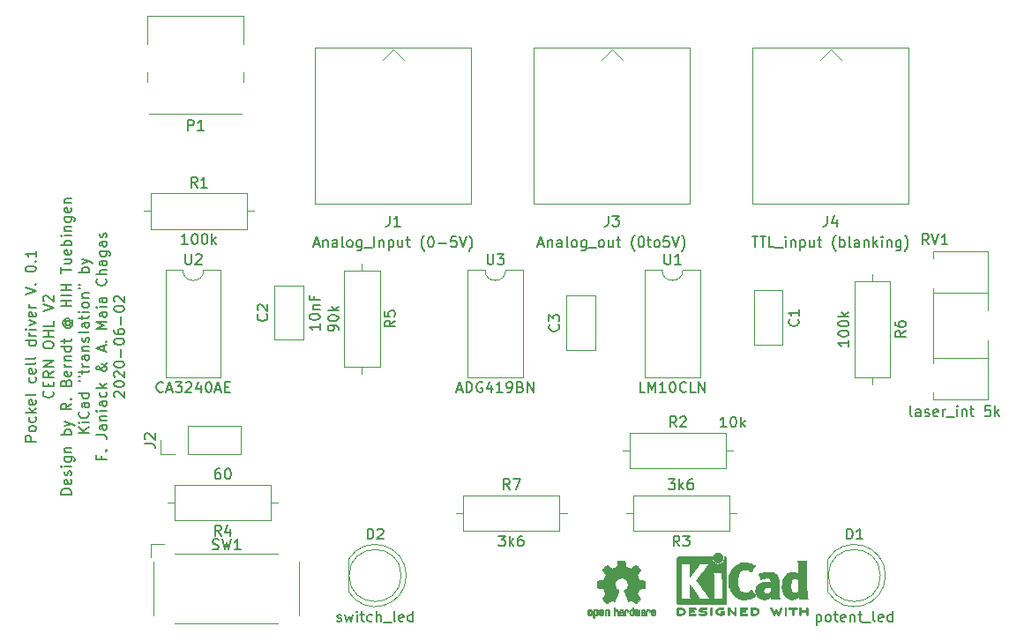
<source format=gbr>
%TF.GenerationSoftware,KiCad,Pcbnew,5.1.6-c6e7f7d~86~ubuntu20.04.1*%
%TF.CreationDate,2020-06-02T12:27:53+01:00*%
%TF.ProjectId,PC_driver,50435f64-7269-4766-9572-2e6b69636164,rev?*%
%TF.SameCoordinates,Original*%
%TF.FileFunction,Legend,Top*%
%TF.FilePolarity,Positive*%
%FSLAX46Y46*%
G04 Gerber Fmt 4.6, Leading zero omitted, Abs format (unit mm)*
G04 Created by KiCad (PCBNEW 5.1.6-c6e7f7d~86~ubuntu20.04.1) date 2020-06-02 12:27:53*
%MOMM*%
%LPD*%
G01*
G04 APERTURE LIST*
%ADD10C,0.200000*%
%ADD11C,0.010000*%
%ADD12C,0.120000*%
%ADD13C,0.150000*%
G04 APERTURE END LIST*
D10*
X94702380Y-85119047D02*
X93702380Y-85119047D01*
X93702380Y-84738095D01*
X93750000Y-84642857D01*
X93797619Y-84595238D01*
X93892857Y-84547619D01*
X94035714Y-84547619D01*
X94130952Y-84595238D01*
X94178571Y-84642857D01*
X94226190Y-84738095D01*
X94226190Y-85119047D01*
X94702380Y-83976190D02*
X94654761Y-84071428D01*
X94607142Y-84119047D01*
X94511904Y-84166666D01*
X94226190Y-84166666D01*
X94130952Y-84119047D01*
X94083333Y-84071428D01*
X94035714Y-83976190D01*
X94035714Y-83833333D01*
X94083333Y-83738095D01*
X94130952Y-83690476D01*
X94226190Y-83642857D01*
X94511904Y-83642857D01*
X94607142Y-83690476D01*
X94654761Y-83738095D01*
X94702380Y-83833333D01*
X94702380Y-83976190D01*
X94654761Y-82785714D02*
X94702380Y-82880952D01*
X94702380Y-83071428D01*
X94654761Y-83166666D01*
X94607142Y-83214285D01*
X94511904Y-83261904D01*
X94226190Y-83261904D01*
X94130952Y-83214285D01*
X94083333Y-83166666D01*
X94035714Y-83071428D01*
X94035714Y-82880952D01*
X94083333Y-82785714D01*
X94702380Y-82357142D02*
X93702380Y-82357142D01*
X94321428Y-82261904D02*
X94702380Y-81976190D01*
X94035714Y-81976190D02*
X94416666Y-82357142D01*
X94654761Y-81166666D02*
X94702380Y-81261904D01*
X94702380Y-81452380D01*
X94654761Y-81547619D01*
X94559523Y-81595238D01*
X94178571Y-81595238D01*
X94083333Y-81547619D01*
X94035714Y-81452380D01*
X94035714Y-81261904D01*
X94083333Y-81166666D01*
X94178571Y-81119047D01*
X94273809Y-81119047D01*
X94369047Y-81595238D01*
X94702380Y-80547619D02*
X94654761Y-80642857D01*
X94559523Y-80690476D01*
X93702380Y-80690476D01*
X94654761Y-78976190D02*
X94702380Y-79071428D01*
X94702380Y-79261904D01*
X94654761Y-79357142D01*
X94607142Y-79404761D01*
X94511904Y-79452380D01*
X94226190Y-79452380D01*
X94130952Y-79404761D01*
X94083333Y-79357142D01*
X94035714Y-79261904D01*
X94035714Y-79071428D01*
X94083333Y-78976190D01*
X94654761Y-78166666D02*
X94702380Y-78261904D01*
X94702380Y-78452380D01*
X94654761Y-78547619D01*
X94559523Y-78595238D01*
X94178571Y-78595238D01*
X94083333Y-78547619D01*
X94035714Y-78452380D01*
X94035714Y-78261904D01*
X94083333Y-78166666D01*
X94178571Y-78119047D01*
X94273809Y-78119047D01*
X94369047Y-78595238D01*
X94702380Y-77547619D02*
X94654761Y-77642857D01*
X94559523Y-77690476D01*
X93702380Y-77690476D01*
X94702380Y-77023809D02*
X94654761Y-77119047D01*
X94559523Y-77166666D01*
X93702380Y-77166666D01*
X94702380Y-75452380D02*
X93702380Y-75452380D01*
X94654761Y-75452380D02*
X94702380Y-75547619D01*
X94702380Y-75738095D01*
X94654761Y-75833333D01*
X94607142Y-75880952D01*
X94511904Y-75928571D01*
X94226190Y-75928571D01*
X94130952Y-75880952D01*
X94083333Y-75833333D01*
X94035714Y-75738095D01*
X94035714Y-75547619D01*
X94083333Y-75452380D01*
X94702380Y-74976190D02*
X94035714Y-74976190D01*
X94226190Y-74976190D02*
X94130952Y-74928571D01*
X94083333Y-74880952D01*
X94035714Y-74785714D01*
X94035714Y-74690476D01*
X94702380Y-74357142D02*
X94035714Y-74357142D01*
X93702380Y-74357142D02*
X93750000Y-74404761D01*
X93797619Y-74357142D01*
X93750000Y-74309523D01*
X93702380Y-74357142D01*
X93797619Y-74357142D01*
X94035714Y-73976190D02*
X94702380Y-73738095D01*
X94035714Y-73500000D01*
X94654761Y-72738095D02*
X94702380Y-72833333D01*
X94702380Y-73023809D01*
X94654761Y-73119047D01*
X94559523Y-73166666D01*
X94178571Y-73166666D01*
X94083333Y-73119047D01*
X94035714Y-73023809D01*
X94035714Y-72833333D01*
X94083333Y-72738095D01*
X94178571Y-72690476D01*
X94273809Y-72690476D01*
X94369047Y-73166666D01*
X94702380Y-72261904D02*
X94035714Y-72261904D01*
X94226190Y-72261904D02*
X94130952Y-72214285D01*
X94083333Y-72166666D01*
X94035714Y-72071428D01*
X94035714Y-71976190D01*
X93702380Y-71023809D02*
X94702380Y-70690476D01*
X93702380Y-70357142D01*
X94607142Y-70023809D02*
X94654761Y-69976190D01*
X94702380Y-70023809D01*
X94654761Y-70071428D01*
X94607142Y-70023809D01*
X94702380Y-70023809D01*
X93702380Y-68595238D02*
X93702380Y-68500000D01*
X93750000Y-68404761D01*
X93797619Y-68357142D01*
X93892857Y-68309523D01*
X94083333Y-68261904D01*
X94321428Y-68261904D01*
X94511904Y-68309523D01*
X94607142Y-68357142D01*
X94654761Y-68404761D01*
X94702380Y-68500000D01*
X94702380Y-68595238D01*
X94654761Y-68690476D01*
X94607142Y-68738095D01*
X94511904Y-68785714D01*
X94321428Y-68833333D01*
X94083333Y-68833333D01*
X93892857Y-68785714D01*
X93797619Y-68738095D01*
X93750000Y-68690476D01*
X93702380Y-68595238D01*
X94607142Y-67833333D02*
X94654761Y-67785714D01*
X94702380Y-67833333D01*
X94654761Y-67880952D01*
X94607142Y-67833333D01*
X94702380Y-67833333D01*
X94702380Y-66833333D02*
X94702380Y-67404761D01*
X94702380Y-67119047D02*
X93702380Y-67119047D01*
X93845238Y-67214285D01*
X93940476Y-67309523D01*
X93988095Y-67404761D01*
X96307142Y-80285714D02*
X96354761Y-80333333D01*
X96402380Y-80476190D01*
X96402380Y-80571428D01*
X96354761Y-80714285D01*
X96259523Y-80809523D01*
X96164285Y-80857142D01*
X95973809Y-80904761D01*
X95830952Y-80904761D01*
X95640476Y-80857142D01*
X95545238Y-80809523D01*
X95450000Y-80714285D01*
X95402380Y-80571428D01*
X95402380Y-80476190D01*
X95450000Y-80333333D01*
X95497619Y-80285714D01*
X95878571Y-79857142D02*
X95878571Y-79523809D01*
X96402380Y-79380952D02*
X96402380Y-79857142D01*
X95402380Y-79857142D01*
X95402380Y-79380952D01*
X96402380Y-78380952D02*
X95926190Y-78714285D01*
X96402380Y-78952380D02*
X95402380Y-78952380D01*
X95402380Y-78571428D01*
X95450000Y-78476190D01*
X95497619Y-78428571D01*
X95592857Y-78380952D01*
X95735714Y-78380952D01*
X95830952Y-78428571D01*
X95878571Y-78476190D01*
X95926190Y-78571428D01*
X95926190Y-78952380D01*
X96402380Y-77952380D02*
X95402380Y-77952380D01*
X96402380Y-77380952D01*
X95402380Y-77380952D01*
X95402380Y-75952380D02*
X95402380Y-75761904D01*
X95450000Y-75666666D01*
X95545238Y-75571428D01*
X95735714Y-75523809D01*
X96069047Y-75523809D01*
X96259523Y-75571428D01*
X96354761Y-75666666D01*
X96402380Y-75761904D01*
X96402380Y-75952380D01*
X96354761Y-76047619D01*
X96259523Y-76142857D01*
X96069047Y-76190476D01*
X95735714Y-76190476D01*
X95545238Y-76142857D01*
X95450000Y-76047619D01*
X95402380Y-75952380D01*
X96402380Y-75095238D02*
X95402380Y-75095238D01*
X95878571Y-75095238D02*
X95878571Y-74523809D01*
X96402380Y-74523809D02*
X95402380Y-74523809D01*
X96402380Y-73571428D02*
X96402380Y-74047619D01*
X95402380Y-74047619D01*
X95402380Y-72619047D02*
X96402380Y-72285714D01*
X95402380Y-71952380D01*
X95497619Y-71666666D02*
X95450000Y-71619047D01*
X95402380Y-71523809D01*
X95402380Y-71285714D01*
X95450000Y-71190476D01*
X95497619Y-71142857D01*
X95592857Y-71095238D01*
X95688095Y-71095238D01*
X95830952Y-71142857D01*
X96402380Y-71714285D01*
X96402380Y-71095238D01*
X98102380Y-90190476D02*
X97102380Y-90190476D01*
X97102380Y-89952380D01*
X97150000Y-89809523D01*
X97245238Y-89714285D01*
X97340476Y-89666666D01*
X97530952Y-89619047D01*
X97673809Y-89619047D01*
X97864285Y-89666666D01*
X97959523Y-89714285D01*
X98054761Y-89809523D01*
X98102380Y-89952380D01*
X98102380Y-90190476D01*
X98054761Y-88809523D02*
X98102380Y-88904761D01*
X98102380Y-89095238D01*
X98054761Y-89190476D01*
X97959523Y-89238095D01*
X97578571Y-89238095D01*
X97483333Y-89190476D01*
X97435714Y-89095238D01*
X97435714Y-88904761D01*
X97483333Y-88809523D01*
X97578571Y-88761904D01*
X97673809Y-88761904D01*
X97769047Y-89238095D01*
X98054761Y-88380952D02*
X98102380Y-88285714D01*
X98102380Y-88095238D01*
X98054761Y-88000000D01*
X97959523Y-87952380D01*
X97911904Y-87952380D01*
X97816666Y-88000000D01*
X97769047Y-88095238D01*
X97769047Y-88238095D01*
X97721428Y-88333333D01*
X97626190Y-88380952D01*
X97578571Y-88380952D01*
X97483333Y-88333333D01*
X97435714Y-88238095D01*
X97435714Y-88095238D01*
X97483333Y-88000000D01*
X98102380Y-87523809D02*
X97435714Y-87523809D01*
X97102380Y-87523809D02*
X97150000Y-87571428D01*
X97197619Y-87523809D01*
X97150000Y-87476190D01*
X97102380Y-87523809D01*
X97197619Y-87523809D01*
X97435714Y-86619047D02*
X98245238Y-86619047D01*
X98340476Y-86666666D01*
X98388095Y-86714285D01*
X98435714Y-86809523D01*
X98435714Y-86952380D01*
X98388095Y-87047619D01*
X98054761Y-86619047D02*
X98102380Y-86714285D01*
X98102380Y-86904761D01*
X98054761Y-87000000D01*
X98007142Y-87047619D01*
X97911904Y-87095238D01*
X97626190Y-87095238D01*
X97530952Y-87047619D01*
X97483333Y-87000000D01*
X97435714Y-86904761D01*
X97435714Y-86714285D01*
X97483333Y-86619047D01*
X97435714Y-86142857D02*
X98102380Y-86142857D01*
X97530952Y-86142857D02*
X97483333Y-86095238D01*
X97435714Y-86000000D01*
X97435714Y-85857142D01*
X97483333Y-85761904D01*
X97578571Y-85714285D01*
X98102380Y-85714285D01*
X98102380Y-84476190D02*
X97102380Y-84476190D01*
X97483333Y-84476190D02*
X97435714Y-84380952D01*
X97435714Y-84190476D01*
X97483333Y-84095238D01*
X97530952Y-84047619D01*
X97626190Y-84000000D01*
X97911904Y-84000000D01*
X98007142Y-84047619D01*
X98054761Y-84095238D01*
X98102380Y-84190476D01*
X98102380Y-84380952D01*
X98054761Y-84476190D01*
X97435714Y-83666666D02*
X98102380Y-83428571D01*
X97435714Y-83190476D02*
X98102380Y-83428571D01*
X98340476Y-83523809D01*
X98388095Y-83571428D01*
X98435714Y-83666666D01*
X98102380Y-81476190D02*
X97626190Y-81809523D01*
X98102380Y-82047619D02*
X97102380Y-82047619D01*
X97102380Y-81666666D01*
X97150000Y-81571428D01*
X97197619Y-81523809D01*
X97292857Y-81476190D01*
X97435714Y-81476190D01*
X97530952Y-81523809D01*
X97578571Y-81571428D01*
X97626190Y-81666666D01*
X97626190Y-82047619D01*
X98007142Y-81047619D02*
X98054761Y-81000000D01*
X98102380Y-81047619D01*
X98054761Y-81095238D01*
X98007142Y-81047619D01*
X98102380Y-81047619D01*
X97578571Y-79476190D02*
X97626190Y-79333333D01*
X97673809Y-79285714D01*
X97769047Y-79238095D01*
X97911904Y-79238095D01*
X98007142Y-79285714D01*
X98054761Y-79333333D01*
X98102380Y-79428571D01*
X98102380Y-79809523D01*
X97102380Y-79809523D01*
X97102380Y-79476190D01*
X97150000Y-79380952D01*
X97197619Y-79333333D01*
X97292857Y-79285714D01*
X97388095Y-79285714D01*
X97483333Y-79333333D01*
X97530952Y-79380952D01*
X97578571Y-79476190D01*
X97578571Y-79809523D01*
X98054761Y-78428571D02*
X98102380Y-78523809D01*
X98102380Y-78714285D01*
X98054761Y-78809523D01*
X97959523Y-78857142D01*
X97578571Y-78857142D01*
X97483333Y-78809523D01*
X97435714Y-78714285D01*
X97435714Y-78523809D01*
X97483333Y-78428571D01*
X97578571Y-78380952D01*
X97673809Y-78380952D01*
X97769047Y-78857142D01*
X98102380Y-77952380D02*
X97435714Y-77952380D01*
X97626190Y-77952380D02*
X97530952Y-77904761D01*
X97483333Y-77857142D01*
X97435714Y-77761904D01*
X97435714Y-77666666D01*
X97435714Y-77333333D02*
X98102380Y-77333333D01*
X97530952Y-77333333D02*
X97483333Y-77285714D01*
X97435714Y-77190476D01*
X97435714Y-77047619D01*
X97483333Y-76952380D01*
X97578571Y-76904761D01*
X98102380Y-76904761D01*
X98102380Y-76000000D02*
X97102380Y-76000000D01*
X98054761Y-76000000D02*
X98102380Y-76095238D01*
X98102380Y-76285714D01*
X98054761Y-76380952D01*
X98007142Y-76428571D01*
X97911904Y-76476190D01*
X97626190Y-76476190D01*
X97530952Y-76428571D01*
X97483333Y-76380952D01*
X97435714Y-76285714D01*
X97435714Y-76095238D01*
X97483333Y-76000000D01*
X97435714Y-75666666D02*
X97435714Y-75285714D01*
X97102380Y-75523809D02*
X97959523Y-75523809D01*
X98054761Y-75476190D01*
X98102380Y-75380952D01*
X98102380Y-75285714D01*
X97626190Y-73571428D02*
X97578571Y-73619047D01*
X97530952Y-73714285D01*
X97530952Y-73809523D01*
X97578571Y-73904761D01*
X97626190Y-73952380D01*
X97721428Y-74000000D01*
X97816666Y-74000000D01*
X97911904Y-73952380D01*
X97959523Y-73904761D01*
X98007142Y-73809523D01*
X98007142Y-73714285D01*
X97959523Y-73619047D01*
X97911904Y-73571428D01*
X97530952Y-73571428D02*
X97911904Y-73571428D01*
X97959523Y-73523809D01*
X97959523Y-73476190D01*
X97911904Y-73380952D01*
X97816666Y-73333333D01*
X97578571Y-73333333D01*
X97435714Y-73428571D01*
X97340476Y-73571428D01*
X97292857Y-73761904D01*
X97340476Y-73952380D01*
X97435714Y-74095238D01*
X97578571Y-74190476D01*
X97769047Y-74238095D01*
X97959523Y-74190476D01*
X98102380Y-74095238D01*
X98197619Y-73952380D01*
X98245238Y-73761904D01*
X98197619Y-73571428D01*
X98102380Y-73428571D01*
X98102380Y-72142857D02*
X97102380Y-72142857D01*
X97578571Y-72142857D02*
X97578571Y-71571428D01*
X98102380Y-71571428D02*
X97102380Y-71571428D01*
X98102380Y-71095238D02*
X97102380Y-71095238D01*
X98102380Y-70619047D02*
X97102380Y-70619047D01*
X97578571Y-70619047D02*
X97578571Y-70047619D01*
X98102380Y-70047619D02*
X97102380Y-70047619D01*
X97102380Y-68952380D02*
X97102380Y-68380952D01*
X98102380Y-68666666D02*
X97102380Y-68666666D01*
X97435714Y-67619047D02*
X98102380Y-67619047D01*
X97435714Y-68047619D02*
X97959523Y-68047619D01*
X98054761Y-68000000D01*
X98102380Y-67904761D01*
X98102380Y-67761904D01*
X98054761Y-67666666D01*
X98007142Y-67619047D01*
X98054761Y-66761904D02*
X98102380Y-66857142D01*
X98102380Y-67047619D01*
X98054761Y-67142857D01*
X97959523Y-67190476D01*
X97578571Y-67190476D01*
X97483333Y-67142857D01*
X97435714Y-67047619D01*
X97435714Y-66857142D01*
X97483333Y-66761904D01*
X97578571Y-66714285D01*
X97673809Y-66714285D01*
X97769047Y-67190476D01*
X98102380Y-66285714D02*
X97102380Y-66285714D01*
X97483333Y-66285714D02*
X97435714Y-66190476D01*
X97435714Y-66000000D01*
X97483333Y-65904761D01*
X97530952Y-65857142D01*
X97626190Y-65809523D01*
X97911904Y-65809523D01*
X98007142Y-65857142D01*
X98054761Y-65904761D01*
X98102380Y-66000000D01*
X98102380Y-66190476D01*
X98054761Y-66285714D01*
X98102380Y-65380952D02*
X97435714Y-65380952D01*
X97102380Y-65380952D02*
X97150000Y-65428571D01*
X97197619Y-65380952D01*
X97150000Y-65333333D01*
X97102380Y-65380952D01*
X97197619Y-65380952D01*
X97435714Y-64904761D02*
X98102380Y-64904761D01*
X97530952Y-64904761D02*
X97483333Y-64857142D01*
X97435714Y-64761904D01*
X97435714Y-64619047D01*
X97483333Y-64523809D01*
X97578571Y-64476190D01*
X98102380Y-64476190D01*
X97435714Y-63571428D02*
X98245238Y-63571428D01*
X98340476Y-63619047D01*
X98388095Y-63666666D01*
X98435714Y-63761904D01*
X98435714Y-63904761D01*
X98388095Y-64000000D01*
X98054761Y-63571428D02*
X98102380Y-63666666D01*
X98102380Y-63857142D01*
X98054761Y-63952380D01*
X98007142Y-64000000D01*
X97911904Y-64047619D01*
X97626190Y-64047619D01*
X97530952Y-64000000D01*
X97483333Y-63952380D01*
X97435714Y-63857142D01*
X97435714Y-63666666D01*
X97483333Y-63571428D01*
X98054761Y-62714285D02*
X98102380Y-62809523D01*
X98102380Y-63000000D01*
X98054761Y-63095238D01*
X97959523Y-63142857D01*
X97578571Y-63142857D01*
X97483333Y-63095238D01*
X97435714Y-63000000D01*
X97435714Y-62809523D01*
X97483333Y-62714285D01*
X97578571Y-62666666D01*
X97673809Y-62666666D01*
X97769047Y-63142857D01*
X97435714Y-62238095D02*
X98102380Y-62238095D01*
X97530952Y-62238095D02*
X97483333Y-62190476D01*
X97435714Y-62095238D01*
X97435714Y-61952380D01*
X97483333Y-61857142D01*
X97578571Y-61809523D01*
X98102380Y-61809523D01*
X99802380Y-84309523D02*
X98802380Y-84309523D01*
X99802380Y-83738095D02*
X99230952Y-84166666D01*
X98802380Y-83738095D02*
X99373809Y-84309523D01*
X99802380Y-83309523D02*
X99135714Y-83309523D01*
X98802380Y-83309523D02*
X98850000Y-83357142D01*
X98897619Y-83309523D01*
X98850000Y-83261904D01*
X98802380Y-83309523D01*
X98897619Y-83309523D01*
X99707142Y-82261904D02*
X99754761Y-82309523D01*
X99802380Y-82452380D01*
X99802380Y-82547619D01*
X99754761Y-82690476D01*
X99659523Y-82785714D01*
X99564285Y-82833333D01*
X99373809Y-82880952D01*
X99230952Y-82880952D01*
X99040476Y-82833333D01*
X98945238Y-82785714D01*
X98850000Y-82690476D01*
X98802380Y-82547619D01*
X98802380Y-82452380D01*
X98850000Y-82309523D01*
X98897619Y-82261904D01*
X99802380Y-81404761D02*
X99278571Y-81404761D01*
X99183333Y-81452380D01*
X99135714Y-81547619D01*
X99135714Y-81738095D01*
X99183333Y-81833333D01*
X99754761Y-81404761D02*
X99802380Y-81500000D01*
X99802380Y-81738095D01*
X99754761Y-81833333D01*
X99659523Y-81880952D01*
X99564285Y-81880952D01*
X99469047Y-81833333D01*
X99421428Y-81738095D01*
X99421428Y-81500000D01*
X99373809Y-81404761D01*
X99802380Y-80500000D02*
X98802380Y-80500000D01*
X99754761Y-80500000D02*
X99802380Y-80595238D01*
X99802380Y-80785714D01*
X99754761Y-80880952D01*
X99707142Y-80928571D01*
X99611904Y-80976190D01*
X99326190Y-80976190D01*
X99230952Y-80928571D01*
X99183333Y-80880952D01*
X99135714Y-80785714D01*
X99135714Y-80595238D01*
X99183333Y-80500000D01*
X98802380Y-79309523D02*
X98992857Y-79309523D01*
X98802380Y-78928571D02*
X98992857Y-78928571D01*
X99135714Y-78642857D02*
X99135714Y-78261904D01*
X98802380Y-78500000D02*
X99659523Y-78500000D01*
X99754761Y-78452380D01*
X99802380Y-78357142D01*
X99802380Y-78261904D01*
X99802380Y-77928571D02*
X99135714Y-77928571D01*
X99326190Y-77928571D02*
X99230952Y-77880952D01*
X99183333Y-77833333D01*
X99135714Y-77738095D01*
X99135714Y-77642857D01*
X99802380Y-76880952D02*
X99278571Y-76880952D01*
X99183333Y-76928571D01*
X99135714Y-77023809D01*
X99135714Y-77214285D01*
X99183333Y-77309523D01*
X99754761Y-76880952D02*
X99802380Y-76976190D01*
X99802380Y-77214285D01*
X99754761Y-77309523D01*
X99659523Y-77357142D01*
X99564285Y-77357142D01*
X99469047Y-77309523D01*
X99421428Y-77214285D01*
X99421428Y-76976190D01*
X99373809Y-76880952D01*
X99135714Y-76404761D02*
X99802380Y-76404761D01*
X99230952Y-76404761D02*
X99183333Y-76357142D01*
X99135714Y-76261904D01*
X99135714Y-76119047D01*
X99183333Y-76023809D01*
X99278571Y-75976190D01*
X99802380Y-75976190D01*
X99754761Y-75547619D02*
X99802380Y-75452380D01*
X99802380Y-75261904D01*
X99754761Y-75166666D01*
X99659523Y-75119047D01*
X99611904Y-75119047D01*
X99516666Y-75166666D01*
X99469047Y-75261904D01*
X99469047Y-75404761D01*
X99421428Y-75500000D01*
X99326190Y-75547619D01*
X99278571Y-75547619D01*
X99183333Y-75500000D01*
X99135714Y-75404761D01*
X99135714Y-75261904D01*
X99183333Y-75166666D01*
X99802380Y-74547619D02*
X99754761Y-74642857D01*
X99659523Y-74690476D01*
X98802380Y-74690476D01*
X99802380Y-73738095D02*
X99278571Y-73738095D01*
X99183333Y-73785714D01*
X99135714Y-73880952D01*
X99135714Y-74071428D01*
X99183333Y-74166666D01*
X99754761Y-73738095D02*
X99802380Y-73833333D01*
X99802380Y-74071428D01*
X99754761Y-74166666D01*
X99659523Y-74214285D01*
X99564285Y-74214285D01*
X99469047Y-74166666D01*
X99421428Y-74071428D01*
X99421428Y-73833333D01*
X99373809Y-73738095D01*
X99135714Y-73404761D02*
X99135714Y-73023809D01*
X98802380Y-73261904D02*
X99659523Y-73261904D01*
X99754761Y-73214285D01*
X99802380Y-73119047D01*
X99802380Y-73023809D01*
X99802380Y-72690476D02*
X99135714Y-72690476D01*
X98802380Y-72690476D02*
X98850000Y-72738095D01*
X98897619Y-72690476D01*
X98850000Y-72642857D01*
X98802380Y-72690476D01*
X98897619Y-72690476D01*
X99802380Y-72071428D02*
X99754761Y-72166666D01*
X99707142Y-72214285D01*
X99611904Y-72261904D01*
X99326190Y-72261904D01*
X99230952Y-72214285D01*
X99183333Y-72166666D01*
X99135714Y-72071428D01*
X99135714Y-71928571D01*
X99183333Y-71833333D01*
X99230952Y-71785714D01*
X99326190Y-71738095D01*
X99611904Y-71738095D01*
X99707142Y-71785714D01*
X99754761Y-71833333D01*
X99802380Y-71928571D01*
X99802380Y-72071428D01*
X99135714Y-71309523D02*
X99802380Y-71309523D01*
X99230952Y-71309523D02*
X99183333Y-71261904D01*
X99135714Y-71166666D01*
X99135714Y-71023809D01*
X99183333Y-70928571D01*
X99278571Y-70880952D01*
X99802380Y-70880952D01*
X98802380Y-70452380D02*
X98992857Y-70452380D01*
X98802380Y-70071428D02*
X98992857Y-70071428D01*
X99802380Y-68880952D02*
X98802380Y-68880952D01*
X99183333Y-68880952D02*
X99135714Y-68785714D01*
X99135714Y-68595238D01*
X99183333Y-68500000D01*
X99230952Y-68452380D01*
X99326190Y-68404761D01*
X99611904Y-68404761D01*
X99707142Y-68452380D01*
X99754761Y-68500000D01*
X99802380Y-68595238D01*
X99802380Y-68785714D01*
X99754761Y-68880952D01*
X99135714Y-68071428D02*
X99802380Y-67833333D01*
X99135714Y-67595238D02*
X99802380Y-67833333D01*
X100040476Y-67928571D01*
X100088095Y-67976190D01*
X100135714Y-68071428D01*
X100978571Y-86523809D02*
X100978571Y-86857142D01*
X101502380Y-86857142D02*
X100502380Y-86857142D01*
X100502380Y-86380952D01*
X101407142Y-86000000D02*
X101454761Y-85952380D01*
X101502380Y-86000000D01*
X101454761Y-86047619D01*
X101407142Y-86000000D01*
X101502380Y-86000000D01*
X100502380Y-84476190D02*
X101216666Y-84476190D01*
X101359523Y-84523809D01*
X101454761Y-84619047D01*
X101502380Y-84761904D01*
X101502380Y-84857142D01*
X101502380Y-83571428D02*
X100978571Y-83571428D01*
X100883333Y-83619047D01*
X100835714Y-83714285D01*
X100835714Y-83904761D01*
X100883333Y-84000000D01*
X101454761Y-83571428D02*
X101502380Y-83666666D01*
X101502380Y-83904761D01*
X101454761Y-84000000D01*
X101359523Y-84047619D01*
X101264285Y-84047619D01*
X101169047Y-84000000D01*
X101121428Y-83904761D01*
X101121428Y-83666666D01*
X101073809Y-83571428D01*
X100835714Y-83095238D02*
X101502380Y-83095238D01*
X100930952Y-83095238D02*
X100883333Y-83047619D01*
X100835714Y-82952380D01*
X100835714Y-82809523D01*
X100883333Y-82714285D01*
X100978571Y-82666666D01*
X101502380Y-82666666D01*
X101502380Y-82190476D02*
X100835714Y-82190476D01*
X100502380Y-82190476D02*
X100550000Y-82238095D01*
X100597619Y-82190476D01*
X100550000Y-82142857D01*
X100502380Y-82190476D01*
X100597619Y-82190476D01*
X101502380Y-81285714D02*
X100978571Y-81285714D01*
X100883333Y-81333333D01*
X100835714Y-81428571D01*
X100835714Y-81619047D01*
X100883333Y-81714285D01*
X101454761Y-81285714D02*
X101502380Y-81380952D01*
X101502380Y-81619047D01*
X101454761Y-81714285D01*
X101359523Y-81761904D01*
X101264285Y-81761904D01*
X101169047Y-81714285D01*
X101121428Y-81619047D01*
X101121428Y-81380952D01*
X101073809Y-81285714D01*
X101454761Y-80380952D02*
X101502380Y-80476190D01*
X101502380Y-80666666D01*
X101454761Y-80761904D01*
X101407142Y-80809523D01*
X101311904Y-80857142D01*
X101026190Y-80857142D01*
X100930952Y-80809523D01*
X100883333Y-80761904D01*
X100835714Y-80666666D01*
X100835714Y-80476190D01*
X100883333Y-80380952D01*
X101502380Y-79952380D02*
X100502380Y-79952380D01*
X101121428Y-79857142D02*
X101502380Y-79571428D01*
X100835714Y-79571428D02*
X101216666Y-79952380D01*
X101502380Y-77571428D02*
X101502380Y-77619047D01*
X101454761Y-77714285D01*
X101311904Y-77857142D01*
X101026190Y-78095238D01*
X100883333Y-78190476D01*
X100740476Y-78238095D01*
X100645238Y-78238095D01*
X100550000Y-78190476D01*
X100502380Y-78095238D01*
X100502380Y-78047619D01*
X100550000Y-77952380D01*
X100645238Y-77904761D01*
X100692857Y-77904761D01*
X100788095Y-77952380D01*
X100835714Y-78000000D01*
X101026190Y-78285714D01*
X101073809Y-78333333D01*
X101169047Y-78380952D01*
X101311904Y-78380952D01*
X101407142Y-78333333D01*
X101454761Y-78285714D01*
X101502380Y-78190476D01*
X101502380Y-78047619D01*
X101454761Y-77952380D01*
X101407142Y-77904761D01*
X101216666Y-77761904D01*
X101073809Y-77714285D01*
X100978571Y-77714285D01*
X101216666Y-76428571D02*
X101216666Y-75952380D01*
X101502380Y-76523809D02*
X100502380Y-76190476D01*
X101502380Y-75857142D01*
X101407142Y-75523809D02*
X101454761Y-75476190D01*
X101502380Y-75523809D01*
X101454761Y-75571428D01*
X101407142Y-75523809D01*
X101502380Y-75523809D01*
X101502380Y-74285714D02*
X100502380Y-74285714D01*
X101216666Y-73952380D01*
X100502380Y-73619047D01*
X101502380Y-73619047D01*
X101502380Y-72714285D02*
X100978571Y-72714285D01*
X100883333Y-72761904D01*
X100835714Y-72857142D01*
X100835714Y-73047619D01*
X100883333Y-73142857D01*
X101454761Y-72714285D02*
X101502380Y-72809523D01*
X101502380Y-73047619D01*
X101454761Y-73142857D01*
X101359523Y-73190476D01*
X101264285Y-73190476D01*
X101169047Y-73142857D01*
X101121428Y-73047619D01*
X101121428Y-72809523D01*
X101073809Y-72714285D01*
X101502380Y-72238095D02*
X100835714Y-72238095D01*
X100502380Y-72238095D02*
X100550000Y-72285714D01*
X100597619Y-72238095D01*
X100550000Y-72190476D01*
X100502380Y-72238095D01*
X100597619Y-72238095D01*
X101502380Y-71333333D02*
X100978571Y-71333333D01*
X100883333Y-71380952D01*
X100835714Y-71476190D01*
X100835714Y-71666666D01*
X100883333Y-71761904D01*
X101454761Y-71333333D02*
X101502380Y-71428571D01*
X101502380Y-71666666D01*
X101454761Y-71761904D01*
X101359523Y-71809523D01*
X101264285Y-71809523D01*
X101169047Y-71761904D01*
X101121428Y-71666666D01*
X101121428Y-71428571D01*
X101073809Y-71333333D01*
X101407142Y-69523809D02*
X101454761Y-69571428D01*
X101502380Y-69714285D01*
X101502380Y-69809523D01*
X101454761Y-69952380D01*
X101359523Y-70047619D01*
X101264285Y-70095238D01*
X101073809Y-70142857D01*
X100930952Y-70142857D01*
X100740476Y-70095238D01*
X100645238Y-70047619D01*
X100550000Y-69952380D01*
X100502380Y-69809523D01*
X100502380Y-69714285D01*
X100550000Y-69571428D01*
X100597619Y-69523809D01*
X101502380Y-69095238D02*
X100502380Y-69095238D01*
X101502380Y-68666666D02*
X100978571Y-68666666D01*
X100883333Y-68714285D01*
X100835714Y-68809523D01*
X100835714Y-68952380D01*
X100883333Y-69047619D01*
X100930952Y-69095238D01*
X101502380Y-67761904D02*
X100978571Y-67761904D01*
X100883333Y-67809523D01*
X100835714Y-67904761D01*
X100835714Y-68095238D01*
X100883333Y-68190476D01*
X101454761Y-67761904D02*
X101502380Y-67857142D01*
X101502380Y-68095238D01*
X101454761Y-68190476D01*
X101359523Y-68238095D01*
X101264285Y-68238095D01*
X101169047Y-68190476D01*
X101121428Y-68095238D01*
X101121428Y-67857142D01*
X101073809Y-67761904D01*
X100835714Y-66857142D02*
X101645238Y-66857142D01*
X101740476Y-66904761D01*
X101788095Y-66952380D01*
X101835714Y-67047619D01*
X101835714Y-67190476D01*
X101788095Y-67285714D01*
X101454761Y-66857142D02*
X101502380Y-66952380D01*
X101502380Y-67142857D01*
X101454761Y-67238095D01*
X101407142Y-67285714D01*
X101311904Y-67333333D01*
X101026190Y-67333333D01*
X100930952Y-67285714D01*
X100883333Y-67238095D01*
X100835714Y-67142857D01*
X100835714Y-66952380D01*
X100883333Y-66857142D01*
X101502380Y-65952380D02*
X100978571Y-65952380D01*
X100883333Y-66000000D01*
X100835714Y-66095238D01*
X100835714Y-66285714D01*
X100883333Y-66380952D01*
X101454761Y-65952380D02*
X101502380Y-66047619D01*
X101502380Y-66285714D01*
X101454761Y-66380952D01*
X101359523Y-66428571D01*
X101264285Y-66428571D01*
X101169047Y-66380952D01*
X101121428Y-66285714D01*
X101121428Y-66047619D01*
X101073809Y-65952380D01*
X101454761Y-65523809D02*
X101502380Y-65428571D01*
X101502380Y-65238095D01*
X101454761Y-65142857D01*
X101359523Y-65095238D01*
X101311904Y-65095238D01*
X101216666Y-65142857D01*
X101169047Y-65238095D01*
X101169047Y-65380952D01*
X101121428Y-65476190D01*
X101026190Y-65523809D01*
X100978571Y-65523809D01*
X100883333Y-65476190D01*
X100835714Y-65380952D01*
X100835714Y-65238095D01*
X100883333Y-65142857D01*
X102297619Y-80857142D02*
X102250000Y-80809523D01*
X102202380Y-80714285D01*
X102202380Y-80476190D01*
X102250000Y-80380952D01*
X102297619Y-80333333D01*
X102392857Y-80285714D01*
X102488095Y-80285714D01*
X102630952Y-80333333D01*
X103202380Y-80904761D01*
X103202380Y-80285714D01*
X102202380Y-79666666D02*
X102202380Y-79571428D01*
X102250000Y-79476190D01*
X102297619Y-79428571D01*
X102392857Y-79380952D01*
X102583333Y-79333333D01*
X102821428Y-79333333D01*
X103011904Y-79380952D01*
X103107142Y-79428571D01*
X103154761Y-79476190D01*
X103202380Y-79571428D01*
X103202380Y-79666666D01*
X103154761Y-79761904D01*
X103107142Y-79809523D01*
X103011904Y-79857142D01*
X102821428Y-79904761D01*
X102583333Y-79904761D01*
X102392857Y-79857142D01*
X102297619Y-79809523D01*
X102250000Y-79761904D01*
X102202380Y-79666666D01*
X102297619Y-78952380D02*
X102250000Y-78904761D01*
X102202380Y-78809523D01*
X102202380Y-78571428D01*
X102250000Y-78476190D01*
X102297619Y-78428571D01*
X102392857Y-78380952D01*
X102488095Y-78380952D01*
X102630952Y-78428571D01*
X103202380Y-79000000D01*
X103202380Y-78380952D01*
X102202380Y-77761904D02*
X102202380Y-77666666D01*
X102250000Y-77571428D01*
X102297619Y-77523809D01*
X102392857Y-77476190D01*
X102583333Y-77428571D01*
X102821428Y-77428571D01*
X103011904Y-77476190D01*
X103107142Y-77523809D01*
X103154761Y-77571428D01*
X103202380Y-77666666D01*
X103202380Y-77761904D01*
X103154761Y-77857142D01*
X103107142Y-77904761D01*
X103011904Y-77952380D01*
X102821428Y-78000000D01*
X102583333Y-78000000D01*
X102392857Y-77952380D01*
X102297619Y-77904761D01*
X102250000Y-77857142D01*
X102202380Y-77761904D01*
X102821428Y-77000000D02*
X102821428Y-76238095D01*
X102202380Y-75571428D02*
X102202380Y-75476190D01*
X102250000Y-75380952D01*
X102297619Y-75333333D01*
X102392857Y-75285714D01*
X102583333Y-75238095D01*
X102821428Y-75238095D01*
X103011904Y-75285714D01*
X103107142Y-75333333D01*
X103154761Y-75380952D01*
X103202380Y-75476190D01*
X103202380Y-75571428D01*
X103154761Y-75666666D01*
X103107142Y-75714285D01*
X103011904Y-75761904D01*
X102821428Y-75809523D01*
X102583333Y-75809523D01*
X102392857Y-75761904D01*
X102297619Y-75714285D01*
X102250000Y-75666666D01*
X102202380Y-75571428D01*
X102202380Y-74380952D02*
X102202380Y-74571428D01*
X102250000Y-74666666D01*
X102297619Y-74714285D01*
X102440476Y-74809523D01*
X102630952Y-74857142D01*
X103011904Y-74857142D01*
X103107142Y-74809523D01*
X103154761Y-74761904D01*
X103202380Y-74666666D01*
X103202380Y-74476190D01*
X103154761Y-74380952D01*
X103107142Y-74333333D01*
X103011904Y-74285714D01*
X102773809Y-74285714D01*
X102678571Y-74333333D01*
X102630952Y-74380952D01*
X102583333Y-74476190D01*
X102583333Y-74666666D01*
X102630952Y-74761904D01*
X102678571Y-74809523D01*
X102773809Y-74857142D01*
X102821428Y-73857142D02*
X102821428Y-73095238D01*
X102202380Y-72428571D02*
X102202380Y-72333333D01*
X102250000Y-72238095D01*
X102297619Y-72190476D01*
X102392857Y-72142857D01*
X102583333Y-72095238D01*
X102821428Y-72095238D01*
X103011904Y-72142857D01*
X103107142Y-72190476D01*
X103154761Y-72238095D01*
X103202380Y-72333333D01*
X103202380Y-72428571D01*
X103154761Y-72523809D01*
X103107142Y-72571428D01*
X103011904Y-72619047D01*
X102821428Y-72666666D01*
X102583333Y-72666666D01*
X102392857Y-72619047D01*
X102297619Y-72571428D01*
X102250000Y-72523809D01*
X102202380Y-72428571D01*
X102297619Y-71714285D02*
X102250000Y-71666666D01*
X102202380Y-71571428D01*
X102202380Y-71333333D01*
X102250000Y-71238095D01*
X102297619Y-71190476D01*
X102392857Y-71142857D01*
X102488095Y-71142857D01*
X102630952Y-71190476D01*
X103202380Y-71761904D01*
X103202380Y-71142857D01*
D11*
%TO.C,REF\u002A\u002A*%
G36*
X159553600Y-96289054D02*
G01*
X159564465Y-96402993D01*
X159596082Y-96510616D01*
X159646985Y-96609615D01*
X159715707Y-96697684D01*
X159800781Y-96772516D01*
X159897768Y-96830384D01*
X160004036Y-96870005D01*
X160111050Y-96888573D01*
X160216700Y-96887434D01*
X160318875Y-96867930D01*
X160415466Y-96831406D01*
X160504362Y-96779205D01*
X160583454Y-96712673D01*
X160650631Y-96633152D01*
X160703783Y-96541987D01*
X160740801Y-96440523D01*
X160759573Y-96330102D01*
X160761511Y-96280206D01*
X160761511Y-96192267D01*
X160813440Y-96192267D01*
X160849747Y-96195111D01*
X160876645Y-96206911D01*
X160903751Y-96230649D01*
X160942133Y-96269031D01*
X160942133Y-98460602D01*
X160942124Y-98722739D01*
X160942092Y-98963241D01*
X160942028Y-99183048D01*
X160941924Y-99383101D01*
X160941773Y-99564344D01*
X160941566Y-99727716D01*
X160941294Y-99874160D01*
X160940950Y-100004617D01*
X160940526Y-100120029D01*
X160940013Y-100221338D01*
X160939403Y-100309484D01*
X160938688Y-100385410D01*
X160937860Y-100450057D01*
X160936911Y-100504367D01*
X160935833Y-100549280D01*
X160934617Y-100585740D01*
X160933255Y-100614687D01*
X160931739Y-100637063D01*
X160930062Y-100653809D01*
X160928214Y-100665868D01*
X160926187Y-100674180D01*
X160923975Y-100679687D01*
X160922892Y-100681537D01*
X160918729Y-100688549D01*
X160915195Y-100694996D01*
X160911365Y-100700900D01*
X160906318Y-100706286D01*
X160899129Y-100711178D01*
X160888877Y-100715598D01*
X160874636Y-100719572D01*
X160855486Y-100723121D01*
X160830501Y-100726270D01*
X160798760Y-100729042D01*
X160759338Y-100731461D01*
X160711314Y-100733551D01*
X160653763Y-100735335D01*
X160585763Y-100736837D01*
X160506390Y-100738080D01*
X160414721Y-100739089D01*
X160309834Y-100739885D01*
X160190804Y-100740494D01*
X160056710Y-100740939D01*
X159906627Y-100741243D01*
X159739633Y-100741430D01*
X159554804Y-100741524D01*
X159351217Y-100741548D01*
X159127950Y-100741525D01*
X158884078Y-100741480D01*
X158618679Y-100741437D01*
X158580296Y-100741432D01*
X158313318Y-100741389D01*
X158067998Y-100741318D01*
X157843417Y-100741213D01*
X157638655Y-100741066D01*
X157452794Y-100740869D01*
X157284912Y-100740616D01*
X157134092Y-100740300D01*
X156999413Y-100739913D01*
X156879956Y-100739447D01*
X156774801Y-100738897D01*
X156683029Y-100738253D01*
X156603721Y-100737511D01*
X156535957Y-100736661D01*
X156478818Y-100735697D01*
X156431383Y-100734611D01*
X156392734Y-100733397D01*
X156361951Y-100732047D01*
X156338115Y-100730555D01*
X156320306Y-100728911D01*
X156307605Y-100727111D01*
X156299092Y-100725145D01*
X156294734Y-100723477D01*
X156286272Y-100719906D01*
X156278503Y-100717270D01*
X156271398Y-100714634D01*
X156264927Y-100711062D01*
X156259061Y-100705621D01*
X156253771Y-100697375D01*
X156249026Y-100685390D01*
X156244798Y-100668731D01*
X156241057Y-100646463D01*
X156237773Y-100617652D01*
X156234917Y-100581363D01*
X156232460Y-100536661D01*
X156230371Y-100482611D01*
X156228622Y-100418279D01*
X156227183Y-100342730D01*
X156226024Y-100255030D01*
X156225117Y-100154243D01*
X156224431Y-100039434D01*
X156223937Y-99909670D01*
X156223605Y-99764015D01*
X156223407Y-99601535D01*
X156223313Y-99421295D01*
X156223292Y-99222360D01*
X156223315Y-99003796D01*
X156223354Y-98764668D01*
X156223378Y-98504040D01*
X156223378Y-98461889D01*
X156223364Y-98198992D01*
X156223339Y-97957732D01*
X156223329Y-97737165D01*
X156223358Y-97536352D01*
X156223452Y-97354349D01*
X156223638Y-97190216D01*
X156223941Y-97043011D01*
X156224386Y-96911792D01*
X156224966Y-96801867D01*
X156527803Y-96801867D01*
X156567593Y-96859711D01*
X156578764Y-96875479D01*
X156588834Y-96889441D01*
X156597862Y-96902784D01*
X156605903Y-96916693D01*
X156613014Y-96932356D01*
X156619253Y-96950958D01*
X156624675Y-96973686D01*
X156629338Y-97001727D01*
X156633299Y-97036267D01*
X156636615Y-97078492D01*
X156639341Y-97129589D01*
X156641536Y-97190744D01*
X156643255Y-97263144D01*
X156644556Y-97347975D01*
X156645495Y-97446422D01*
X156646130Y-97559674D01*
X156646516Y-97688916D01*
X156646712Y-97835334D01*
X156646773Y-98000116D01*
X156646757Y-98184447D01*
X156646720Y-98389513D01*
X156646711Y-98512133D01*
X156646735Y-98729082D01*
X156646769Y-98924642D01*
X156646757Y-99099999D01*
X156646642Y-99256341D01*
X156646370Y-99394857D01*
X156645882Y-99516734D01*
X156645124Y-99623160D01*
X156644038Y-99715322D01*
X156642569Y-99794409D01*
X156640660Y-99861608D01*
X156638256Y-99918107D01*
X156635299Y-99965093D01*
X156631734Y-100003755D01*
X156627505Y-100035280D01*
X156622554Y-100060855D01*
X156616827Y-100081670D01*
X156610267Y-100098911D01*
X156602817Y-100113765D01*
X156594421Y-100127422D01*
X156585024Y-100141069D01*
X156574568Y-100155893D01*
X156568477Y-100164783D01*
X156529704Y-100222400D01*
X157061268Y-100222400D01*
X157184517Y-100222365D01*
X157287013Y-100222215D01*
X157370580Y-100221878D01*
X157437044Y-100221286D01*
X157488229Y-100220367D01*
X157525959Y-100219051D01*
X157552060Y-100217269D01*
X157568356Y-100214951D01*
X157576672Y-100212026D01*
X157578832Y-100208424D01*
X157576661Y-100204075D01*
X157575465Y-100202645D01*
X157550315Y-100165573D01*
X157524417Y-100112772D01*
X157500808Y-100050770D01*
X157492539Y-100024357D01*
X157487922Y-100006416D01*
X157484021Y-99985355D01*
X157480752Y-99959089D01*
X157478034Y-99925532D01*
X157475785Y-99882599D01*
X157473923Y-99828204D01*
X157472364Y-99760262D01*
X157471028Y-99676688D01*
X157469831Y-99575395D01*
X157468692Y-99454300D01*
X157468315Y-99409600D01*
X157467298Y-99284449D01*
X157466540Y-99180082D01*
X157466097Y-99094707D01*
X157466030Y-99026533D01*
X157466395Y-98973765D01*
X157467252Y-98934614D01*
X157468659Y-98907285D01*
X157470675Y-98889986D01*
X157473357Y-98880926D01*
X157476764Y-98878312D01*
X157480956Y-98880351D01*
X157485429Y-98884667D01*
X157495784Y-98897602D01*
X157517842Y-98926676D01*
X157550043Y-98969759D01*
X157590826Y-99024718D01*
X157638630Y-99089423D01*
X157691895Y-99161742D01*
X157749060Y-99239544D01*
X157808563Y-99320698D01*
X157868845Y-99403072D01*
X157928345Y-99484536D01*
X157985502Y-99562957D01*
X158038755Y-99636204D01*
X158086543Y-99702147D01*
X158127307Y-99758654D01*
X158159484Y-99803593D01*
X158181515Y-99834834D01*
X158186083Y-99841466D01*
X158209004Y-99878369D01*
X158235812Y-99926359D01*
X158261211Y-99975897D01*
X158264432Y-99982577D01*
X158286110Y-100030772D01*
X158298696Y-100068334D01*
X158304426Y-100104160D01*
X158305544Y-100146200D01*
X158304910Y-100222400D01*
X159459349Y-100222400D01*
X159368185Y-100128669D01*
X159321388Y-100078775D01*
X159271101Y-100022295D01*
X159225056Y-99968026D01*
X159204631Y-99942673D01*
X159174193Y-99903128D01*
X159134138Y-99849916D01*
X159085639Y-99784667D01*
X159029865Y-99709011D01*
X158967989Y-99624577D01*
X158901181Y-99532994D01*
X158830613Y-99435892D01*
X158757455Y-99334901D01*
X158682879Y-99231650D01*
X158608056Y-99127768D01*
X158534157Y-99024885D01*
X158462354Y-98924631D01*
X158393816Y-98828636D01*
X158329716Y-98738527D01*
X158271225Y-98655936D01*
X158219514Y-98582492D01*
X158175753Y-98519824D01*
X158141115Y-98469561D01*
X158116770Y-98433334D01*
X158103889Y-98412771D01*
X158102131Y-98408668D01*
X158110090Y-98397342D01*
X158130885Y-98370162D01*
X158163153Y-98328829D01*
X158205530Y-98275044D01*
X158256653Y-98210506D01*
X158315159Y-98136918D01*
X158379686Y-98055978D01*
X158448869Y-97969388D01*
X158521347Y-97878848D01*
X158595754Y-97786060D01*
X158655483Y-97711702D01*
X159666489Y-97711702D01*
X159672398Y-97724659D01*
X159686728Y-97746908D01*
X159687775Y-97748391D01*
X159706562Y-97778544D01*
X159726209Y-97815375D01*
X159730108Y-97823511D01*
X159733644Y-97831940D01*
X159736770Y-97842059D01*
X159739514Y-97855260D01*
X159741908Y-97872938D01*
X159743981Y-97896484D01*
X159745765Y-97927293D01*
X159747288Y-97966757D01*
X159748581Y-98016269D01*
X159749674Y-98077223D01*
X159750597Y-98151011D01*
X159751381Y-98239028D01*
X159752055Y-98342665D01*
X159752650Y-98463316D01*
X159753195Y-98602374D01*
X159753721Y-98761232D01*
X159754255Y-98940089D01*
X159754794Y-99125207D01*
X159755228Y-99289145D01*
X159755491Y-99433303D01*
X159755516Y-99559079D01*
X159755235Y-99667871D01*
X159754581Y-99761077D01*
X159753486Y-99840097D01*
X159751882Y-99906328D01*
X159749703Y-99961170D01*
X159746881Y-100006021D01*
X159743349Y-100042278D01*
X159739039Y-100071341D01*
X159733883Y-100094609D01*
X159727815Y-100113479D01*
X159720767Y-100129351D01*
X159712671Y-100143622D01*
X159703460Y-100157691D01*
X159694960Y-100170158D01*
X159677824Y-100196452D01*
X159667678Y-100214037D01*
X159666489Y-100217257D01*
X159677396Y-100218334D01*
X159708589Y-100219335D01*
X159757777Y-100220235D01*
X159822667Y-100221010D01*
X159900970Y-100221637D01*
X159990393Y-100222091D01*
X160088644Y-100222349D01*
X160157555Y-100222400D01*
X160262548Y-100222180D01*
X160359390Y-100221548D01*
X160445893Y-100220549D01*
X160519868Y-100219227D01*
X160579126Y-100217626D01*
X160621480Y-100215791D01*
X160644740Y-100213765D01*
X160648622Y-100212493D01*
X160640924Y-100197591D01*
X160632926Y-100189560D01*
X160619754Y-100172434D01*
X160602515Y-100142183D01*
X160590593Y-100117622D01*
X160563955Y-100058711D01*
X160560880Y-98881845D01*
X160557805Y-97704978D01*
X160112147Y-97704978D01*
X160014330Y-97705142D01*
X159923936Y-97705611D01*
X159843370Y-97706347D01*
X159775038Y-97707316D01*
X159721344Y-97708480D01*
X159684695Y-97709803D01*
X159667496Y-97711249D01*
X159666489Y-97711702D01*
X158655483Y-97711702D01*
X158670730Y-97692722D01*
X158744910Y-97600537D01*
X158816931Y-97511204D01*
X158885431Y-97426424D01*
X158949045Y-97347898D01*
X159006412Y-97277326D01*
X159056167Y-97216409D01*
X159096948Y-97166847D01*
X159114112Y-97146178D01*
X159200404Y-97045516D01*
X159277003Y-96962259D01*
X159345817Y-96894438D01*
X159408752Y-96840089D01*
X159418133Y-96832722D01*
X159457644Y-96802117D01*
X158325884Y-96801867D01*
X158331173Y-96849844D01*
X158327870Y-96907188D01*
X158306339Y-96975463D01*
X158266365Y-97055212D01*
X158221057Y-97127495D01*
X158204839Y-97150140D01*
X158176786Y-97187696D01*
X158138570Y-97238021D01*
X158091863Y-97298973D01*
X158038339Y-97368411D01*
X157979669Y-97444194D01*
X157917525Y-97524180D01*
X157853579Y-97606228D01*
X157789505Y-97688196D01*
X157726973Y-97767943D01*
X157667657Y-97843327D01*
X157613229Y-97912207D01*
X157565361Y-97972442D01*
X157525725Y-98021889D01*
X157495994Y-98058408D01*
X157477839Y-98079858D01*
X157474780Y-98083156D01*
X157471921Y-98075149D01*
X157469707Y-98044855D01*
X157468143Y-97992556D01*
X157467233Y-97918531D01*
X157466980Y-97823063D01*
X157467387Y-97706434D01*
X157468296Y-97586445D01*
X157469618Y-97454333D01*
X157471143Y-97342594D01*
X157473119Y-97249025D01*
X157475794Y-97171419D01*
X157479418Y-97107574D01*
X157484239Y-97055283D01*
X157490506Y-97012344D01*
X157498468Y-96976551D01*
X157508373Y-96945700D01*
X157520469Y-96917586D01*
X157535007Y-96890005D01*
X157549689Y-96864966D01*
X157587686Y-96801867D01*
X156527803Y-96801867D01*
X156224966Y-96801867D01*
X156224999Y-96795617D01*
X156225805Y-96693544D01*
X156226830Y-96604633D01*
X156228100Y-96527941D01*
X156229640Y-96462527D01*
X156231476Y-96407449D01*
X156233633Y-96361765D01*
X156236137Y-96324534D01*
X156239013Y-96294813D01*
X156242287Y-96271662D01*
X156245985Y-96254139D01*
X156250131Y-96241301D01*
X156254753Y-96232208D01*
X156259874Y-96225918D01*
X156265522Y-96221488D01*
X156271721Y-96217978D01*
X156278496Y-96214445D01*
X156284492Y-96210876D01*
X156289725Y-96208300D01*
X156297901Y-96205972D01*
X156310114Y-96203878D01*
X156327459Y-96202007D01*
X156351031Y-96200347D01*
X156381923Y-96198884D01*
X156421232Y-96197608D01*
X156470050Y-96196504D01*
X156529473Y-96195561D01*
X156600596Y-96194767D01*
X156684512Y-96194109D01*
X156782317Y-96193575D01*
X156895106Y-96193153D01*
X157023971Y-96192829D01*
X157170009Y-96192592D01*
X157334314Y-96192430D01*
X157517980Y-96192330D01*
X157722103Y-96192280D01*
X157933247Y-96192267D01*
X159553600Y-96192267D01*
X159553600Y-96289054D01*
G37*
X159553600Y-96289054D02*
X159564465Y-96402993D01*
X159596082Y-96510616D01*
X159646985Y-96609615D01*
X159715707Y-96697684D01*
X159800781Y-96772516D01*
X159897768Y-96830384D01*
X160004036Y-96870005D01*
X160111050Y-96888573D01*
X160216700Y-96887434D01*
X160318875Y-96867930D01*
X160415466Y-96831406D01*
X160504362Y-96779205D01*
X160583454Y-96712673D01*
X160650631Y-96633152D01*
X160703783Y-96541987D01*
X160740801Y-96440523D01*
X160759573Y-96330102D01*
X160761511Y-96280206D01*
X160761511Y-96192267D01*
X160813440Y-96192267D01*
X160849747Y-96195111D01*
X160876645Y-96206911D01*
X160903751Y-96230649D01*
X160942133Y-96269031D01*
X160942133Y-98460602D01*
X160942124Y-98722739D01*
X160942092Y-98963241D01*
X160942028Y-99183048D01*
X160941924Y-99383101D01*
X160941773Y-99564344D01*
X160941566Y-99727716D01*
X160941294Y-99874160D01*
X160940950Y-100004617D01*
X160940526Y-100120029D01*
X160940013Y-100221338D01*
X160939403Y-100309484D01*
X160938688Y-100385410D01*
X160937860Y-100450057D01*
X160936911Y-100504367D01*
X160935833Y-100549280D01*
X160934617Y-100585740D01*
X160933255Y-100614687D01*
X160931739Y-100637063D01*
X160930062Y-100653809D01*
X160928214Y-100665868D01*
X160926187Y-100674180D01*
X160923975Y-100679687D01*
X160922892Y-100681537D01*
X160918729Y-100688549D01*
X160915195Y-100694996D01*
X160911365Y-100700900D01*
X160906318Y-100706286D01*
X160899129Y-100711178D01*
X160888877Y-100715598D01*
X160874636Y-100719572D01*
X160855486Y-100723121D01*
X160830501Y-100726270D01*
X160798760Y-100729042D01*
X160759338Y-100731461D01*
X160711314Y-100733551D01*
X160653763Y-100735335D01*
X160585763Y-100736837D01*
X160506390Y-100738080D01*
X160414721Y-100739089D01*
X160309834Y-100739885D01*
X160190804Y-100740494D01*
X160056710Y-100740939D01*
X159906627Y-100741243D01*
X159739633Y-100741430D01*
X159554804Y-100741524D01*
X159351217Y-100741548D01*
X159127950Y-100741525D01*
X158884078Y-100741480D01*
X158618679Y-100741437D01*
X158580296Y-100741432D01*
X158313318Y-100741389D01*
X158067998Y-100741318D01*
X157843417Y-100741213D01*
X157638655Y-100741066D01*
X157452794Y-100740869D01*
X157284912Y-100740616D01*
X157134092Y-100740300D01*
X156999413Y-100739913D01*
X156879956Y-100739447D01*
X156774801Y-100738897D01*
X156683029Y-100738253D01*
X156603721Y-100737511D01*
X156535957Y-100736661D01*
X156478818Y-100735697D01*
X156431383Y-100734611D01*
X156392734Y-100733397D01*
X156361951Y-100732047D01*
X156338115Y-100730555D01*
X156320306Y-100728911D01*
X156307605Y-100727111D01*
X156299092Y-100725145D01*
X156294734Y-100723477D01*
X156286272Y-100719906D01*
X156278503Y-100717270D01*
X156271398Y-100714634D01*
X156264927Y-100711062D01*
X156259061Y-100705621D01*
X156253771Y-100697375D01*
X156249026Y-100685390D01*
X156244798Y-100668731D01*
X156241057Y-100646463D01*
X156237773Y-100617652D01*
X156234917Y-100581363D01*
X156232460Y-100536661D01*
X156230371Y-100482611D01*
X156228622Y-100418279D01*
X156227183Y-100342730D01*
X156226024Y-100255030D01*
X156225117Y-100154243D01*
X156224431Y-100039434D01*
X156223937Y-99909670D01*
X156223605Y-99764015D01*
X156223407Y-99601535D01*
X156223313Y-99421295D01*
X156223292Y-99222360D01*
X156223315Y-99003796D01*
X156223354Y-98764668D01*
X156223378Y-98504040D01*
X156223378Y-98461889D01*
X156223364Y-98198992D01*
X156223339Y-97957732D01*
X156223329Y-97737165D01*
X156223358Y-97536352D01*
X156223452Y-97354349D01*
X156223638Y-97190216D01*
X156223941Y-97043011D01*
X156224386Y-96911792D01*
X156224966Y-96801867D01*
X156527803Y-96801867D01*
X156567593Y-96859711D01*
X156578764Y-96875479D01*
X156588834Y-96889441D01*
X156597862Y-96902784D01*
X156605903Y-96916693D01*
X156613014Y-96932356D01*
X156619253Y-96950958D01*
X156624675Y-96973686D01*
X156629338Y-97001727D01*
X156633299Y-97036267D01*
X156636615Y-97078492D01*
X156639341Y-97129589D01*
X156641536Y-97190744D01*
X156643255Y-97263144D01*
X156644556Y-97347975D01*
X156645495Y-97446422D01*
X156646130Y-97559674D01*
X156646516Y-97688916D01*
X156646712Y-97835334D01*
X156646773Y-98000116D01*
X156646757Y-98184447D01*
X156646720Y-98389513D01*
X156646711Y-98512133D01*
X156646735Y-98729082D01*
X156646769Y-98924642D01*
X156646757Y-99099999D01*
X156646642Y-99256341D01*
X156646370Y-99394857D01*
X156645882Y-99516734D01*
X156645124Y-99623160D01*
X156644038Y-99715322D01*
X156642569Y-99794409D01*
X156640660Y-99861608D01*
X156638256Y-99918107D01*
X156635299Y-99965093D01*
X156631734Y-100003755D01*
X156627505Y-100035280D01*
X156622554Y-100060855D01*
X156616827Y-100081670D01*
X156610267Y-100098911D01*
X156602817Y-100113765D01*
X156594421Y-100127422D01*
X156585024Y-100141069D01*
X156574568Y-100155893D01*
X156568477Y-100164783D01*
X156529704Y-100222400D01*
X157061268Y-100222400D01*
X157184517Y-100222365D01*
X157287013Y-100222215D01*
X157370580Y-100221878D01*
X157437044Y-100221286D01*
X157488229Y-100220367D01*
X157525959Y-100219051D01*
X157552060Y-100217269D01*
X157568356Y-100214951D01*
X157576672Y-100212026D01*
X157578832Y-100208424D01*
X157576661Y-100204075D01*
X157575465Y-100202645D01*
X157550315Y-100165573D01*
X157524417Y-100112772D01*
X157500808Y-100050770D01*
X157492539Y-100024357D01*
X157487922Y-100006416D01*
X157484021Y-99985355D01*
X157480752Y-99959089D01*
X157478034Y-99925532D01*
X157475785Y-99882599D01*
X157473923Y-99828204D01*
X157472364Y-99760262D01*
X157471028Y-99676688D01*
X157469831Y-99575395D01*
X157468692Y-99454300D01*
X157468315Y-99409600D01*
X157467298Y-99284449D01*
X157466540Y-99180082D01*
X157466097Y-99094707D01*
X157466030Y-99026533D01*
X157466395Y-98973765D01*
X157467252Y-98934614D01*
X157468659Y-98907285D01*
X157470675Y-98889986D01*
X157473357Y-98880926D01*
X157476764Y-98878312D01*
X157480956Y-98880351D01*
X157485429Y-98884667D01*
X157495784Y-98897602D01*
X157517842Y-98926676D01*
X157550043Y-98969759D01*
X157590826Y-99024718D01*
X157638630Y-99089423D01*
X157691895Y-99161742D01*
X157749060Y-99239544D01*
X157808563Y-99320698D01*
X157868845Y-99403072D01*
X157928345Y-99484536D01*
X157985502Y-99562957D01*
X158038755Y-99636204D01*
X158086543Y-99702147D01*
X158127307Y-99758654D01*
X158159484Y-99803593D01*
X158181515Y-99834834D01*
X158186083Y-99841466D01*
X158209004Y-99878369D01*
X158235812Y-99926359D01*
X158261211Y-99975897D01*
X158264432Y-99982577D01*
X158286110Y-100030772D01*
X158298696Y-100068334D01*
X158304426Y-100104160D01*
X158305544Y-100146200D01*
X158304910Y-100222400D01*
X159459349Y-100222400D01*
X159368185Y-100128669D01*
X159321388Y-100078775D01*
X159271101Y-100022295D01*
X159225056Y-99968026D01*
X159204631Y-99942673D01*
X159174193Y-99903128D01*
X159134138Y-99849916D01*
X159085639Y-99784667D01*
X159029865Y-99709011D01*
X158967989Y-99624577D01*
X158901181Y-99532994D01*
X158830613Y-99435892D01*
X158757455Y-99334901D01*
X158682879Y-99231650D01*
X158608056Y-99127768D01*
X158534157Y-99024885D01*
X158462354Y-98924631D01*
X158393816Y-98828636D01*
X158329716Y-98738527D01*
X158271225Y-98655936D01*
X158219514Y-98582492D01*
X158175753Y-98519824D01*
X158141115Y-98469561D01*
X158116770Y-98433334D01*
X158103889Y-98412771D01*
X158102131Y-98408668D01*
X158110090Y-98397342D01*
X158130885Y-98370162D01*
X158163153Y-98328829D01*
X158205530Y-98275044D01*
X158256653Y-98210506D01*
X158315159Y-98136918D01*
X158379686Y-98055978D01*
X158448869Y-97969388D01*
X158521347Y-97878848D01*
X158595754Y-97786060D01*
X158655483Y-97711702D01*
X159666489Y-97711702D01*
X159672398Y-97724659D01*
X159686728Y-97746908D01*
X159687775Y-97748391D01*
X159706562Y-97778544D01*
X159726209Y-97815375D01*
X159730108Y-97823511D01*
X159733644Y-97831940D01*
X159736770Y-97842059D01*
X159739514Y-97855260D01*
X159741908Y-97872938D01*
X159743981Y-97896484D01*
X159745765Y-97927293D01*
X159747288Y-97966757D01*
X159748581Y-98016269D01*
X159749674Y-98077223D01*
X159750597Y-98151011D01*
X159751381Y-98239028D01*
X159752055Y-98342665D01*
X159752650Y-98463316D01*
X159753195Y-98602374D01*
X159753721Y-98761232D01*
X159754255Y-98940089D01*
X159754794Y-99125207D01*
X159755228Y-99289145D01*
X159755491Y-99433303D01*
X159755516Y-99559079D01*
X159755235Y-99667871D01*
X159754581Y-99761077D01*
X159753486Y-99840097D01*
X159751882Y-99906328D01*
X159749703Y-99961170D01*
X159746881Y-100006021D01*
X159743349Y-100042278D01*
X159739039Y-100071341D01*
X159733883Y-100094609D01*
X159727815Y-100113479D01*
X159720767Y-100129351D01*
X159712671Y-100143622D01*
X159703460Y-100157691D01*
X159694960Y-100170158D01*
X159677824Y-100196452D01*
X159667678Y-100214037D01*
X159666489Y-100217257D01*
X159677396Y-100218334D01*
X159708589Y-100219335D01*
X159757777Y-100220235D01*
X159822667Y-100221010D01*
X159900970Y-100221637D01*
X159990393Y-100222091D01*
X160088644Y-100222349D01*
X160157555Y-100222400D01*
X160262548Y-100222180D01*
X160359390Y-100221548D01*
X160445893Y-100220549D01*
X160519868Y-100219227D01*
X160579126Y-100217626D01*
X160621480Y-100215791D01*
X160644740Y-100213765D01*
X160648622Y-100212493D01*
X160640924Y-100197591D01*
X160632926Y-100189560D01*
X160619754Y-100172434D01*
X160602515Y-100142183D01*
X160590593Y-100117622D01*
X160563955Y-100058711D01*
X160560880Y-98881845D01*
X160557805Y-97704978D01*
X160112147Y-97704978D01*
X160014330Y-97705142D01*
X159923936Y-97705611D01*
X159843370Y-97706347D01*
X159775038Y-97707316D01*
X159721344Y-97708480D01*
X159684695Y-97709803D01*
X159667496Y-97711249D01*
X159666489Y-97711702D01*
X158655483Y-97711702D01*
X158670730Y-97692722D01*
X158744910Y-97600537D01*
X158816931Y-97511204D01*
X158885431Y-97426424D01*
X158949045Y-97347898D01*
X159006412Y-97277326D01*
X159056167Y-97216409D01*
X159096948Y-97166847D01*
X159114112Y-97146178D01*
X159200404Y-97045516D01*
X159277003Y-96962259D01*
X159345817Y-96894438D01*
X159408752Y-96840089D01*
X159418133Y-96832722D01*
X159457644Y-96802117D01*
X158325884Y-96801867D01*
X158331173Y-96849844D01*
X158327870Y-96907188D01*
X158306339Y-96975463D01*
X158266365Y-97055212D01*
X158221057Y-97127495D01*
X158204839Y-97150140D01*
X158176786Y-97187696D01*
X158138570Y-97238021D01*
X158091863Y-97298973D01*
X158038339Y-97368411D01*
X157979669Y-97444194D01*
X157917525Y-97524180D01*
X157853579Y-97606228D01*
X157789505Y-97688196D01*
X157726973Y-97767943D01*
X157667657Y-97843327D01*
X157613229Y-97912207D01*
X157565361Y-97972442D01*
X157525725Y-98021889D01*
X157495994Y-98058408D01*
X157477839Y-98079858D01*
X157474780Y-98083156D01*
X157471921Y-98075149D01*
X157469707Y-98044855D01*
X157468143Y-97992556D01*
X157467233Y-97918531D01*
X157466980Y-97823063D01*
X157467387Y-97706434D01*
X157468296Y-97586445D01*
X157469618Y-97454333D01*
X157471143Y-97342594D01*
X157473119Y-97249025D01*
X157475794Y-97171419D01*
X157479418Y-97107574D01*
X157484239Y-97055283D01*
X157490506Y-97012344D01*
X157498468Y-96976551D01*
X157508373Y-96945700D01*
X157520469Y-96917586D01*
X157535007Y-96890005D01*
X157549689Y-96864966D01*
X157587686Y-96801867D01*
X156527803Y-96801867D01*
X156224966Y-96801867D01*
X156224999Y-96795617D01*
X156225805Y-96693544D01*
X156226830Y-96604633D01*
X156228100Y-96527941D01*
X156229640Y-96462527D01*
X156231476Y-96407449D01*
X156233633Y-96361765D01*
X156236137Y-96324534D01*
X156239013Y-96294813D01*
X156242287Y-96271662D01*
X156245985Y-96254139D01*
X156250131Y-96241301D01*
X156254753Y-96232208D01*
X156259874Y-96225918D01*
X156265522Y-96221488D01*
X156271721Y-96217978D01*
X156278496Y-96214445D01*
X156284492Y-96210876D01*
X156289725Y-96208300D01*
X156297901Y-96205972D01*
X156310114Y-96203878D01*
X156327459Y-96202007D01*
X156351031Y-96200347D01*
X156381923Y-96198884D01*
X156421232Y-96197608D01*
X156470050Y-96196504D01*
X156529473Y-96195561D01*
X156600596Y-96194767D01*
X156684512Y-96194109D01*
X156782317Y-96193575D01*
X156895106Y-96193153D01*
X157023971Y-96192829D01*
X157170009Y-96192592D01*
X157334314Y-96192430D01*
X157517980Y-96192330D01*
X157722103Y-96192280D01*
X157933247Y-96192267D01*
X159553600Y-96192267D01*
X159553600Y-96289054D01*
G36*
X162828429Y-96749071D02*
G01*
X162988570Y-96770245D01*
X163152510Y-96810385D01*
X163322313Y-96869889D01*
X163500043Y-96949154D01*
X163511310Y-96954699D01*
X163569005Y-96982725D01*
X163620552Y-97006802D01*
X163662191Y-97025249D01*
X163690162Y-97036386D01*
X163699733Y-97038933D01*
X163718950Y-97043941D01*
X163723561Y-97048147D01*
X163718458Y-97058580D01*
X163702418Y-97084868D01*
X163677288Y-97124257D01*
X163644914Y-97173991D01*
X163607143Y-97231315D01*
X163565822Y-97293476D01*
X163522798Y-97357718D01*
X163479917Y-97421285D01*
X163439026Y-97481425D01*
X163401971Y-97535380D01*
X163370600Y-97580397D01*
X163346759Y-97613721D01*
X163332294Y-97632597D01*
X163330309Y-97634787D01*
X163320191Y-97630138D01*
X163297850Y-97612962D01*
X163267280Y-97586440D01*
X163251536Y-97571964D01*
X163155047Y-97496682D01*
X163048336Y-97441241D01*
X162932832Y-97406141D01*
X162809962Y-97391880D01*
X162740561Y-97393051D01*
X162619423Y-97410212D01*
X162510205Y-97446094D01*
X162412582Y-97500959D01*
X162326228Y-97575070D01*
X162250815Y-97668688D01*
X162186018Y-97782076D01*
X162148601Y-97868667D01*
X162104748Y-98004366D01*
X162072428Y-98151850D01*
X162051557Y-98307314D01*
X162042051Y-98466956D01*
X162043827Y-98626973D01*
X162056803Y-98783561D01*
X162080894Y-98932918D01*
X162116018Y-99071240D01*
X162162092Y-99194724D01*
X162178373Y-99228978D01*
X162246620Y-99343064D01*
X162327079Y-99439557D01*
X162418570Y-99517670D01*
X162519911Y-99576617D01*
X162629920Y-99615612D01*
X162747415Y-99633868D01*
X162788883Y-99635211D01*
X162910441Y-99624290D01*
X163030878Y-99591474D01*
X163148666Y-99537439D01*
X163262277Y-99462865D01*
X163353685Y-99384539D01*
X163400215Y-99340008D01*
X163581483Y-99637271D01*
X163626580Y-99711433D01*
X163667819Y-99779646D01*
X163703735Y-99839459D01*
X163732866Y-99888420D01*
X163753750Y-99924079D01*
X163764924Y-99943984D01*
X163766375Y-99947079D01*
X163758146Y-99956718D01*
X163732567Y-99973999D01*
X163692873Y-99997283D01*
X163642297Y-100024934D01*
X163584074Y-100055315D01*
X163521437Y-100086790D01*
X163457621Y-100117722D01*
X163395860Y-100146473D01*
X163339388Y-100171408D01*
X163291438Y-100190889D01*
X163267986Y-100199318D01*
X163134221Y-100237133D01*
X162996327Y-100262136D01*
X162848622Y-100275140D01*
X162721833Y-100277468D01*
X162653878Y-100276373D01*
X162588277Y-100274275D01*
X162530847Y-100271434D01*
X162487403Y-100268106D01*
X162473298Y-100266422D01*
X162334284Y-100237587D01*
X162192757Y-100192468D01*
X162055275Y-100133750D01*
X161928394Y-100064120D01*
X161850889Y-100011441D01*
X161723481Y-99903239D01*
X161605178Y-99776671D01*
X161498172Y-99634866D01*
X161404652Y-99480951D01*
X161326810Y-99318053D01*
X161282956Y-99200756D01*
X161232708Y-99017128D01*
X161199209Y-98822581D01*
X161182449Y-98621325D01*
X161182416Y-98417568D01*
X161199101Y-98215521D01*
X161232493Y-98019392D01*
X161282580Y-97833391D01*
X161286397Y-97821803D01*
X161349281Y-97659750D01*
X161426028Y-97511832D01*
X161519242Y-97373865D01*
X161631527Y-97241661D01*
X161675392Y-97196399D01*
X161811534Y-97072457D01*
X161951491Y-96969915D01*
X162097411Y-96887656D01*
X162251442Y-96824564D01*
X162415732Y-96779523D01*
X162511289Y-96762033D01*
X162670023Y-96746466D01*
X162828429Y-96749071D01*
G37*
X162828429Y-96749071D02*
X162988570Y-96770245D01*
X163152510Y-96810385D01*
X163322313Y-96869889D01*
X163500043Y-96949154D01*
X163511310Y-96954699D01*
X163569005Y-96982725D01*
X163620552Y-97006802D01*
X163662191Y-97025249D01*
X163690162Y-97036386D01*
X163699733Y-97038933D01*
X163718950Y-97043941D01*
X163723561Y-97048147D01*
X163718458Y-97058580D01*
X163702418Y-97084868D01*
X163677288Y-97124257D01*
X163644914Y-97173991D01*
X163607143Y-97231315D01*
X163565822Y-97293476D01*
X163522798Y-97357718D01*
X163479917Y-97421285D01*
X163439026Y-97481425D01*
X163401971Y-97535380D01*
X163370600Y-97580397D01*
X163346759Y-97613721D01*
X163332294Y-97632597D01*
X163330309Y-97634787D01*
X163320191Y-97630138D01*
X163297850Y-97612962D01*
X163267280Y-97586440D01*
X163251536Y-97571964D01*
X163155047Y-97496682D01*
X163048336Y-97441241D01*
X162932832Y-97406141D01*
X162809962Y-97391880D01*
X162740561Y-97393051D01*
X162619423Y-97410212D01*
X162510205Y-97446094D01*
X162412582Y-97500959D01*
X162326228Y-97575070D01*
X162250815Y-97668688D01*
X162186018Y-97782076D01*
X162148601Y-97868667D01*
X162104748Y-98004366D01*
X162072428Y-98151850D01*
X162051557Y-98307314D01*
X162042051Y-98466956D01*
X162043827Y-98626973D01*
X162056803Y-98783561D01*
X162080894Y-98932918D01*
X162116018Y-99071240D01*
X162162092Y-99194724D01*
X162178373Y-99228978D01*
X162246620Y-99343064D01*
X162327079Y-99439557D01*
X162418570Y-99517670D01*
X162519911Y-99576617D01*
X162629920Y-99615612D01*
X162747415Y-99633868D01*
X162788883Y-99635211D01*
X162910441Y-99624290D01*
X163030878Y-99591474D01*
X163148666Y-99537439D01*
X163262277Y-99462865D01*
X163353685Y-99384539D01*
X163400215Y-99340008D01*
X163581483Y-99637271D01*
X163626580Y-99711433D01*
X163667819Y-99779646D01*
X163703735Y-99839459D01*
X163732866Y-99888420D01*
X163753750Y-99924079D01*
X163764924Y-99943984D01*
X163766375Y-99947079D01*
X163758146Y-99956718D01*
X163732567Y-99973999D01*
X163692873Y-99997283D01*
X163642297Y-100024934D01*
X163584074Y-100055315D01*
X163521437Y-100086790D01*
X163457621Y-100117722D01*
X163395860Y-100146473D01*
X163339388Y-100171408D01*
X163291438Y-100190889D01*
X163267986Y-100199318D01*
X163134221Y-100237133D01*
X162996327Y-100262136D01*
X162848622Y-100275140D01*
X162721833Y-100277468D01*
X162653878Y-100276373D01*
X162588277Y-100274275D01*
X162530847Y-100271434D01*
X162487403Y-100268106D01*
X162473298Y-100266422D01*
X162334284Y-100237587D01*
X162192757Y-100192468D01*
X162055275Y-100133750D01*
X161928394Y-100064120D01*
X161850889Y-100011441D01*
X161723481Y-99903239D01*
X161605178Y-99776671D01*
X161498172Y-99634866D01*
X161404652Y-99480951D01*
X161326810Y-99318053D01*
X161282956Y-99200756D01*
X161232708Y-99017128D01*
X161199209Y-98822581D01*
X161182449Y-98621325D01*
X161182416Y-98417568D01*
X161199101Y-98215521D01*
X161232493Y-98019392D01*
X161282580Y-97833391D01*
X161286397Y-97821803D01*
X161349281Y-97659750D01*
X161426028Y-97511832D01*
X161519242Y-97373865D01*
X161631527Y-97241661D01*
X161675392Y-97196399D01*
X161811534Y-97072457D01*
X161951491Y-96969915D01*
X162097411Y-96887656D01*
X162251442Y-96824564D01*
X162415732Y-96779523D01*
X162511289Y-96762033D01*
X162670023Y-96746466D01*
X162828429Y-96749071D01*
G36*
X165173574Y-97666552D02*
G01*
X165325492Y-97686567D01*
X165460756Y-97720202D01*
X165580239Y-97767725D01*
X165684815Y-97829405D01*
X165762424Y-97892965D01*
X165831265Y-97967099D01*
X165885006Y-98046871D01*
X165927910Y-98139091D01*
X165943384Y-98182161D01*
X165956244Y-98221142D01*
X165967446Y-98257289D01*
X165977120Y-98292434D01*
X165985396Y-98328410D01*
X165992403Y-98367050D01*
X165998272Y-98410185D01*
X166003131Y-98459649D01*
X166007110Y-98517273D01*
X166010340Y-98584891D01*
X166012949Y-98664334D01*
X166015067Y-98757436D01*
X166016824Y-98866027D01*
X166018349Y-98991942D01*
X166019772Y-99137012D01*
X166021025Y-99279778D01*
X166022351Y-99435968D01*
X166023556Y-99571239D01*
X166024766Y-99687246D01*
X166026106Y-99785645D01*
X166027700Y-99868093D01*
X166029675Y-99936246D01*
X166032156Y-99991760D01*
X166035269Y-100036292D01*
X166039138Y-100071498D01*
X166043889Y-100099034D01*
X166049648Y-100120556D01*
X166056539Y-100137722D01*
X166064689Y-100152186D01*
X166074223Y-100165606D01*
X166085266Y-100179638D01*
X166089566Y-100185071D01*
X166105386Y-100207910D01*
X166112422Y-100223463D01*
X166112444Y-100223922D01*
X166101567Y-100226121D01*
X166070582Y-100228147D01*
X166021957Y-100229942D01*
X165958163Y-100231451D01*
X165881669Y-100232616D01*
X165794944Y-100233380D01*
X165700457Y-100233686D01*
X165689550Y-100233689D01*
X165266657Y-100233689D01*
X165263395Y-100137622D01*
X165260133Y-100041556D01*
X165198044Y-100092543D01*
X165100714Y-100160057D01*
X164990813Y-100214749D01*
X164904349Y-100244978D01*
X164835278Y-100259666D01*
X164751925Y-100269659D01*
X164662159Y-100274646D01*
X164573845Y-100274313D01*
X164494851Y-100268351D01*
X164458622Y-100262638D01*
X164318603Y-100224776D01*
X164192178Y-100169932D01*
X164080260Y-100098924D01*
X163983762Y-100012568D01*
X163903600Y-99911679D01*
X163840687Y-99797076D01*
X163796312Y-99670984D01*
X163783978Y-99614401D01*
X163776368Y-99552202D01*
X163772739Y-99477363D01*
X163772245Y-99443467D01*
X163772310Y-99440282D01*
X164532248Y-99440282D01*
X164541541Y-99515333D01*
X164569728Y-99579160D01*
X164618197Y-99634798D01*
X164623254Y-99639211D01*
X164671548Y-99674037D01*
X164723257Y-99696620D01*
X164783989Y-99708540D01*
X164859352Y-99711383D01*
X164877459Y-99710978D01*
X164931278Y-99708325D01*
X164971308Y-99702909D01*
X165006324Y-99692745D01*
X165045103Y-99675850D01*
X165055745Y-99670672D01*
X165116396Y-99634844D01*
X165163215Y-99592212D01*
X165175952Y-99576973D01*
X165220622Y-99520462D01*
X165220622Y-99324586D01*
X165220086Y-99245939D01*
X165218396Y-99187988D01*
X165215428Y-99148875D01*
X165211057Y-99126741D01*
X165206972Y-99120274D01*
X165191047Y-99117111D01*
X165157264Y-99114488D01*
X165110340Y-99112655D01*
X165054993Y-99111857D01*
X165046106Y-99111842D01*
X164925330Y-99117096D01*
X164822660Y-99133263D01*
X164736106Y-99160961D01*
X164663681Y-99200808D01*
X164608751Y-99247758D01*
X164564204Y-99305645D01*
X164539480Y-99368693D01*
X164532248Y-99440282D01*
X163772310Y-99440282D01*
X163774178Y-99349712D01*
X163782522Y-99270812D01*
X163798768Y-99199590D01*
X163824405Y-99128864D01*
X163848401Y-99076493D01*
X163907020Y-98981196D01*
X163985117Y-98893170D01*
X164080315Y-98814017D01*
X164190238Y-98745340D01*
X164312510Y-98688741D01*
X164444755Y-98645821D01*
X164509422Y-98630882D01*
X164645604Y-98608777D01*
X164794049Y-98594194D01*
X164945505Y-98587813D01*
X165072064Y-98589445D01*
X165233950Y-98596224D01*
X165226530Y-98537245D01*
X165207238Y-98438092D01*
X165176104Y-98357372D01*
X165132269Y-98294466D01*
X165074871Y-98248756D01*
X165003048Y-98219622D01*
X164915941Y-98206447D01*
X164812686Y-98208611D01*
X164774711Y-98212612D01*
X164633520Y-98237780D01*
X164496707Y-98278814D01*
X164402178Y-98316815D01*
X164357018Y-98336190D01*
X164318585Y-98351760D01*
X164292234Y-98361405D01*
X164284546Y-98363452D01*
X164274802Y-98354374D01*
X164258083Y-98325405D01*
X164234232Y-98276217D01*
X164203093Y-98206484D01*
X164164507Y-98115879D01*
X164157910Y-98100089D01*
X164127853Y-98027772D01*
X164100874Y-97962425D01*
X164078136Y-97906906D01*
X164060806Y-97864072D01*
X164050048Y-97836781D01*
X164046941Y-97827942D01*
X164056940Y-97823187D01*
X164083217Y-97817910D01*
X164111489Y-97814231D01*
X164141646Y-97809474D01*
X164189433Y-97800028D01*
X164250612Y-97786820D01*
X164320946Y-97770776D01*
X164396194Y-97752820D01*
X164424755Y-97745797D01*
X164529816Y-97720209D01*
X164617480Y-97700147D01*
X164692068Y-97684969D01*
X164757903Y-97674035D01*
X164819307Y-97666704D01*
X164880602Y-97662335D01*
X164946110Y-97660287D01*
X165004128Y-97659889D01*
X165173574Y-97666552D01*
G37*
X165173574Y-97666552D02*
X165325492Y-97686567D01*
X165460756Y-97720202D01*
X165580239Y-97767725D01*
X165684815Y-97829405D01*
X165762424Y-97892965D01*
X165831265Y-97967099D01*
X165885006Y-98046871D01*
X165927910Y-98139091D01*
X165943384Y-98182161D01*
X165956244Y-98221142D01*
X165967446Y-98257289D01*
X165977120Y-98292434D01*
X165985396Y-98328410D01*
X165992403Y-98367050D01*
X165998272Y-98410185D01*
X166003131Y-98459649D01*
X166007110Y-98517273D01*
X166010340Y-98584891D01*
X166012949Y-98664334D01*
X166015067Y-98757436D01*
X166016824Y-98866027D01*
X166018349Y-98991942D01*
X166019772Y-99137012D01*
X166021025Y-99279778D01*
X166022351Y-99435968D01*
X166023556Y-99571239D01*
X166024766Y-99687246D01*
X166026106Y-99785645D01*
X166027700Y-99868093D01*
X166029675Y-99936246D01*
X166032156Y-99991760D01*
X166035269Y-100036292D01*
X166039138Y-100071498D01*
X166043889Y-100099034D01*
X166049648Y-100120556D01*
X166056539Y-100137722D01*
X166064689Y-100152186D01*
X166074223Y-100165606D01*
X166085266Y-100179638D01*
X166089566Y-100185071D01*
X166105386Y-100207910D01*
X166112422Y-100223463D01*
X166112444Y-100223922D01*
X166101567Y-100226121D01*
X166070582Y-100228147D01*
X166021957Y-100229942D01*
X165958163Y-100231451D01*
X165881669Y-100232616D01*
X165794944Y-100233380D01*
X165700457Y-100233686D01*
X165689550Y-100233689D01*
X165266657Y-100233689D01*
X165263395Y-100137622D01*
X165260133Y-100041556D01*
X165198044Y-100092543D01*
X165100714Y-100160057D01*
X164990813Y-100214749D01*
X164904349Y-100244978D01*
X164835278Y-100259666D01*
X164751925Y-100269659D01*
X164662159Y-100274646D01*
X164573845Y-100274313D01*
X164494851Y-100268351D01*
X164458622Y-100262638D01*
X164318603Y-100224776D01*
X164192178Y-100169932D01*
X164080260Y-100098924D01*
X163983762Y-100012568D01*
X163903600Y-99911679D01*
X163840687Y-99797076D01*
X163796312Y-99670984D01*
X163783978Y-99614401D01*
X163776368Y-99552202D01*
X163772739Y-99477363D01*
X163772245Y-99443467D01*
X163772310Y-99440282D01*
X164532248Y-99440282D01*
X164541541Y-99515333D01*
X164569728Y-99579160D01*
X164618197Y-99634798D01*
X164623254Y-99639211D01*
X164671548Y-99674037D01*
X164723257Y-99696620D01*
X164783989Y-99708540D01*
X164859352Y-99711383D01*
X164877459Y-99710978D01*
X164931278Y-99708325D01*
X164971308Y-99702909D01*
X165006324Y-99692745D01*
X165045103Y-99675850D01*
X165055745Y-99670672D01*
X165116396Y-99634844D01*
X165163215Y-99592212D01*
X165175952Y-99576973D01*
X165220622Y-99520462D01*
X165220622Y-99324586D01*
X165220086Y-99245939D01*
X165218396Y-99187988D01*
X165215428Y-99148875D01*
X165211057Y-99126741D01*
X165206972Y-99120274D01*
X165191047Y-99117111D01*
X165157264Y-99114488D01*
X165110340Y-99112655D01*
X165054993Y-99111857D01*
X165046106Y-99111842D01*
X164925330Y-99117096D01*
X164822660Y-99133263D01*
X164736106Y-99160961D01*
X164663681Y-99200808D01*
X164608751Y-99247758D01*
X164564204Y-99305645D01*
X164539480Y-99368693D01*
X164532248Y-99440282D01*
X163772310Y-99440282D01*
X163774178Y-99349712D01*
X163782522Y-99270812D01*
X163798768Y-99199590D01*
X163824405Y-99128864D01*
X163848401Y-99076493D01*
X163907020Y-98981196D01*
X163985117Y-98893170D01*
X164080315Y-98814017D01*
X164190238Y-98745340D01*
X164312510Y-98688741D01*
X164444755Y-98645821D01*
X164509422Y-98630882D01*
X164645604Y-98608777D01*
X164794049Y-98594194D01*
X164945505Y-98587813D01*
X165072064Y-98589445D01*
X165233950Y-98596224D01*
X165226530Y-98537245D01*
X165207238Y-98438092D01*
X165176104Y-98357372D01*
X165132269Y-98294466D01*
X165074871Y-98248756D01*
X165003048Y-98219622D01*
X164915941Y-98206447D01*
X164812686Y-98208611D01*
X164774711Y-98212612D01*
X164633520Y-98237780D01*
X164496707Y-98278814D01*
X164402178Y-98316815D01*
X164357018Y-98336190D01*
X164318585Y-98351760D01*
X164292234Y-98361405D01*
X164284546Y-98363452D01*
X164274802Y-98354374D01*
X164258083Y-98325405D01*
X164234232Y-98276217D01*
X164203093Y-98206484D01*
X164164507Y-98115879D01*
X164157910Y-98100089D01*
X164127853Y-98027772D01*
X164100874Y-97962425D01*
X164078136Y-97906906D01*
X164060806Y-97864072D01*
X164050048Y-97836781D01*
X164046941Y-97827942D01*
X164056940Y-97823187D01*
X164083217Y-97817910D01*
X164111489Y-97814231D01*
X164141646Y-97809474D01*
X164189433Y-97800028D01*
X164250612Y-97786820D01*
X164320946Y-97770776D01*
X164396194Y-97752820D01*
X164424755Y-97745797D01*
X164529816Y-97720209D01*
X164617480Y-97700147D01*
X164692068Y-97684969D01*
X164757903Y-97674035D01*
X164819307Y-97666704D01*
X164880602Y-97662335D01*
X164946110Y-97660287D01*
X165004128Y-97659889D01*
X165173574Y-97666552D01*
G36*
X168686507Y-98272245D02*
G01*
X168686526Y-98506662D01*
X168686552Y-98719603D01*
X168686625Y-98912168D01*
X168686782Y-99085459D01*
X168687064Y-99240576D01*
X168687509Y-99378620D01*
X168688156Y-99500692D01*
X168689045Y-99607894D01*
X168690213Y-99701326D01*
X168691701Y-99782090D01*
X168693546Y-99851286D01*
X168695789Y-99910015D01*
X168698469Y-99959379D01*
X168701623Y-100000478D01*
X168705292Y-100034413D01*
X168709513Y-100062286D01*
X168714327Y-100085198D01*
X168719773Y-100104249D01*
X168725888Y-100120540D01*
X168732712Y-100135173D01*
X168740285Y-100149249D01*
X168748645Y-100163868D01*
X168753839Y-100172974D01*
X168788104Y-100233689D01*
X167929955Y-100233689D01*
X167929955Y-100137733D01*
X167929224Y-100094370D01*
X167927272Y-100061205D01*
X167924463Y-100043424D01*
X167923221Y-100041778D01*
X167911799Y-100048662D01*
X167889084Y-100066505D01*
X167866385Y-100085879D01*
X167811800Y-100126614D01*
X167742321Y-100167617D01*
X167665270Y-100205123D01*
X167587965Y-100235364D01*
X167557113Y-100245012D01*
X167488616Y-100259578D01*
X167405764Y-100269539D01*
X167316371Y-100274583D01*
X167228248Y-100274396D01*
X167149207Y-100268666D01*
X167111511Y-100262858D01*
X166973414Y-100224797D01*
X166846113Y-100167073D01*
X166730292Y-100090211D01*
X166626637Y-99994739D01*
X166535833Y-99881179D01*
X166469031Y-99770381D01*
X166414164Y-99653625D01*
X166372163Y-99534276D01*
X166342167Y-99408283D01*
X166323311Y-99271594D01*
X166314732Y-99120158D01*
X166314006Y-99042711D01*
X166316100Y-98985934D01*
X167145217Y-98985934D01*
X167145424Y-99079002D01*
X167148337Y-99166692D01*
X167154000Y-99243772D01*
X167162455Y-99305009D01*
X167165038Y-99317350D01*
X167196840Y-99424633D01*
X167238498Y-99511658D01*
X167290363Y-99578642D01*
X167352781Y-99625805D01*
X167426100Y-99653365D01*
X167510669Y-99661541D01*
X167606835Y-99650551D01*
X167670311Y-99634829D01*
X167719454Y-99616639D01*
X167773583Y-99590791D01*
X167814244Y-99567089D01*
X167884800Y-99520721D01*
X167884800Y-98370530D01*
X167817392Y-98326962D01*
X167738867Y-98286040D01*
X167654681Y-98259389D01*
X167569557Y-98247465D01*
X167488216Y-98250722D01*
X167415380Y-98269615D01*
X167383426Y-98285184D01*
X167325501Y-98328181D01*
X167276544Y-98384953D01*
X167235390Y-98457575D01*
X167200874Y-98548121D01*
X167171833Y-98658666D01*
X167170552Y-98664533D01*
X167160381Y-98726788D01*
X167152739Y-98804594D01*
X167147670Y-98892720D01*
X167145217Y-98985934D01*
X166316100Y-98985934D01*
X166321857Y-98829895D01*
X166343802Y-98634059D01*
X166379786Y-98455332D01*
X166429759Y-98293845D01*
X166493668Y-98149726D01*
X166571462Y-98023106D01*
X166663089Y-97914115D01*
X166768497Y-97822883D01*
X166813662Y-97791932D01*
X166914611Y-97735785D01*
X167017901Y-97696174D01*
X167127989Y-97672014D01*
X167249330Y-97662219D01*
X167341836Y-97663265D01*
X167471490Y-97674231D01*
X167584084Y-97696046D01*
X167682875Y-97729714D01*
X167771121Y-97776236D01*
X167819986Y-97810448D01*
X167849353Y-97832362D01*
X167871043Y-97847333D01*
X167879253Y-97851733D01*
X167880868Y-97840904D01*
X167882159Y-97810251D01*
X167883138Y-97762526D01*
X167883817Y-97700479D01*
X167884210Y-97626862D01*
X167884330Y-97544427D01*
X167884188Y-97455925D01*
X167883797Y-97364107D01*
X167883171Y-97271724D01*
X167882320Y-97181528D01*
X167881260Y-97096271D01*
X167880001Y-97018703D01*
X167878556Y-96951576D01*
X167876938Y-96897641D01*
X167875161Y-96859650D01*
X167874669Y-96852667D01*
X167867092Y-96782251D01*
X167855531Y-96727102D01*
X167837792Y-96679981D01*
X167811682Y-96633647D01*
X167805415Y-96624067D01*
X167780983Y-96587378D01*
X168686311Y-96587378D01*
X168686507Y-98272245D01*
G37*
X168686507Y-98272245D02*
X168686526Y-98506662D01*
X168686552Y-98719603D01*
X168686625Y-98912168D01*
X168686782Y-99085459D01*
X168687064Y-99240576D01*
X168687509Y-99378620D01*
X168688156Y-99500692D01*
X168689045Y-99607894D01*
X168690213Y-99701326D01*
X168691701Y-99782090D01*
X168693546Y-99851286D01*
X168695789Y-99910015D01*
X168698469Y-99959379D01*
X168701623Y-100000478D01*
X168705292Y-100034413D01*
X168709513Y-100062286D01*
X168714327Y-100085198D01*
X168719773Y-100104249D01*
X168725888Y-100120540D01*
X168732712Y-100135173D01*
X168740285Y-100149249D01*
X168748645Y-100163868D01*
X168753839Y-100172974D01*
X168788104Y-100233689D01*
X167929955Y-100233689D01*
X167929955Y-100137733D01*
X167929224Y-100094370D01*
X167927272Y-100061205D01*
X167924463Y-100043424D01*
X167923221Y-100041778D01*
X167911799Y-100048662D01*
X167889084Y-100066505D01*
X167866385Y-100085879D01*
X167811800Y-100126614D01*
X167742321Y-100167617D01*
X167665270Y-100205123D01*
X167587965Y-100235364D01*
X167557113Y-100245012D01*
X167488616Y-100259578D01*
X167405764Y-100269539D01*
X167316371Y-100274583D01*
X167228248Y-100274396D01*
X167149207Y-100268666D01*
X167111511Y-100262858D01*
X166973414Y-100224797D01*
X166846113Y-100167073D01*
X166730292Y-100090211D01*
X166626637Y-99994739D01*
X166535833Y-99881179D01*
X166469031Y-99770381D01*
X166414164Y-99653625D01*
X166372163Y-99534276D01*
X166342167Y-99408283D01*
X166323311Y-99271594D01*
X166314732Y-99120158D01*
X166314006Y-99042711D01*
X166316100Y-98985934D01*
X167145217Y-98985934D01*
X167145424Y-99079002D01*
X167148337Y-99166692D01*
X167154000Y-99243772D01*
X167162455Y-99305009D01*
X167165038Y-99317350D01*
X167196840Y-99424633D01*
X167238498Y-99511658D01*
X167290363Y-99578642D01*
X167352781Y-99625805D01*
X167426100Y-99653365D01*
X167510669Y-99661541D01*
X167606835Y-99650551D01*
X167670311Y-99634829D01*
X167719454Y-99616639D01*
X167773583Y-99590791D01*
X167814244Y-99567089D01*
X167884800Y-99520721D01*
X167884800Y-98370530D01*
X167817392Y-98326962D01*
X167738867Y-98286040D01*
X167654681Y-98259389D01*
X167569557Y-98247465D01*
X167488216Y-98250722D01*
X167415380Y-98269615D01*
X167383426Y-98285184D01*
X167325501Y-98328181D01*
X167276544Y-98384953D01*
X167235390Y-98457575D01*
X167200874Y-98548121D01*
X167171833Y-98658666D01*
X167170552Y-98664533D01*
X167160381Y-98726788D01*
X167152739Y-98804594D01*
X167147670Y-98892720D01*
X167145217Y-98985934D01*
X166316100Y-98985934D01*
X166321857Y-98829895D01*
X166343802Y-98634059D01*
X166379786Y-98455332D01*
X166429759Y-98293845D01*
X166493668Y-98149726D01*
X166571462Y-98023106D01*
X166663089Y-97914115D01*
X166768497Y-97822883D01*
X166813662Y-97791932D01*
X166914611Y-97735785D01*
X167017901Y-97696174D01*
X167127989Y-97672014D01*
X167249330Y-97662219D01*
X167341836Y-97663265D01*
X167471490Y-97674231D01*
X167584084Y-97696046D01*
X167682875Y-97729714D01*
X167771121Y-97776236D01*
X167819986Y-97810448D01*
X167849353Y-97832362D01*
X167871043Y-97847333D01*
X167879253Y-97851733D01*
X167880868Y-97840904D01*
X167882159Y-97810251D01*
X167883138Y-97762526D01*
X167883817Y-97700479D01*
X167884210Y-97626862D01*
X167884330Y-97544427D01*
X167884188Y-97455925D01*
X167883797Y-97364107D01*
X167883171Y-97271724D01*
X167882320Y-97181528D01*
X167881260Y-97096271D01*
X167880001Y-97018703D01*
X167878556Y-96951576D01*
X167876938Y-96897641D01*
X167875161Y-96859650D01*
X167874669Y-96852667D01*
X167867092Y-96782251D01*
X167855531Y-96727102D01*
X167837792Y-96679981D01*
X167811682Y-96633647D01*
X167805415Y-96624067D01*
X167780983Y-96587378D01*
X168686311Y-96587378D01*
X168686507Y-98272245D01*
G36*
X160226957Y-95826571D02*
G01*
X160323232Y-95850809D01*
X160409816Y-95893641D01*
X160484627Y-95953419D01*
X160545582Y-96028494D01*
X160590601Y-96117220D01*
X160616864Y-96213530D01*
X160622714Y-96310795D01*
X160607860Y-96404654D01*
X160574160Y-96492511D01*
X160523472Y-96571770D01*
X160457655Y-96639836D01*
X160378566Y-96694112D01*
X160288066Y-96732002D01*
X160236800Y-96744426D01*
X160192302Y-96751947D01*
X160158001Y-96754919D01*
X160125040Y-96753094D01*
X160084566Y-96746225D01*
X160051469Y-96739250D01*
X159958053Y-96707741D01*
X159874381Y-96656617D01*
X159802335Y-96587429D01*
X159743800Y-96501728D01*
X159729852Y-96474489D01*
X159713414Y-96438122D01*
X159703106Y-96407582D01*
X159697540Y-96375450D01*
X159695331Y-96334307D01*
X159695052Y-96288222D01*
X159699139Y-96203865D01*
X159712554Y-96134586D01*
X159737744Y-96073961D01*
X159777154Y-96015567D01*
X159815702Y-95971302D01*
X159887594Y-95905484D01*
X159962687Y-95860053D01*
X160045438Y-95832850D01*
X160123072Y-95822576D01*
X160226957Y-95826571D01*
G37*
X160226957Y-95826571D02*
X160323232Y-95850809D01*
X160409816Y-95893641D01*
X160484627Y-95953419D01*
X160545582Y-96028494D01*
X160590601Y-96117220D01*
X160616864Y-96213530D01*
X160622714Y-96310795D01*
X160607860Y-96404654D01*
X160574160Y-96492511D01*
X160523472Y-96571770D01*
X160457655Y-96639836D01*
X160378566Y-96694112D01*
X160288066Y-96732002D01*
X160236800Y-96744426D01*
X160192302Y-96751947D01*
X160158001Y-96754919D01*
X160125040Y-96753094D01*
X160084566Y-96746225D01*
X160051469Y-96739250D01*
X159958053Y-96707741D01*
X159874381Y-96656617D01*
X159802335Y-96587429D01*
X159743800Y-96501728D01*
X159729852Y-96474489D01*
X159713414Y-96438122D01*
X159703106Y-96407582D01*
X159697540Y-96375450D01*
X159695331Y-96334307D01*
X159695052Y-96288222D01*
X159699139Y-96203865D01*
X159712554Y-96134586D01*
X159737744Y-96073961D01*
X159777154Y-96015567D01*
X159815702Y-95971302D01*
X159887594Y-95905484D01*
X159962687Y-95860053D01*
X160045438Y-95832850D01*
X160123072Y-95822576D01*
X160226957Y-95826571D01*
G36*
X156378629Y-101069066D02*
G01*
X156418111Y-101069467D01*
X156533800Y-101072259D01*
X156630689Y-101080550D01*
X156712081Y-101095232D01*
X156781277Y-101117193D01*
X156841580Y-101147322D01*
X156896292Y-101186510D01*
X156915833Y-101203532D01*
X156948250Y-101243363D01*
X156977480Y-101297413D01*
X157000009Y-101357323D01*
X157012321Y-101414739D01*
X157013600Y-101435956D01*
X157005583Y-101494769D01*
X156984101Y-101559013D01*
X156953001Y-101619821D01*
X156916134Y-101668330D01*
X156910146Y-101674182D01*
X156859421Y-101715321D01*
X156803875Y-101747435D01*
X156740304Y-101771365D01*
X156665506Y-101787953D01*
X156576278Y-101798041D01*
X156469418Y-101802469D01*
X156420472Y-101802845D01*
X156358238Y-101802545D01*
X156314472Y-101801292D01*
X156285069Y-101798554D01*
X156265921Y-101793801D01*
X156252923Y-101786501D01*
X156245955Y-101780267D01*
X156239374Y-101772694D01*
X156234212Y-101762924D01*
X156230297Y-101748340D01*
X156227457Y-101726326D01*
X156225520Y-101694264D01*
X156224316Y-101649536D01*
X156223672Y-101589526D01*
X156223417Y-101511617D01*
X156223378Y-101435956D01*
X156223130Y-101335041D01*
X156223183Y-101254427D01*
X156224143Y-101215822D01*
X156370133Y-101215822D01*
X156370133Y-101656089D01*
X156463266Y-101656004D01*
X156519307Y-101654396D01*
X156578001Y-101650256D01*
X156626972Y-101644464D01*
X156628462Y-101644226D01*
X156707608Y-101625090D01*
X156768998Y-101595287D01*
X156815695Y-101552878D01*
X156845365Y-101506961D01*
X156863647Y-101456026D01*
X156862229Y-101408200D01*
X156841012Y-101356933D01*
X156799511Y-101303899D01*
X156742002Y-101264600D01*
X156667250Y-101238331D01*
X156617292Y-101229035D01*
X156560584Y-101222507D01*
X156500481Y-101217782D01*
X156449361Y-101215817D01*
X156446333Y-101215808D01*
X156370133Y-101215822D01*
X156224143Y-101215822D01*
X156224740Y-101191851D01*
X156229002Y-101145055D01*
X156237170Y-101111778D01*
X156250444Y-101089759D01*
X156270026Y-101076739D01*
X156297117Y-101070457D01*
X156332918Y-101068653D01*
X156378629Y-101069066D01*
G37*
X156378629Y-101069066D02*
X156418111Y-101069467D01*
X156533800Y-101072259D01*
X156630689Y-101080550D01*
X156712081Y-101095232D01*
X156781277Y-101117193D01*
X156841580Y-101147322D01*
X156896292Y-101186510D01*
X156915833Y-101203532D01*
X156948250Y-101243363D01*
X156977480Y-101297413D01*
X157000009Y-101357323D01*
X157012321Y-101414739D01*
X157013600Y-101435956D01*
X157005583Y-101494769D01*
X156984101Y-101559013D01*
X156953001Y-101619821D01*
X156916134Y-101668330D01*
X156910146Y-101674182D01*
X156859421Y-101715321D01*
X156803875Y-101747435D01*
X156740304Y-101771365D01*
X156665506Y-101787953D01*
X156576278Y-101798041D01*
X156469418Y-101802469D01*
X156420472Y-101802845D01*
X156358238Y-101802545D01*
X156314472Y-101801292D01*
X156285069Y-101798554D01*
X156265921Y-101793801D01*
X156252923Y-101786501D01*
X156245955Y-101780267D01*
X156239374Y-101772694D01*
X156234212Y-101762924D01*
X156230297Y-101748340D01*
X156227457Y-101726326D01*
X156225520Y-101694264D01*
X156224316Y-101649536D01*
X156223672Y-101589526D01*
X156223417Y-101511617D01*
X156223378Y-101435956D01*
X156223130Y-101335041D01*
X156223183Y-101254427D01*
X156224143Y-101215822D01*
X156370133Y-101215822D01*
X156370133Y-101656089D01*
X156463266Y-101656004D01*
X156519307Y-101654396D01*
X156578001Y-101650256D01*
X156626972Y-101644464D01*
X156628462Y-101644226D01*
X156707608Y-101625090D01*
X156768998Y-101595287D01*
X156815695Y-101552878D01*
X156845365Y-101506961D01*
X156863647Y-101456026D01*
X156862229Y-101408200D01*
X156841012Y-101356933D01*
X156799511Y-101303899D01*
X156742002Y-101264600D01*
X156667250Y-101238331D01*
X156617292Y-101229035D01*
X156560584Y-101222507D01*
X156500481Y-101217782D01*
X156449361Y-101215817D01*
X156446333Y-101215808D01*
X156370133Y-101215822D01*
X156224143Y-101215822D01*
X156224740Y-101191851D01*
X156229002Y-101145055D01*
X156237170Y-101111778D01*
X156250444Y-101089759D01*
X156270026Y-101076739D01*
X156297117Y-101070457D01*
X156332918Y-101068653D01*
X156378629Y-101069066D01*
G36*
X157787206Y-101069146D02*
G01*
X157856614Y-101069518D01*
X157909003Y-101070385D01*
X157947153Y-101071946D01*
X157973841Y-101074403D01*
X157991847Y-101077957D01*
X158003951Y-101082810D01*
X158012931Y-101089161D01*
X158016182Y-101092084D01*
X158035957Y-101123142D01*
X158039518Y-101158828D01*
X158026509Y-101190510D01*
X158020494Y-101196913D01*
X158010765Y-101203121D01*
X157995099Y-101207910D01*
X157970592Y-101211514D01*
X157934339Y-101214164D01*
X157883435Y-101216095D01*
X157814974Y-101217539D01*
X157752383Y-101218418D01*
X157504666Y-101221467D01*
X157501281Y-101286378D01*
X157497895Y-101351289D01*
X157666042Y-101351289D01*
X157739041Y-101351919D01*
X157792483Y-101354553D01*
X157829372Y-101360309D01*
X157852712Y-101370304D01*
X157865506Y-101385656D01*
X157870758Y-101407482D01*
X157871555Y-101427738D01*
X157869077Y-101452592D01*
X157859723Y-101470906D01*
X157840617Y-101483637D01*
X157808882Y-101491741D01*
X157761641Y-101496176D01*
X157696017Y-101497899D01*
X157660199Y-101498045D01*
X157499022Y-101498045D01*
X157499022Y-101656089D01*
X157747378Y-101656089D01*
X157828787Y-101656202D01*
X157890658Y-101656712D01*
X157936032Y-101657870D01*
X157967946Y-101659930D01*
X157989441Y-101663146D01*
X158003557Y-101667772D01*
X158013332Y-101674059D01*
X158018311Y-101678667D01*
X158035390Y-101705560D01*
X158040889Y-101729467D01*
X158033037Y-101758667D01*
X158018311Y-101780267D01*
X158010454Y-101787066D01*
X158000312Y-101792346D01*
X157985156Y-101796298D01*
X157962259Y-101799113D01*
X157928891Y-101800982D01*
X157882325Y-101802098D01*
X157819833Y-101802651D01*
X157738686Y-101802833D01*
X157696578Y-101802845D01*
X157606402Y-101802765D01*
X157536076Y-101802398D01*
X157482871Y-101801552D01*
X157444060Y-101800036D01*
X157416913Y-101797659D01*
X157398702Y-101794229D01*
X157386700Y-101789554D01*
X157378178Y-101783444D01*
X157374844Y-101780267D01*
X157368245Y-101772670D01*
X157363073Y-101762870D01*
X157359154Y-101748239D01*
X157356316Y-101726152D01*
X157354385Y-101693982D01*
X157353188Y-101649103D01*
X157352552Y-101588889D01*
X157352303Y-101510713D01*
X157352266Y-101437923D01*
X157352300Y-101344707D01*
X157352535Y-101271431D01*
X157353170Y-101215458D01*
X157354406Y-101174151D01*
X157356444Y-101144872D01*
X157359483Y-101124984D01*
X157363723Y-101111850D01*
X157369365Y-101102832D01*
X157376609Y-101095293D01*
X157378394Y-101093612D01*
X157387055Y-101086172D01*
X157397118Y-101080409D01*
X157411375Y-101076112D01*
X157432617Y-101073064D01*
X157463636Y-101071051D01*
X157507223Y-101069860D01*
X157566169Y-101069275D01*
X157643266Y-101069083D01*
X157697999Y-101069067D01*
X157787206Y-101069146D01*
G37*
X157787206Y-101069146D02*
X157856614Y-101069518D01*
X157909003Y-101070385D01*
X157947153Y-101071946D01*
X157973841Y-101074403D01*
X157991847Y-101077957D01*
X158003951Y-101082810D01*
X158012931Y-101089161D01*
X158016182Y-101092084D01*
X158035957Y-101123142D01*
X158039518Y-101158828D01*
X158026509Y-101190510D01*
X158020494Y-101196913D01*
X158010765Y-101203121D01*
X157995099Y-101207910D01*
X157970592Y-101211514D01*
X157934339Y-101214164D01*
X157883435Y-101216095D01*
X157814974Y-101217539D01*
X157752383Y-101218418D01*
X157504666Y-101221467D01*
X157501281Y-101286378D01*
X157497895Y-101351289D01*
X157666042Y-101351289D01*
X157739041Y-101351919D01*
X157792483Y-101354553D01*
X157829372Y-101360309D01*
X157852712Y-101370304D01*
X157865506Y-101385656D01*
X157870758Y-101407482D01*
X157871555Y-101427738D01*
X157869077Y-101452592D01*
X157859723Y-101470906D01*
X157840617Y-101483637D01*
X157808882Y-101491741D01*
X157761641Y-101496176D01*
X157696017Y-101497899D01*
X157660199Y-101498045D01*
X157499022Y-101498045D01*
X157499022Y-101656089D01*
X157747378Y-101656089D01*
X157828787Y-101656202D01*
X157890658Y-101656712D01*
X157936032Y-101657870D01*
X157967946Y-101659930D01*
X157989441Y-101663146D01*
X158003557Y-101667772D01*
X158013332Y-101674059D01*
X158018311Y-101678667D01*
X158035390Y-101705560D01*
X158040889Y-101729467D01*
X158033037Y-101758667D01*
X158018311Y-101780267D01*
X158010454Y-101787066D01*
X158000312Y-101792346D01*
X157985156Y-101796298D01*
X157962259Y-101799113D01*
X157928891Y-101800982D01*
X157882325Y-101802098D01*
X157819833Y-101802651D01*
X157738686Y-101802833D01*
X157696578Y-101802845D01*
X157606402Y-101802765D01*
X157536076Y-101802398D01*
X157482871Y-101801552D01*
X157444060Y-101800036D01*
X157416913Y-101797659D01*
X157398702Y-101794229D01*
X157386700Y-101789554D01*
X157378178Y-101783444D01*
X157374844Y-101780267D01*
X157368245Y-101772670D01*
X157363073Y-101762870D01*
X157359154Y-101748239D01*
X157356316Y-101726152D01*
X157354385Y-101693982D01*
X157353188Y-101649103D01*
X157352552Y-101588889D01*
X157352303Y-101510713D01*
X157352266Y-101437923D01*
X157352300Y-101344707D01*
X157352535Y-101271431D01*
X157353170Y-101215458D01*
X157354406Y-101174151D01*
X157356444Y-101144872D01*
X157359483Y-101124984D01*
X157363723Y-101111850D01*
X157369365Y-101102832D01*
X157376609Y-101095293D01*
X157378394Y-101093612D01*
X157387055Y-101086172D01*
X157397118Y-101080409D01*
X157411375Y-101076112D01*
X157432617Y-101073064D01*
X157463636Y-101071051D01*
X157507223Y-101069860D01*
X157566169Y-101069275D01*
X157643266Y-101069083D01*
X157697999Y-101069067D01*
X157787206Y-101069146D01*
G36*
X158808297Y-101070351D02*
G01*
X158883112Y-101075581D01*
X158952694Y-101083750D01*
X159012998Y-101094550D01*
X159059980Y-101107673D01*
X159089594Y-101122813D01*
X159094140Y-101127269D01*
X159109946Y-101161850D01*
X159105153Y-101197351D01*
X159080636Y-101227725D01*
X159079466Y-101228596D01*
X159065046Y-101237954D01*
X159049992Y-101242876D01*
X159028995Y-101243473D01*
X158996743Y-101239861D01*
X158947927Y-101232154D01*
X158944000Y-101231505D01*
X158871261Y-101222569D01*
X158792783Y-101218161D01*
X158714073Y-101218119D01*
X158640639Y-101222279D01*
X158577989Y-101230479D01*
X158531630Y-101242557D01*
X158528584Y-101243771D01*
X158494952Y-101262615D01*
X158483136Y-101281685D01*
X158492386Y-101300439D01*
X158521953Y-101318337D01*
X158571089Y-101334837D01*
X158639043Y-101349396D01*
X158684355Y-101356406D01*
X158778544Y-101369889D01*
X158853456Y-101382214D01*
X158912283Y-101394449D01*
X158958215Y-101407661D01*
X158994445Y-101422917D01*
X159024162Y-101441285D01*
X159050558Y-101463831D01*
X159071770Y-101485971D01*
X159096935Y-101516819D01*
X159109319Y-101543345D01*
X159113192Y-101576026D01*
X159113333Y-101587995D01*
X159110424Y-101627712D01*
X159098798Y-101657259D01*
X159078677Y-101683486D01*
X159037784Y-101723576D01*
X158992183Y-101754149D01*
X158938487Y-101776203D01*
X158873308Y-101790735D01*
X158793256Y-101798741D01*
X158694943Y-101801218D01*
X158678711Y-101801177D01*
X158613151Y-101799818D01*
X158548134Y-101796730D01*
X158490748Y-101792356D01*
X158448078Y-101787140D01*
X158444628Y-101786541D01*
X158402204Y-101776491D01*
X158366220Y-101763796D01*
X158345850Y-101752190D01*
X158326893Y-101721572D01*
X158325573Y-101685918D01*
X158341915Y-101654144D01*
X158345571Y-101650551D01*
X158360685Y-101639876D01*
X158379585Y-101635276D01*
X158408838Y-101636059D01*
X158444349Y-101640127D01*
X158484030Y-101643762D01*
X158539655Y-101646828D01*
X158604594Y-101649053D01*
X158672215Y-101650164D01*
X158690000Y-101650237D01*
X158757872Y-101649964D01*
X158807546Y-101648646D01*
X158843390Y-101645827D01*
X158869776Y-101641050D01*
X158891074Y-101633857D01*
X158903874Y-101627867D01*
X158932000Y-101611233D01*
X158949932Y-101596168D01*
X158952553Y-101591897D01*
X158947024Y-101574263D01*
X158920740Y-101557192D01*
X158875522Y-101541458D01*
X158813192Y-101527838D01*
X158794829Y-101524804D01*
X158698910Y-101509738D01*
X158622359Y-101497146D01*
X158562220Y-101486111D01*
X158515540Y-101475720D01*
X158479363Y-101465056D01*
X158450735Y-101453205D01*
X158426702Y-101439251D01*
X158404308Y-101422281D01*
X158380598Y-101401378D01*
X158372620Y-101394049D01*
X158344647Y-101366699D01*
X158329840Y-101345029D01*
X158324048Y-101320232D01*
X158323111Y-101288983D01*
X158333425Y-101227705D01*
X158364248Y-101175640D01*
X158415405Y-101132958D01*
X158486717Y-101099825D01*
X158537600Y-101084964D01*
X158592900Y-101075366D01*
X158659147Y-101069936D01*
X158732294Y-101068367D01*
X158808297Y-101070351D01*
G37*
X158808297Y-101070351D02*
X158883112Y-101075581D01*
X158952694Y-101083750D01*
X159012998Y-101094550D01*
X159059980Y-101107673D01*
X159089594Y-101122813D01*
X159094140Y-101127269D01*
X159109946Y-101161850D01*
X159105153Y-101197351D01*
X159080636Y-101227725D01*
X159079466Y-101228596D01*
X159065046Y-101237954D01*
X159049992Y-101242876D01*
X159028995Y-101243473D01*
X158996743Y-101239861D01*
X158947927Y-101232154D01*
X158944000Y-101231505D01*
X158871261Y-101222569D01*
X158792783Y-101218161D01*
X158714073Y-101218119D01*
X158640639Y-101222279D01*
X158577989Y-101230479D01*
X158531630Y-101242557D01*
X158528584Y-101243771D01*
X158494952Y-101262615D01*
X158483136Y-101281685D01*
X158492386Y-101300439D01*
X158521953Y-101318337D01*
X158571089Y-101334837D01*
X158639043Y-101349396D01*
X158684355Y-101356406D01*
X158778544Y-101369889D01*
X158853456Y-101382214D01*
X158912283Y-101394449D01*
X158958215Y-101407661D01*
X158994445Y-101422917D01*
X159024162Y-101441285D01*
X159050558Y-101463831D01*
X159071770Y-101485971D01*
X159096935Y-101516819D01*
X159109319Y-101543345D01*
X159113192Y-101576026D01*
X159113333Y-101587995D01*
X159110424Y-101627712D01*
X159098798Y-101657259D01*
X159078677Y-101683486D01*
X159037784Y-101723576D01*
X158992183Y-101754149D01*
X158938487Y-101776203D01*
X158873308Y-101790735D01*
X158793256Y-101798741D01*
X158694943Y-101801218D01*
X158678711Y-101801177D01*
X158613151Y-101799818D01*
X158548134Y-101796730D01*
X158490748Y-101792356D01*
X158448078Y-101787140D01*
X158444628Y-101786541D01*
X158402204Y-101776491D01*
X158366220Y-101763796D01*
X158345850Y-101752190D01*
X158326893Y-101721572D01*
X158325573Y-101685918D01*
X158341915Y-101654144D01*
X158345571Y-101650551D01*
X158360685Y-101639876D01*
X158379585Y-101635276D01*
X158408838Y-101636059D01*
X158444349Y-101640127D01*
X158484030Y-101643762D01*
X158539655Y-101646828D01*
X158604594Y-101649053D01*
X158672215Y-101650164D01*
X158690000Y-101650237D01*
X158757872Y-101649964D01*
X158807546Y-101648646D01*
X158843390Y-101645827D01*
X158869776Y-101641050D01*
X158891074Y-101633857D01*
X158903874Y-101627867D01*
X158932000Y-101611233D01*
X158949932Y-101596168D01*
X158952553Y-101591897D01*
X158947024Y-101574263D01*
X158920740Y-101557192D01*
X158875522Y-101541458D01*
X158813192Y-101527838D01*
X158794829Y-101524804D01*
X158698910Y-101509738D01*
X158622359Y-101497146D01*
X158562220Y-101486111D01*
X158515540Y-101475720D01*
X158479363Y-101465056D01*
X158450735Y-101453205D01*
X158426702Y-101439251D01*
X158404308Y-101422281D01*
X158380598Y-101401378D01*
X158372620Y-101394049D01*
X158344647Y-101366699D01*
X158329840Y-101345029D01*
X158324048Y-101320232D01*
X158323111Y-101288983D01*
X158333425Y-101227705D01*
X158364248Y-101175640D01*
X158415405Y-101132958D01*
X158486717Y-101099825D01*
X158537600Y-101084964D01*
X158592900Y-101075366D01*
X158659147Y-101069936D01*
X158732294Y-101068367D01*
X158808297Y-101070351D01*
G36*
X159576178Y-101091645D02*
G01*
X159582758Y-101099218D01*
X159587921Y-101108987D01*
X159591836Y-101123571D01*
X159594676Y-101145585D01*
X159596613Y-101177648D01*
X159597817Y-101222375D01*
X159598461Y-101282385D01*
X159598716Y-101360294D01*
X159598755Y-101435956D01*
X159598686Y-101529802D01*
X159598362Y-101603689D01*
X159597614Y-101660232D01*
X159596268Y-101702049D01*
X159594154Y-101731757D01*
X159591100Y-101751973D01*
X159586934Y-101765314D01*
X159581484Y-101774398D01*
X159576178Y-101780267D01*
X159543174Y-101799947D01*
X159508009Y-101798181D01*
X159476545Y-101776717D01*
X159469316Y-101768337D01*
X159463666Y-101758614D01*
X159459401Y-101744861D01*
X159456327Y-101724389D01*
X159454248Y-101694512D01*
X159452970Y-101652541D01*
X159452299Y-101595789D01*
X159452041Y-101521567D01*
X159452000Y-101437537D01*
X159452000Y-101124485D01*
X159479709Y-101096776D01*
X159513863Y-101073463D01*
X159546994Y-101072623D01*
X159576178Y-101091645D01*
G37*
X159576178Y-101091645D02*
X159582758Y-101099218D01*
X159587921Y-101108987D01*
X159591836Y-101123571D01*
X159594676Y-101145585D01*
X159596613Y-101177648D01*
X159597817Y-101222375D01*
X159598461Y-101282385D01*
X159598716Y-101360294D01*
X159598755Y-101435956D01*
X159598686Y-101529802D01*
X159598362Y-101603689D01*
X159597614Y-101660232D01*
X159596268Y-101702049D01*
X159594154Y-101731757D01*
X159591100Y-101751973D01*
X159586934Y-101765314D01*
X159581484Y-101774398D01*
X159576178Y-101780267D01*
X159543174Y-101799947D01*
X159508009Y-101798181D01*
X159476545Y-101776717D01*
X159469316Y-101768337D01*
X159463666Y-101758614D01*
X159459401Y-101744861D01*
X159456327Y-101724389D01*
X159454248Y-101694512D01*
X159452970Y-101652541D01*
X159452299Y-101595789D01*
X159452041Y-101521567D01*
X159452000Y-101437537D01*
X159452000Y-101124485D01*
X159479709Y-101096776D01*
X159513863Y-101073463D01*
X159546994Y-101072623D01*
X159576178Y-101091645D01*
G36*
X160549919Y-101074599D02*
G01*
X160618435Y-101086095D01*
X160671057Y-101103967D01*
X160705292Y-101127499D01*
X160714621Y-101140924D01*
X160724107Y-101172148D01*
X160717723Y-101200395D01*
X160697570Y-101227182D01*
X160666255Y-101239713D01*
X160620817Y-101238696D01*
X160585674Y-101231906D01*
X160507581Y-101218971D01*
X160427774Y-101217742D01*
X160338445Y-101228241D01*
X160313771Y-101232690D01*
X160230709Y-101256108D01*
X160165727Y-101290945D01*
X160119539Y-101336604D01*
X160092855Y-101392494D01*
X160087337Y-101421388D01*
X160090949Y-101480012D01*
X160114271Y-101531879D01*
X160155176Y-101575978D01*
X160211541Y-101611299D01*
X160281240Y-101636829D01*
X160362148Y-101651559D01*
X160452140Y-101654478D01*
X160549090Y-101644575D01*
X160554564Y-101643641D01*
X160593125Y-101636459D01*
X160614506Y-101629521D01*
X160623773Y-101619227D01*
X160625994Y-101601976D01*
X160626044Y-101592841D01*
X160626044Y-101554489D01*
X160557569Y-101554489D01*
X160497100Y-101550347D01*
X160455835Y-101537147D01*
X160431825Y-101513730D01*
X160423123Y-101478936D01*
X160423017Y-101474394D01*
X160428108Y-101444654D01*
X160445567Y-101423419D01*
X160478061Y-101409366D01*
X160528257Y-101401173D01*
X160576877Y-101398161D01*
X160647544Y-101396433D01*
X160698802Y-101399070D01*
X160733761Y-101408800D01*
X160755530Y-101428353D01*
X160767220Y-101460456D01*
X160771940Y-101507838D01*
X160772800Y-101570071D01*
X160771391Y-101639535D01*
X160767152Y-101686786D01*
X160760064Y-101712012D01*
X160758689Y-101713988D01*
X160719772Y-101745508D01*
X160662714Y-101770470D01*
X160591131Y-101788340D01*
X160508642Y-101798586D01*
X160418861Y-101800673D01*
X160325408Y-101794068D01*
X160270444Y-101785956D01*
X160184234Y-101761554D01*
X160104108Y-101721662D01*
X160037023Y-101669887D01*
X160026827Y-101659539D01*
X159993698Y-101616035D01*
X159963806Y-101562118D01*
X159940643Y-101505592D01*
X159927702Y-101454259D01*
X159926142Y-101434544D01*
X159932782Y-101393419D01*
X159950432Y-101342252D01*
X159975703Y-101288394D01*
X160005211Y-101239195D01*
X160031281Y-101206334D01*
X160092235Y-101157452D01*
X160171031Y-101118545D01*
X160264843Y-101090494D01*
X160370850Y-101074179D01*
X160468000Y-101070192D01*
X160549919Y-101074599D01*
G37*
X160549919Y-101074599D02*
X160618435Y-101086095D01*
X160671057Y-101103967D01*
X160705292Y-101127499D01*
X160714621Y-101140924D01*
X160724107Y-101172148D01*
X160717723Y-101200395D01*
X160697570Y-101227182D01*
X160666255Y-101239713D01*
X160620817Y-101238696D01*
X160585674Y-101231906D01*
X160507581Y-101218971D01*
X160427774Y-101217742D01*
X160338445Y-101228241D01*
X160313771Y-101232690D01*
X160230709Y-101256108D01*
X160165727Y-101290945D01*
X160119539Y-101336604D01*
X160092855Y-101392494D01*
X160087337Y-101421388D01*
X160090949Y-101480012D01*
X160114271Y-101531879D01*
X160155176Y-101575978D01*
X160211541Y-101611299D01*
X160281240Y-101636829D01*
X160362148Y-101651559D01*
X160452140Y-101654478D01*
X160549090Y-101644575D01*
X160554564Y-101643641D01*
X160593125Y-101636459D01*
X160614506Y-101629521D01*
X160623773Y-101619227D01*
X160625994Y-101601976D01*
X160626044Y-101592841D01*
X160626044Y-101554489D01*
X160557569Y-101554489D01*
X160497100Y-101550347D01*
X160455835Y-101537147D01*
X160431825Y-101513730D01*
X160423123Y-101478936D01*
X160423017Y-101474394D01*
X160428108Y-101444654D01*
X160445567Y-101423419D01*
X160478061Y-101409366D01*
X160528257Y-101401173D01*
X160576877Y-101398161D01*
X160647544Y-101396433D01*
X160698802Y-101399070D01*
X160733761Y-101408800D01*
X160755530Y-101428353D01*
X160767220Y-101460456D01*
X160771940Y-101507838D01*
X160772800Y-101570071D01*
X160771391Y-101639535D01*
X160767152Y-101686786D01*
X160760064Y-101712012D01*
X160758689Y-101713988D01*
X160719772Y-101745508D01*
X160662714Y-101770470D01*
X160591131Y-101788340D01*
X160508642Y-101798586D01*
X160418861Y-101800673D01*
X160325408Y-101794068D01*
X160270444Y-101785956D01*
X160184234Y-101761554D01*
X160104108Y-101721662D01*
X160037023Y-101669887D01*
X160026827Y-101659539D01*
X159993698Y-101616035D01*
X159963806Y-101562118D01*
X159940643Y-101505592D01*
X159927702Y-101454259D01*
X159926142Y-101434544D01*
X159932782Y-101393419D01*
X159950432Y-101342252D01*
X159975703Y-101288394D01*
X160005211Y-101239195D01*
X160031281Y-101206334D01*
X160092235Y-101157452D01*
X160171031Y-101118545D01*
X160264843Y-101090494D01*
X160370850Y-101074179D01*
X160468000Y-101070192D01*
X160549919Y-101074599D01*
G36*
X161199886Y-101073448D02*
G01*
X161223452Y-101087273D01*
X161254265Y-101109881D01*
X161293922Y-101142338D01*
X161344020Y-101185708D01*
X161406157Y-101241058D01*
X161481928Y-101309451D01*
X161568666Y-101388084D01*
X161749289Y-101551878D01*
X161754933Y-101332029D01*
X161756971Y-101256351D01*
X161758937Y-101199994D01*
X161761266Y-101159706D01*
X161764394Y-101132235D01*
X161768755Y-101114329D01*
X161774784Y-101102737D01*
X161782916Y-101094208D01*
X161787228Y-101090623D01*
X161821759Y-101071670D01*
X161854617Y-101074441D01*
X161880682Y-101090633D01*
X161907333Y-101112199D01*
X161910648Y-101427151D01*
X161911565Y-101519779D01*
X161912032Y-101592544D01*
X161911887Y-101648161D01*
X161910968Y-101689342D01*
X161909113Y-101718803D01*
X161906161Y-101739255D01*
X161901950Y-101753413D01*
X161896318Y-101763991D01*
X161890073Y-101772474D01*
X161876561Y-101788207D01*
X161863117Y-101798636D01*
X161847876Y-101802639D01*
X161828974Y-101799094D01*
X161804545Y-101786879D01*
X161772727Y-101764871D01*
X161731652Y-101731949D01*
X161679458Y-101686991D01*
X161614278Y-101628875D01*
X161540444Y-101562099D01*
X161275155Y-101321458D01*
X161269511Y-101540589D01*
X161267469Y-101616128D01*
X161265498Y-101672354D01*
X161263161Y-101712524D01*
X161260019Y-101739896D01*
X161255636Y-101757728D01*
X161249576Y-101769279D01*
X161241400Y-101777807D01*
X161237216Y-101781282D01*
X161200235Y-101800372D01*
X161165292Y-101797493D01*
X161134864Y-101773100D01*
X161127903Y-101763286D01*
X161122477Y-101751826D01*
X161118397Y-101735968D01*
X161115471Y-101712963D01*
X161113508Y-101680062D01*
X161112317Y-101634516D01*
X161111708Y-101573573D01*
X161111489Y-101494486D01*
X161111466Y-101435956D01*
X161111540Y-101344407D01*
X161111887Y-101272687D01*
X161112699Y-101218045D01*
X161114167Y-101177732D01*
X161116481Y-101148998D01*
X161119833Y-101129093D01*
X161124412Y-101115268D01*
X161130411Y-101104772D01*
X161134864Y-101098811D01*
X161146150Y-101084691D01*
X161156699Y-101074029D01*
X161168107Y-101067892D01*
X161181970Y-101067343D01*
X161199886Y-101073448D01*
G37*
X161199886Y-101073448D02*
X161223452Y-101087273D01*
X161254265Y-101109881D01*
X161293922Y-101142338D01*
X161344020Y-101185708D01*
X161406157Y-101241058D01*
X161481928Y-101309451D01*
X161568666Y-101388084D01*
X161749289Y-101551878D01*
X161754933Y-101332029D01*
X161756971Y-101256351D01*
X161758937Y-101199994D01*
X161761266Y-101159706D01*
X161764394Y-101132235D01*
X161768755Y-101114329D01*
X161774784Y-101102737D01*
X161782916Y-101094208D01*
X161787228Y-101090623D01*
X161821759Y-101071670D01*
X161854617Y-101074441D01*
X161880682Y-101090633D01*
X161907333Y-101112199D01*
X161910648Y-101427151D01*
X161911565Y-101519779D01*
X161912032Y-101592544D01*
X161911887Y-101648161D01*
X161910968Y-101689342D01*
X161909113Y-101718803D01*
X161906161Y-101739255D01*
X161901950Y-101753413D01*
X161896318Y-101763991D01*
X161890073Y-101772474D01*
X161876561Y-101788207D01*
X161863117Y-101798636D01*
X161847876Y-101802639D01*
X161828974Y-101799094D01*
X161804545Y-101786879D01*
X161772727Y-101764871D01*
X161731652Y-101731949D01*
X161679458Y-101686991D01*
X161614278Y-101628875D01*
X161540444Y-101562099D01*
X161275155Y-101321458D01*
X161269511Y-101540589D01*
X161267469Y-101616128D01*
X161265498Y-101672354D01*
X161263161Y-101712524D01*
X161260019Y-101739896D01*
X161255636Y-101757728D01*
X161249576Y-101769279D01*
X161241400Y-101777807D01*
X161237216Y-101781282D01*
X161200235Y-101800372D01*
X161165292Y-101797493D01*
X161134864Y-101773100D01*
X161127903Y-101763286D01*
X161122477Y-101751826D01*
X161118397Y-101735968D01*
X161115471Y-101712963D01*
X161113508Y-101680062D01*
X161112317Y-101634516D01*
X161111708Y-101573573D01*
X161111489Y-101494486D01*
X161111466Y-101435956D01*
X161111540Y-101344407D01*
X161111887Y-101272687D01*
X161112699Y-101218045D01*
X161114167Y-101177732D01*
X161116481Y-101148998D01*
X161119833Y-101129093D01*
X161124412Y-101115268D01*
X161130411Y-101104772D01*
X161134864Y-101098811D01*
X161146150Y-101084691D01*
X161156699Y-101074029D01*
X161168107Y-101067892D01*
X161181970Y-101067343D01*
X161199886Y-101073448D01*
G36*
X162730343Y-101069260D02*
G01*
X162806701Y-101070174D01*
X162865217Y-101072311D01*
X162908255Y-101076175D01*
X162938183Y-101082267D01*
X162957368Y-101091090D01*
X162968176Y-101103146D01*
X162972973Y-101118939D01*
X162974127Y-101138970D01*
X162974133Y-101141335D01*
X162973131Y-101163992D01*
X162968396Y-101181503D01*
X162957333Y-101194574D01*
X162937348Y-101203913D01*
X162905846Y-101210227D01*
X162860232Y-101214222D01*
X162797913Y-101216606D01*
X162716293Y-101218086D01*
X162691277Y-101218414D01*
X162449200Y-101221467D01*
X162445814Y-101286378D01*
X162442429Y-101351289D01*
X162610576Y-101351289D01*
X162676266Y-101351531D01*
X162723172Y-101352556D01*
X162755083Y-101354811D01*
X162775791Y-101358742D01*
X162789084Y-101364798D01*
X162798755Y-101373424D01*
X162798817Y-101373493D01*
X162816356Y-101407112D01*
X162815722Y-101443448D01*
X162797314Y-101474423D01*
X162793671Y-101477607D01*
X162780741Y-101485812D01*
X162763024Y-101491521D01*
X162736570Y-101495162D01*
X162697432Y-101497167D01*
X162641662Y-101497964D01*
X162605994Y-101498045D01*
X162443555Y-101498045D01*
X162443555Y-101656089D01*
X162690161Y-101656089D01*
X162771580Y-101656231D01*
X162833410Y-101656814D01*
X162878637Y-101658068D01*
X162910248Y-101660227D01*
X162931231Y-101663523D01*
X162944573Y-101668189D01*
X162953261Y-101674457D01*
X162955450Y-101676733D01*
X162971614Y-101708280D01*
X162972797Y-101744168D01*
X162959536Y-101775285D01*
X162949043Y-101785271D01*
X162938129Y-101790769D01*
X162921217Y-101795022D01*
X162895633Y-101798180D01*
X162858701Y-101800392D01*
X162807746Y-101801806D01*
X162740094Y-101802572D01*
X162653069Y-101802838D01*
X162633394Y-101802845D01*
X162544911Y-101802787D01*
X162476227Y-101802467D01*
X162424564Y-101801667D01*
X162387145Y-101800167D01*
X162361190Y-101797749D01*
X162343922Y-101794194D01*
X162332562Y-101789282D01*
X162324332Y-101782795D01*
X162319817Y-101778138D01*
X162313021Y-101769889D01*
X162307712Y-101759669D01*
X162303706Y-101744800D01*
X162300821Y-101722602D01*
X162298874Y-101690393D01*
X162297681Y-101645496D01*
X162297061Y-101585228D01*
X162296829Y-101506911D01*
X162296800Y-101440994D01*
X162296871Y-101348628D01*
X162297208Y-101276117D01*
X162297998Y-101220737D01*
X162299426Y-101179765D01*
X162301679Y-101150478D01*
X162304943Y-101130153D01*
X162309404Y-101116066D01*
X162315248Y-101105495D01*
X162320197Y-101098811D01*
X162343594Y-101069067D01*
X162633774Y-101069067D01*
X162730343Y-101069260D01*
G37*
X162730343Y-101069260D02*
X162806701Y-101070174D01*
X162865217Y-101072311D01*
X162908255Y-101076175D01*
X162938183Y-101082267D01*
X162957368Y-101091090D01*
X162968176Y-101103146D01*
X162972973Y-101118939D01*
X162974127Y-101138970D01*
X162974133Y-101141335D01*
X162973131Y-101163992D01*
X162968396Y-101181503D01*
X162957333Y-101194574D01*
X162937348Y-101203913D01*
X162905846Y-101210227D01*
X162860232Y-101214222D01*
X162797913Y-101216606D01*
X162716293Y-101218086D01*
X162691277Y-101218414D01*
X162449200Y-101221467D01*
X162445814Y-101286378D01*
X162442429Y-101351289D01*
X162610576Y-101351289D01*
X162676266Y-101351531D01*
X162723172Y-101352556D01*
X162755083Y-101354811D01*
X162775791Y-101358742D01*
X162789084Y-101364798D01*
X162798755Y-101373424D01*
X162798817Y-101373493D01*
X162816356Y-101407112D01*
X162815722Y-101443448D01*
X162797314Y-101474423D01*
X162793671Y-101477607D01*
X162780741Y-101485812D01*
X162763024Y-101491521D01*
X162736570Y-101495162D01*
X162697432Y-101497167D01*
X162641662Y-101497964D01*
X162605994Y-101498045D01*
X162443555Y-101498045D01*
X162443555Y-101656089D01*
X162690161Y-101656089D01*
X162771580Y-101656231D01*
X162833410Y-101656814D01*
X162878637Y-101658068D01*
X162910248Y-101660227D01*
X162931231Y-101663523D01*
X162944573Y-101668189D01*
X162953261Y-101674457D01*
X162955450Y-101676733D01*
X162971614Y-101708280D01*
X162972797Y-101744168D01*
X162959536Y-101775285D01*
X162949043Y-101785271D01*
X162938129Y-101790769D01*
X162921217Y-101795022D01*
X162895633Y-101798180D01*
X162858701Y-101800392D01*
X162807746Y-101801806D01*
X162740094Y-101802572D01*
X162653069Y-101802838D01*
X162633394Y-101802845D01*
X162544911Y-101802787D01*
X162476227Y-101802467D01*
X162424564Y-101801667D01*
X162387145Y-101800167D01*
X162361190Y-101797749D01*
X162343922Y-101794194D01*
X162332562Y-101789282D01*
X162324332Y-101782795D01*
X162319817Y-101778138D01*
X162313021Y-101769889D01*
X162307712Y-101759669D01*
X162303706Y-101744800D01*
X162300821Y-101722602D01*
X162298874Y-101690393D01*
X162297681Y-101645496D01*
X162297061Y-101585228D01*
X162296829Y-101506911D01*
X162296800Y-101440994D01*
X162296871Y-101348628D01*
X162297208Y-101276117D01*
X162297998Y-101220737D01*
X162299426Y-101179765D01*
X162301679Y-101150478D01*
X162304943Y-101130153D01*
X162309404Y-101116066D01*
X162315248Y-101105495D01*
X162320197Y-101098811D01*
X162343594Y-101069067D01*
X162633774Y-101069067D01*
X162730343Y-101069260D01*
G36*
X163518309Y-101069275D02*
G01*
X163647288Y-101073636D01*
X163756991Y-101086861D01*
X163849226Y-101109741D01*
X163925802Y-101143070D01*
X163988527Y-101187638D01*
X164039212Y-101244236D01*
X164079663Y-101313658D01*
X164080459Y-101315351D01*
X164104601Y-101377483D01*
X164113203Y-101432509D01*
X164106231Y-101487887D01*
X164083654Y-101551073D01*
X164079372Y-101560689D01*
X164050172Y-101616966D01*
X164017356Y-101660451D01*
X163975002Y-101697417D01*
X163917190Y-101734135D01*
X163913831Y-101736052D01*
X163863504Y-101760227D01*
X163806621Y-101778282D01*
X163739527Y-101790839D01*
X163658565Y-101798522D01*
X163560082Y-101801953D01*
X163525286Y-101802251D01*
X163359594Y-101802845D01*
X163336197Y-101773100D01*
X163329257Y-101763319D01*
X163323842Y-101751897D01*
X163319765Y-101736095D01*
X163316837Y-101713175D01*
X163314867Y-101680396D01*
X163314225Y-101656089D01*
X163470844Y-101656089D01*
X163564726Y-101656089D01*
X163619664Y-101654483D01*
X163676060Y-101650255D01*
X163722345Y-101644292D01*
X163725139Y-101643790D01*
X163807348Y-101621736D01*
X163871114Y-101588600D01*
X163918452Y-101542847D01*
X163951382Y-101482939D01*
X163957108Y-101467061D01*
X163962721Y-101442333D01*
X163960291Y-101417902D01*
X163948467Y-101385400D01*
X163941340Y-101369434D01*
X163918000Y-101327006D01*
X163889880Y-101297240D01*
X163858940Y-101276511D01*
X163796966Y-101249537D01*
X163717651Y-101229998D01*
X163625253Y-101218746D01*
X163558333Y-101216270D01*
X163470844Y-101215822D01*
X163470844Y-101656089D01*
X163314225Y-101656089D01*
X163313668Y-101635021D01*
X163313050Y-101574311D01*
X163312825Y-101495526D01*
X163312800Y-101433920D01*
X163312800Y-101124485D01*
X163340509Y-101096776D01*
X163352806Y-101085544D01*
X163366103Y-101077853D01*
X163384672Y-101073040D01*
X163412786Y-101070446D01*
X163454717Y-101069410D01*
X163514737Y-101069270D01*
X163518309Y-101069275D01*
G37*
X163518309Y-101069275D02*
X163647288Y-101073636D01*
X163756991Y-101086861D01*
X163849226Y-101109741D01*
X163925802Y-101143070D01*
X163988527Y-101187638D01*
X164039212Y-101244236D01*
X164079663Y-101313658D01*
X164080459Y-101315351D01*
X164104601Y-101377483D01*
X164113203Y-101432509D01*
X164106231Y-101487887D01*
X164083654Y-101551073D01*
X164079372Y-101560689D01*
X164050172Y-101616966D01*
X164017356Y-101660451D01*
X163975002Y-101697417D01*
X163917190Y-101734135D01*
X163913831Y-101736052D01*
X163863504Y-101760227D01*
X163806621Y-101778282D01*
X163739527Y-101790839D01*
X163658565Y-101798522D01*
X163560082Y-101801953D01*
X163525286Y-101802251D01*
X163359594Y-101802845D01*
X163336197Y-101773100D01*
X163329257Y-101763319D01*
X163323842Y-101751897D01*
X163319765Y-101736095D01*
X163316837Y-101713175D01*
X163314867Y-101680396D01*
X163314225Y-101656089D01*
X163470844Y-101656089D01*
X163564726Y-101656089D01*
X163619664Y-101654483D01*
X163676060Y-101650255D01*
X163722345Y-101644292D01*
X163725139Y-101643790D01*
X163807348Y-101621736D01*
X163871114Y-101588600D01*
X163918452Y-101542847D01*
X163951382Y-101482939D01*
X163957108Y-101467061D01*
X163962721Y-101442333D01*
X163960291Y-101417902D01*
X163948467Y-101385400D01*
X163941340Y-101369434D01*
X163918000Y-101327006D01*
X163889880Y-101297240D01*
X163858940Y-101276511D01*
X163796966Y-101249537D01*
X163717651Y-101229998D01*
X163625253Y-101218746D01*
X163558333Y-101216270D01*
X163470844Y-101215822D01*
X163470844Y-101656089D01*
X163314225Y-101656089D01*
X163313668Y-101635021D01*
X163313050Y-101574311D01*
X163312825Y-101495526D01*
X163312800Y-101433920D01*
X163312800Y-101124485D01*
X163340509Y-101096776D01*
X163352806Y-101085544D01*
X163366103Y-101077853D01*
X163384672Y-101073040D01*
X163412786Y-101070446D01*
X163454717Y-101069410D01*
X163514737Y-101069270D01*
X163518309Y-101069275D01*
G36*
X166244665Y-101071034D02*
G01*
X166264255Y-101078035D01*
X166265010Y-101078377D01*
X166291613Y-101098678D01*
X166306270Y-101119561D01*
X166309138Y-101129352D01*
X166308996Y-101142361D01*
X166304961Y-101160895D01*
X166296146Y-101187257D01*
X166281669Y-101223752D01*
X166260645Y-101272687D01*
X166232188Y-101336365D01*
X166195415Y-101417093D01*
X166175175Y-101461216D01*
X166138625Y-101539985D01*
X166104315Y-101612423D01*
X166073552Y-101675880D01*
X166047648Y-101727708D01*
X166027910Y-101765259D01*
X166015650Y-101785884D01*
X166013224Y-101788733D01*
X165982183Y-101801302D01*
X165947121Y-101799619D01*
X165919000Y-101784332D01*
X165917854Y-101783089D01*
X165906668Y-101766154D01*
X165887904Y-101733170D01*
X165863875Y-101688380D01*
X165836897Y-101636032D01*
X165827201Y-101616742D01*
X165754014Y-101470150D01*
X165674240Y-101629393D01*
X165645767Y-101684415D01*
X165619350Y-101732132D01*
X165597148Y-101768893D01*
X165581319Y-101791044D01*
X165575954Y-101795741D01*
X165534257Y-101802102D01*
X165499849Y-101788733D01*
X165489728Y-101774446D01*
X165472214Y-101742692D01*
X165448735Y-101696597D01*
X165420720Y-101639285D01*
X165389599Y-101573880D01*
X165356799Y-101503507D01*
X165323750Y-101431291D01*
X165291881Y-101360355D01*
X165262619Y-101293825D01*
X165237395Y-101234826D01*
X165217636Y-101186481D01*
X165204772Y-101151915D01*
X165200231Y-101134253D01*
X165200277Y-101133613D01*
X165211326Y-101111388D01*
X165233410Y-101088753D01*
X165234710Y-101087768D01*
X165261853Y-101072425D01*
X165286958Y-101072574D01*
X165296368Y-101075466D01*
X165307834Y-101081718D01*
X165320010Y-101094014D01*
X165334357Y-101114908D01*
X165352336Y-101146949D01*
X165375407Y-101192688D01*
X165405030Y-101254677D01*
X165431745Y-101311898D01*
X165462480Y-101378226D01*
X165490021Y-101437874D01*
X165512938Y-101487725D01*
X165529798Y-101524664D01*
X165539173Y-101545573D01*
X165540540Y-101548845D01*
X165546689Y-101543497D01*
X165560822Y-101521109D01*
X165581057Y-101484946D01*
X165605515Y-101438277D01*
X165615248Y-101419022D01*
X165648217Y-101354004D01*
X165673643Y-101306654D01*
X165693612Y-101274219D01*
X165710210Y-101253946D01*
X165725524Y-101243082D01*
X165741640Y-101238875D01*
X165752143Y-101238400D01*
X165770670Y-101240042D01*
X165786904Y-101246831D01*
X165803035Y-101261566D01*
X165821251Y-101287044D01*
X165843739Y-101326061D01*
X165872689Y-101381414D01*
X165888662Y-101412903D01*
X165914570Y-101463087D01*
X165937167Y-101504704D01*
X165954458Y-101534242D01*
X165964450Y-101548189D01*
X165965809Y-101548770D01*
X165972261Y-101537793D01*
X165986708Y-101509290D01*
X166007703Y-101466244D01*
X166033797Y-101411638D01*
X166063546Y-101348454D01*
X166078180Y-101317071D01*
X166116250Y-101236078D01*
X166146905Y-101173756D01*
X166171737Y-101128071D01*
X166192337Y-101096989D01*
X166210298Y-101078478D01*
X166227210Y-101070504D01*
X166244665Y-101071034D01*
G37*
X166244665Y-101071034D02*
X166264255Y-101078035D01*
X166265010Y-101078377D01*
X166291613Y-101098678D01*
X166306270Y-101119561D01*
X166309138Y-101129352D01*
X166308996Y-101142361D01*
X166304961Y-101160895D01*
X166296146Y-101187257D01*
X166281669Y-101223752D01*
X166260645Y-101272687D01*
X166232188Y-101336365D01*
X166195415Y-101417093D01*
X166175175Y-101461216D01*
X166138625Y-101539985D01*
X166104315Y-101612423D01*
X166073552Y-101675880D01*
X166047648Y-101727708D01*
X166027910Y-101765259D01*
X166015650Y-101785884D01*
X166013224Y-101788733D01*
X165982183Y-101801302D01*
X165947121Y-101799619D01*
X165919000Y-101784332D01*
X165917854Y-101783089D01*
X165906668Y-101766154D01*
X165887904Y-101733170D01*
X165863875Y-101688380D01*
X165836897Y-101636032D01*
X165827201Y-101616742D01*
X165754014Y-101470150D01*
X165674240Y-101629393D01*
X165645767Y-101684415D01*
X165619350Y-101732132D01*
X165597148Y-101768893D01*
X165581319Y-101791044D01*
X165575954Y-101795741D01*
X165534257Y-101802102D01*
X165499849Y-101788733D01*
X165489728Y-101774446D01*
X165472214Y-101742692D01*
X165448735Y-101696597D01*
X165420720Y-101639285D01*
X165389599Y-101573880D01*
X165356799Y-101503507D01*
X165323750Y-101431291D01*
X165291881Y-101360355D01*
X165262619Y-101293825D01*
X165237395Y-101234826D01*
X165217636Y-101186481D01*
X165204772Y-101151915D01*
X165200231Y-101134253D01*
X165200277Y-101133613D01*
X165211326Y-101111388D01*
X165233410Y-101088753D01*
X165234710Y-101087768D01*
X165261853Y-101072425D01*
X165286958Y-101072574D01*
X165296368Y-101075466D01*
X165307834Y-101081718D01*
X165320010Y-101094014D01*
X165334357Y-101114908D01*
X165352336Y-101146949D01*
X165375407Y-101192688D01*
X165405030Y-101254677D01*
X165431745Y-101311898D01*
X165462480Y-101378226D01*
X165490021Y-101437874D01*
X165512938Y-101487725D01*
X165529798Y-101524664D01*
X165539173Y-101545573D01*
X165540540Y-101548845D01*
X165546689Y-101543497D01*
X165560822Y-101521109D01*
X165581057Y-101484946D01*
X165605515Y-101438277D01*
X165615248Y-101419022D01*
X165648217Y-101354004D01*
X165673643Y-101306654D01*
X165693612Y-101274219D01*
X165710210Y-101253946D01*
X165725524Y-101243082D01*
X165741640Y-101238875D01*
X165752143Y-101238400D01*
X165770670Y-101240042D01*
X165786904Y-101246831D01*
X165803035Y-101261566D01*
X165821251Y-101287044D01*
X165843739Y-101326061D01*
X165872689Y-101381414D01*
X165888662Y-101412903D01*
X165914570Y-101463087D01*
X165937167Y-101504704D01*
X165954458Y-101534242D01*
X165964450Y-101548189D01*
X165965809Y-101548770D01*
X165972261Y-101537793D01*
X165986708Y-101509290D01*
X166007703Y-101466244D01*
X166033797Y-101411638D01*
X166063546Y-101348454D01*
X166078180Y-101317071D01*
X166116250Y-101236078D01*
X166146905Y-101173756D01*
X166171737Y-101128071D01*
X166192337Y-101096989D01*
X166210298Y-101078478D01*
X166227210Y-101070504D01*
X166244665Y-101071034D01*
G36*
X166688614Y-101075877D02*
G01*
X166712327Y-101090647D01*
X166738978Y-101112227D01*
X166738978Y-101433773D01*
X166738893Y-101527830D01*
X166738529Y-101601932D01*
X166737724Y-101658704D01*
X166736313Y-101700768D01*
X166734133Y-101730748D01*
X166731021Y-101751267D01*
X166726814Y-101764949D01*
X166721348Y-101774416D01*
X166717472Y-101779082D01*
X166686034Y-101799575D01*
X166650233Y-101798739D01*
X166618873Y-101781264D01*
X166592222Y-101759684D01*
X166592222Y-101112227D01*
X166618873Y-101090647D01*
X166644594Y-101074949D01*
X166665600Y-101069067D01*
X166688614Y-101075877D01*
G37*
X166688614Y-101075877D02*
X166712327Y-101090647D01*
X166738978Y-101112227D01*
X166738978Y-101433773D01*
X166738893Y-101527830D01*
X166738529Y-101601932D01*
X166737724Y-101658704D01*
X166736313Y-101700768D01*
X166734133Y-101730748D01*
X166731021Y-101751267D01*
X166726814Y-101764949D01*
X166721348Y-101774416D01*
X166717472Y-101779082D01*
X166686034Y-101799575D01*
X166650233Y-101798739D01*
X166618873Y-101781264D01*
X166592222Y-101759684D01*
X166592222Y-101112227D01*
X166618873Y-101090647D01*
X166644594Y-101074949D01*
X166665600Y-101069067D01*
X166688614Y-101075877D01*
G36*
X167463065Y-101069163D02*
G01*
X167541772Y-101069542D01*
X167602863Y-101070333D01*
X167648817Y-101071670D01*
X167682114Y-101073683D01*
X167705236Y-101076506D01*
X167720662Y-101080269D01*
X167730871Y-101085105D01*
X167735813Y-101088822D01*
X167761457Y-101121358D01*
X167764559Y-101155138D01*
X167748711Y-101185826D01*
X167738348Y-101198089D01*
X167727196Y-101206450D01*
X167711035Y-101211657D01*
X167685642Y-101214457D01*
X167646798Y-101215596D01*
X167590280Y-101215821D01*
X167579180Y-101215822D01*
X167433244Y-101215822D01*
X167433244Y-101486756D01*
X167433148Y-101572154D01*
X167432711Y-101637864D01*
X167431712Y-101686774D01*
X167429928Y-101721773D01*
X167427137Y-101745749D01*
X167423117Y-101761593D01*
X167417645Y-101772191D01*
X167410666Y-101780267D01*
X167377734Y-101800112D01*
X167343354Y-101798548D01*
X167312176Y-101775906D01*
X167309886Y-101773100D01*
X167302429Y-101762492D01*
X167296747Y-101750081D01*
X167292601Y-101732850D01*
X167289750Y-101707784D01*
X167287954Y-101671867D01*
X167286972Y-101622083D01*
X167286564Y-101555417D01*
X167286489Y-101479589D01*
X167286489Y-101215822D01*
X167147127Y-101215822D01*
X167087322Y-101215418D01*
X167045918Y-101213840D01*
X167018748Y-101210547D01*
X167001646Y-101204992D01*
X166990443Y-101196631D01*
X166989083Y-101195178D01*
X166972725Y-101161939D01*
X166974172Y-101124362D01*
X166992978Y-101091645D01*
X167000250Y-101085298D01*
X167009627Y-101080266D01*
X167023609Y-101076396D01*
X167044696Y-101073537D01*
X167075389Y-101071535D01*
X167118189Y-101070239D01*
X167175595Y-101069498D01*
X167250110Y-101069158D01*
X167344233Y-101069068D01*
X167364260Y-101069067D01*
X167463065Y-101069163D01*
G37*
X167463065Y-101069163D02*
X167541772Y-101069542D01*
X167602863Y-101070333D01*
X167648817Y-101071670D01*
X167682114Y-101073683D01*
X167705236Y-101076506D01*
X167720662Y-101080269D01*
X167730871Y-101085105D01*
X167735813Y-101088822D01*
X167761457Y-101121358D01*
X167764559Y-101155138D01*
X167748711Y-101185826D01*
X167738348Y-101198089D01*
X167727196Y-101206450D01*
X167711035Y-101211657D01*
X167685642Y-101214457D01*
X167646798Y-101215596D01*
X167590280Y-101215821D01*
X167579180Y-101215822D01*
X167433244Y-101215822D01*
X167433244Y-101486756D01*
X167433148Y-101572154D01*
X167432711Y-101637864D01*
X167431712Y-101686774D01*
X167429928Y-101721773D01*
X167427137Y-101745749D01*
X167423117Y-101761593D01*
X167417645Y-101772191D01*
X167410666Y-101780267D01*
X167377734Y-101800112D01*
X167343354Y-101798548D01*
X167312176Y-101775906D01*
X167309886Y-101773100D01*
X167302429Y-101762492D01*
X167296747Y-101750081D01*
X167292601Y-101732850D01*
X167289750Y-101707784D01*
X167287954Y-101671867D01*
X167286972Y-101622083D01*
X167286564Y-101555417D01*
X167286489Y-101479589D01*
X167286489Y-101215822D01*
X167147127Y-101215822D01*
X167087322Y-101215418D01*
X167045918Y-101213840D01*
X167018748Y-101210547D01*
X167001646Y-101204992D01*
X166990443Y-101196631D01*
X166989083Y-101195178D01*
X166972725Y-101161939D01*
X166974172Y-101124362D01*
X166992978Y-101091645D01*
X167000250Y-101085298D01*
X167009627Y-101080266D01*
X167023609Y-101076396D01*
X167044696Y-101073537D01*
X167075389Y-101071535D01*
X167118189Y-101070239D01*
X167175595Y-101069498D01*
X167250110Y-101069158D01*
X167344233Y-101069068D01*
X167364260Y-101069067D01*
X167463065Y-101069163D01*
G36*
X168728823Y-101074533D02*
G01*
X168760202Y-101096776D01*
X168787911Y-101124485D01*
X168787911Y-101433920D01*
X168787838Y-101525799D01*
X168787495Y-101597840D01*
X168786692Y-101652780D01*
X168785241Y-101693360D01*
X168782952Y-101722317D01*
X168779636Y-101742391D01*
X168775105Y-101756321D01*
X168769169Y-101766845D01*
X168764514Y-101773100D01*
X168733783Y-101797673D01*
X168698496Y-101800341D01*
X168666245Y-101785271D01*
X168655588Y-101776374D01*
X168648464Y-101764557D01*
X168644167Y-101745526D01*
X168641991Y-101714992D01*
X168641228Y-101668662D01*
X168641155Y-101632871D01*
X168641155Y-101498045D01*
X168144444Y-101498045D01*
X168144444Y-101620700D01*
X168143931Y-101676787D01*
X168141876Y-101715333D01*
X168137508Y-101741361D01*
X168130056Y-101759897D01*
X168121047Y-101773100D01*
X168090144Y-101797604D01*
X168055196Y-101800506D01*
X168021738Y-101783089D01*
X168012604Y-101773959D01*
X168006152Y-101761855D01*
X168001897Y-101743001D01*
X167999352Y-101713620D01*
X167998029Y-101669937D01*
X167997443Y-101608175D01*
X167997375Y-101594000D01*
X167996891Y-101477631D01*
X167996641Y-101381727D01*
X167996723Y-101304177D01*
X167997231Y-101242869D01*
X167998262Y-101195690D01*
X167999913Y-101160530D01*
X168002279Y-101135276D01*
X168005457Y-101117817D01*
X168009544Y-101106041D01*
X168014634Y-101097835D01*
X168020266Y-101091645D01*
X168052128Y-101071844D01*
X168085357Y-101074533D01*
X168116735Y-101096776D01*
X168129433Y-101111126D01*
X168137526Y-101126978D01*
X168142042Y-101149554D01*
X168144006Y-101184078D01*
X168144444Y-101235776D01*
X168144444Y-101351289D01*
X168641155Y-101351289D01*
X168641155Y-101232756D01*
X168641662Y-101178148D01*
X168643698Y-101141275D01*
X168648035Y-101117307D01*
X168655447Y-101101415D01*
X168663733Y-101091645D01*
X168695594Y-101071844D01*
X168728823Y-101074533D01*
G37*
X168728823Y-101074533D02*
X168760202Y-101096776D01*
X168787911Y-101124485D01*
X168787911Y-101433920D01*
X168787838Y-101525799D01*
X168787495Y-101597840D01*
X168786692Y-101652780D01*
X168785241Y-101693360D01*
X168782952Y-101722317D01*
X168779636Y-101742391D01*
X168775105Y-101756321D01*
X168769169Y-101766845D01*
X168764514Y-101773100D01*
X168733783Y-101797673D01*
X168698496Y-101800341D01*
X168666245Y-101785271D01*
X168655588Y-101776374D01*
X168648464Y-101764557D01*
X168644167Y-101745526D01*
X168641991Y-101714992D01*
X168641228Y-101668662D01*
X168641155Y-101632871D01*
X168641155Y-101498045D01*
X168144444Y-101498045D01*
X168144444Y-101620700D01*
X168143931Y-101676787D01*
X168141876Y-101715333D01*
X168137508Y-101741361D01*
X168130056Y-101759897D01*
X168121047Y-101773100D01*
X168090144Y-101797604D01*
X168055196Y-101800506D01*
X168021738Y-101783089D01*
X168012604Y-101773959D01*
X168006152Y-101761855D01*
X168001897Y-101743001D01*
X167999352Y-101713620D01*
X167998029Y-101669937D01*
X167997443Y-101608175D01*
X167997375Y-101594000D01*
X167996891Y-101477631D01*
X167996641Y-101381727D01*
X167996723Y-101304177D01*
X167997231Y-101242869D01*
X167998262Y-101195690D01*
X167999913Y-101160530D01*
X168002279Y-101135276D01*
X168005457Y-101117817D01*
X168009544Y-101106041D01*
X168014634Y-101097835D01*
X168020266Y-101091645D01*
X168052128Y-101071844D01*
X168085357Y-101074533D01*
X168116735Y-101096776D01*
X168129433Y-101111126D01*
X168137526Y-101126978D01*
X168142042Y-101149554D01*
X168144006Y-101184078D01*
X168144444Y-101235776D01*
X168144444Y-101351289D01*
X168641155Y-101351289D01*
X168641155Y-101232756D01*
X168641662Y-101178148D01*
X168643698Y-101141275D01*
X168648035Y-101117307D01*
X168655447Y-101101415D01*
X168663733Y-101091645D01*
X168695594Y-101071844D01*
X168728823Y-101074533D01*
G36*
X148499744Y-101219918D02*
G01*
X148555201Y-101247568D01*
X148604148Y-101298480D01*
X148617629Y-101317338D01*
X148632314Y-101342015D01*
X148641842Y-101368816D01*
X148647293Y-101404587D01*
X148649747Y-101456169D01*
X148650286Y-101524267D01*
X148647852Y-101617588D01*
X148639394Y-101687657D01*
X148623174Y-101739931D01*
X148597454Y-101779869D01*
X148560497Y-101812929D01*
X148557782Y-101814886D01*
X148521360Y-101834908D01*
X148477502Y-101844815D01*
X148421724Y-101847257D01*
X148331048Y-101847257D01*
X148331010Y-101935283D01*
X148330166Y-101984308D01*
X148325024Y-102013065D01*
X148311587Y-102030311D01*
X148285858Y-102044808D01*
X148279679Y-102047769D01*
X148250764Y-102061648D01*
X148228376Y-102070414D01*
X148211729Y-102071171D01*
X148200036Y-102061023D01*
X148192510Y-102037073D01*
X148188366Y-101996426D01*
X148186815Y-101936186D01*
X148187071Y-101853455D01*
X148188349Y-101745339D01*
X148188748Y-101713000D01*
X148190185Y-101601524D01*
X148191472Y-101528603D01*
X148330971Y-101528603D01*
X148331755Y-101590499D01*
X148335240Y-101630997D01*
X148343124Y-101657708D01*
X148357105Y-101678244D01*
X148366597Y-101688260D01*
X148405404Y-101717567D01*
X148439763Y-101719952D01*
X148475216Y-101695750D01*
X148476114Y-101694857D01*
X148490539Y-101676153D01*
X148499313Y-101650732D01*
X148503739Y-101611584D01*
X148505118Y-101551697D01*
X148505143Y-101538430D01*
X148501812Y-101455901D01*
X148490969Y-101398691D01*
X148471340Y-101363766D01*
X148441650Y-101348094D01*
X148424491Y-101346514D01*
X148383766Y-101353926D01*
X148355832Y-101378330D01*
X148339017Y-101422980D01*
X148331650Y-101491130D01*
X148330971Y-101528603D01*
X148191472Y-101528603D01*
X148191708Y-101515245D01*
X148193677Y-101450333D01*
X148196450Y-101402958D01*
X148200388Y-101369290D01*
X148205849Y-101345498D01*
X148213192Y-101327753D01*
X148222777Y-101312224D01*
X148226887Y-101306381D01*
X148281405Y-101251185D01*
X148350336Y-101219890D01*
X148430072Y-101211165D01*
X148499744Y-101219918D01*
G37*
X148499744Y-101219918D02*
X148555201Y-101247568D01*
X148604148Y-101298480D01*
X148617629Y-101317338D01*
X148632314Y-101342015D01*
X148641842Y-101368816D01*
X148647293Y-101404587D01*
X148649747Y-101456169D01*
X148650286Y-101524267D01*
X148647852Y-101617588D01*
X148639394Y-101687657D01*
X148623174Y-101739931D01*
X148597454Y-101779869D01*
X148560497Y-101812929D01*
X148557782Y-101814886D01*
X148521360Y-101834908D01*
X148477502Y-101844815D01*
X148421724Y-101847257D01*
X148331048Y-101847257D01*
X148331010Y-101935283D01*
X148330166Y-101984308D01*
X148325024Y-102013065D01*
X148311587Y-102030311D01*
X148285858Y-102044808D01*
X148279679Y-102047769D01*
X148250764Y-102061648D01*
X148228376Y-102070414D01*
X148211729Y-102071171D01*
X148200036Y-102061023D01*
X148192510Y-102037073D01*
X148188366Y-101996426D01*
X148186815Y-101936186D01*
X148187071Y-101853455D01*
X148188349Y-101745339D01*
X148188748Y-101713000D01*
X148190185Y-101601524D01*
X148191472Y-101528603D01*
X148330971Y-101528603D01*
X148331755Y-101590499D01*
X148335240Y-101630997D01*
X148343124Y-101657708D01*
X148357105Y-101678244D01*
X148366597Y-101688260D01*
X148405404Y-101717567D01*
X148439763Y-101719952D01*
X148475216Y-101695750D01*
X148476114Y-101694857D01*
X148490539Y-101676153D01*
X148499313Y-101650732D01*
X148503739Y-101611584D01*
X148505118Y-101551697D01*
X148505143Y-101538430D01*
X148501812Y-101455901D01*
X148490969Y-101398691D01*
X148471340Y-101363766D01*
X148441650Y-101348094D01*
X148424491Y-101346514D01*
X148383766Y-101353926D01*
X148355832Y-101378330D01*
X148339017Y-101422980D01*
X148331650Y-101491130D01*
X148330971Y-101528603D01*
X148191472Y-101528603D01*
X148191708Y-101515245D01*
X148193677Y-101450333D01*
X148196450Y-101402958D01*
X148200388Y-101369290D01*
X148205849Y-101345498D01*
X148213192Y-101327753D01*
X148222777Y-101312224D01*
X148226887Y-101306381D01*
X148281405Y-101251185D01*
X148350336Y-101219890D01*
X148430072Y-101211165D01*
X148499744Y-101219918D01*
G36*
X149616093Y-101227780D02*
G01*
X149662672Y-101254723D01*
X149695057Y-101281466D01*
X149718742Y-101309484D01*
X149735059Y-101343748D01*
X149745339Y-101389227D01*
X149750914Y-101450892D01*
X149753116Y-101533711D01*
X149753371Y-101593246D01*
X149753371Y-101812391D01*
X149691686Y-101840044D01*
X149630000Y-101867697D01*
X149622743Y-101627670D01*
X149619744Y-101538028D01*
X149616598Y-101472962D01*
X149612701Y-101428026D01*
X149607447Y-101398770D01*
X149600231Y-101380748D01*
X149590450Y-101369511D01*
X149587312Y-101367079D01*
X149539761Y-101348083D01*
X149491697Y-101355600D01*
X149463086Y-101375543D01*
X149451447Y-101389675D01*
X149443391Y-101408220D01*
X149438271Y-101436334D01*
X149435441Y-101479173D01*
X149434256Y-101541895D01*
X149434057Y-101607261D01*
X149434018Y-101689268D01*
X149432614Y-101747316D01*
X149427914Y-101786465D01*
X149417987Y-101811780D01*
X149400903Y-101828323D01*
X149374732Y-101841156D01*
X149339775Y-101854491D01*
X149301596Y-101869007D01*
X149306141Y-101611389D01*
X149307971Y-101518519D01*
X149310112Y-101449889D01*
X149313181Y-101400711D01*
X149317794Y-101366198D01*
X149324568Y-101341562D01*
X149334119Y-101322016D01*
X149345634Y-101304770D01*
X149401190Y-101249680D01*
X149468980Y-101217822D01*
X149542713Y-101210191D01*
X149616093Y-101227780D01*
G37*
X149616093Y-101227780D02*
X149662672Y-101254723D01*
X149695057Y-101281466D01*
X149718742Y-101309484D01*
X149735059Y-101343748D01*
X149745339Y-101389227D01*
X149750914Y-101450892D01*
X149753116Y-101533711D01*
X149753371Y-101593246D01*
X149753371Y-101812391D01*
X149691686Y-101840044D01*
X149630000Y-101867697D01*
X149622743Y-101627670D01*
X149619744Y-101538028D01*
X149616598Y-101472962D01*
X149612701Y-101428026D01*
X149607447Y-101398770D01*
X149600231Y-101380748D01*
X149590450Y-101369511D01*
X149587312Y-101367079D01*
X149539761Y-101348083D01*
X149491697Y-101355600D01*
X149463086Y-101375543D01*
X149451447Y-101389675D01*
X149443391Y-101408220D01*
X149438271Y-101436334D01*
X149435441Y-101479173D01*
X149434256Y-101541895D01*
X149434057Y-101607261D01*
X149434018Y-101689268D01*
X149432614Y-101747316D01*
X149427914Y-101786465D01*
X149417987Y-101811780D01*
X149400903Y-101828323D01*
X149374732Y-101841156D01*
X149339775Y-101854491D01*
X149301596Y-101869007D01*
X149306141Y-101611389D01*
X149307971Y-101518519D01*
X149310112Y-101449889D01*
X149313181Y-101400711D01*
X149317794Y-101366198D01*
X149324568Y-101341562D01*
X149334119Y-101322016D01*
X149345634Y-101304770D01*
X149401190Y-101249680D01*
X149468980Y-101217822D01*
X149542713Y-101210191D01*
X149616093Y-101227780D01*
G36*
X147941115Y-101221962D02*
G01*
X148009145Y-101257733D01*
X148059351Y-101315301D01*
X148077185Y-101352312D01*
X148091063Y-101407882D01*
X148098167Y-101478096D01*
X148098840Y-101554727D01*
X148093427Y-101629552D01*
X148082270Y-101694342D01*
X148065714Y-101740873D01*
X148060626Y-101748887D01*
X148000355Y-101808707D01*
X147928769Y-101844535D01*
X147851092Y-101855020D01*
X147772548Y-101838810D01*
X147750689Y-101829092D01*
X147708122Y-101799143D01*
X147670763Y-101759433D01*
X147667232Y-101754397D01*
X147652881Y-101730124D01*
X147643394Y-101704178D01*
X147637790Y-101670022D01*
X147635086Y-101621119D01*
X147634299Y-101550935D01*
X147634286Y-101535200D01*
X147634322Y-101530192D01*
X147779429Y-101530192D01*
X147780273Y-101596430D01*
X147783596Y-101640386D01*
X147790583Y-101668779D01*
X147802416Y-101688325D01*
X147808457Y-101694857D01*
X147843186Y-101719680D01*
X147876903Y-101718548D01*
X147910995Y-101697016D01*
X147931329Y-101674029D01*
X147943371Y-101640478D01*
X147950134Y-101587569D01*
X147950598Y-101581399D01*
X147951752Y-101485513D01*
X147939688Y-101414299D01*
X147914570Y-101368194D01*
X147876560Y-101347635D01*
X147862992Y-101346514D01*
X147827364Y-101352152D01*
X147802994Y-101371686D01*
X147788093Y-101409042D01*
X147780875Y-101468150D01*
X147779429Y-101530192D01*
X147634322Y-101530192D01*
X147634826Y-101460413D01*
X147637096Y-101408159D01*
X147642068Y-101371949D01*
X147650713Y-101345299D01*
X147664005Y-101321722D01*
X147666943Y-101317338D01*
X147716313Y-101258249D01*
X147770109Y-101223947D01*
X147835602Y-101210331D01*
X147857842Y-101209665D01*
X147941115Y-101221962D01*
G37*
X147941115Y-101221962D02*
X148009145Y-101257733D01*
X148059351Y-101315301D01*
X148077185Y-101352312D01*
X148091063Y-101407882D01*
X148098167Y-101478096D01*
X148098840Y-101554727D01*
X148093427Y-101629552D01*
X148082270Y-101694342D01*
X148065714Y-101740873D01*
X148060626Y-101748887D01*
X148000355Y-101808707D01*
X147928769Y-101844535D01*
X147851092Y-101855020D01*
X147772548Y-101838810D01*
X147750689Y-101829092D01*
X147708122Y-101799143D01*
X147670763Y-101759433D01*
X147667232Y-101754397D01*
X147652881Y-101730124D01*
X147643394Y-101704178D01*
X147637790Y-101670022D01*
X147635086Y-101621119D01*
X147634299Y-101550935D01*
X147634286Y-101535200D01*
X147634322Y-101530192D01*
X147779429Y-101530192D01*
X147780273Y-101596430D01*
X147783596Y-101640386D01*
X147790583Y-101668779D01*
X147802416Y-101688325D01*
X147808457Y-101694857D01*
X147843186Y-101719680D01*
X147876903Y-101718548D01*
X147910995Y-101697016D01*
X147931329Y-101674029D01*
X147943371Y-101640478D01*
X147950134Y-101587569D01*
X147950598Y-101581399D01*
X147951752Y-101485513D01*
X147939688Y-101414299D01*
X147914570Y-101368194D01*
X147876560Y-101347635D01*
X147862992Y-101346514D01*
X147827364Y-101352152D01*
X147802994Y-101371686D01*
X147788093Y-101409042D01*
X147780875Y-101468150D01*
X147779429Y-101530192D01*
X147634322Y-101530192D01*
X147634826Y-101460413D01*
X147637096Y-101408159D01*
X147642068Y-101371949D01*
X147650713Y-101345299D01*
X147664005Y-101321722D01*
X147666943Y-101317338D01*
X147716313Y-101258249D01*
X147770109Y-101223947D01*
X147835602Y-101210331D01*
X147857842Y-101209665D01*
X147941115Y-101221962D01*
G36*
X149068303Y-101231239D02*
G01*
X149125527Y-101269735D01*
X149169749Y-101325335D01*
X149196167Y-101396086D01*
X149201510Y-101448162D01*
X149200903Y-101469893D01*
X149195822Y-101486531D01*
X149181855Y-101501437D01*
X149154589Y-101517973D01*
X149109612Y-101539498D01*
X149042511Y-101569374D01*
X149042171Y-101569524D01*
X148980407Y-101597813D01*
X148929759Y-101622933D01*
X148895404Y-101642179D01*
X148882518Y-101652848D01*
X148882514Y-101652934D01*
X148893872Y-101676166D01*
X148920431Y-101701774D01*
X148950923Y-101720221D01*
X148966370Y-101723886D01*
X149008515Y-101711212D01*
X149044808Y-101679471D01*
X149062517Y-101644572D01*
X149079552Y-101618845D01*
X149112922Y-101589546D01*
X149152149Y-101564235D01*
X149186756Y-101550471D01*
X149193993Y-101549714D01*
X149202139Y-101562160D01*
X149202630Y-101593972D01*
X149196643Y-101636866D01*
X149185357Y-101682558D01*
X149169950Y-101722761D01*
X149169171Y-101724322D01*
X149122804Y-101789062D01*
X149062711Y-101833097D01*
X148994465Y-101854711D01*
X148923638Y-101852185D01*
X148855804Y-101823804D01*
X148852788Y-101821808D01*
X148799427Y-101773448D01*
X148764340Y-101710352D01*
X148744922Y-101627387D01*
X148742316Y-101604078D01*
X148737701Y-101494055D01*
X148743233Y-101442748D01*
X148882514Y-101442748D01*
X148884324Y-101474753D01*
X148894222Y-101484093D01*
X148918898Y-101477105D01*
X148957795Y-101460587D01*
X149001275Y-101439881D01*
X149002356Y-101439333D01*
X149039209Y-101419949D01*
X149054000Y-101407013D01*
X149050353Y-101393451D01*
X149034995Y-101375632D01*
X148995923Y-101349845D01*
X148953846Y-101347950D01*
X148916103Y-101366717D01*
X148890034Y-101402915D01*
X148882514Y-101442748D01*
X148743233Y-101442748D01*
X148747194Y-101406027D01*
X148771550Y-101336212D01*
X148805456Y-101287302D01*
X148866653Y-101237878D01*
X148934063Y-101213359D01*
X149002880Y-101211797D01*
X149068303Y-101231239D01*
G37*
X149068303Y-101231239D02*
X149125527Y-101269735D01*
X149169749Y-101325335D01*
X149196167Y-101396086D01*
X149201510Y-101448162D01*
X149200903Y-101469893D01*
X149195822Y-101486531D01*
X149181855Y-101501437D01*
X149154589Y-101517973D01*
X149109612Y-101539498D01*
X149042511Y-101569374D01*
X149042171Y-101569524D01*
X148980407Y-101597813D01*
X148929759Y-101622933D01*
X148895404Y-101642179D01*
X148882518Y-101652848D01*
X148882514Y-101652934D01*
X148893872Y-101676166D01*
X148920431Y-101701774D01*
X148950923Y-101720221D01*
X148966370Y-101723886D01*
X149008515Y-101711212D01*
X149044808Y-101679471D01*
X149062517Y-101644572D01*
X149079552Y-101618845D01*
X149112922Y-101589546D01*
X149152149Y-101564235D01*
X149186756Y-101550471D01*
X149193993Y-101549714D01*
X149202139Y-101562160D01*
X149202630Y-101593972D01*
X149196643Y-101636866D01*
X149185357Y-101682558D01*
X149169950Y-101722761D01*
X149169171Y-101724322D01*
X149122804Y-101789062D01*
X149062711Y-101833097D01*
X148994465Y-101854711D01*
X148923638Y-101852185D01*
X148855804Y-101823804D01*
X148852788Y-101821808D01*
X148799427Y-101773448D01*
X148764340Y-101710352D01*
X148744922Y-101627387D01*
X148742316Y-101604078D01*
X148737701Y-101494055D01*
X148743233Y-101442748D01*
X148882514Y-101442748D01*
X148884324Y-101474753D01*
X148894222Y-101484093D01*
X148918898Y-101477105D01*
X148957795Y-101460587D01*
X149001275Y-101439881D01*
X149002356Y-101439333D01*
X149039209Y-101419949D01*
X149054000Y-101407013D01*
X149050353Y-101393451D01*
X149034995Y-101375632D01*
X148995923Y-101349845D01*
X148953846Y-101347950D01*
X148916103Y-101366717D01*
X148890034Y-101402915D01*
X148882514Y-101442748D01*
X148743233Y-101442748D01*
X148747194Y-101406027D01*
X148771550Y-101336212D01*
X148805456Y-101287302D01*
X148866653Y-101237878D01*
X148934063Y-101213359D01*
X149002880Y-101211797D01*
X149068303Y-101231239D01*
G36*
X150275886Y-101151289D02*
G01*
X150280139Y-101210613D01*
X150285025Y-101245572D01*
X150291795Y-101260820D01*
X150301702Y-101261015D01*
X150304914Y-101259195D01*
X150347644Y-101246015D01*
X150403227Y-101246785D01*
X150459737Y-101260333D01*
X150495082Y-101277861D01*
X150531321Y-101305861D01*
X150557813Y-101337549D01*
X150575999Y-101377813D01*
X150587322Y-101431543D01*
X150593222Y-101503626D01*
X150595143Y-101598951D01*
X150595177Y-101617237D01*
X150595200Y-101822646D01*
X150549491Y-101838580D01*
X150517027Y-101849420D01*
X150499215Y-101854468D01*
X150498691Y-101854514D01*
X150496937Y-101840828D01*
X150495444Y-101803076D01*
X150494326Y-101746224D01*
X150493697Y-101675234D01*
X150493600Y-101632073D01*
X150493398Y-101546973D01*
X150492358Y-101485981D01*
X150489831Y-101444177D01*
X150485164Y-101416642D01*
X150477707Y-101398456D01*
X150466811Y-101384698D01*
X150460007Y-101378073D01*
X150413272Y-101351375D01*
X150362272Y-101349375D01*
X150316001Y-101371955D01*
X150307444Y-101380107D01*
X150294893Y-101395436D01*
X150286188Y-101413618D01*
X150280631Y-101439909D01*
X150277526Y-101479562D01*
X150276176Y-101537832D01*
X150275886Y-101618173D01*
X150275886Y-101822646D01*
X150230177Y-101838580D01*
X150197713Y-101849420D01*
X150179901Y-101854468D01*
X150179377Y-101854514D01*
X150178037Y-101840623D01*
X150176828Y-101801439D01*
X150175801Y-101740700D01*
X150175002Y-101662141D01*
X150174481Y-101569498D01*
X150174286Y-101466509D01*
X150174286Y-101069342D01*
X150221457Y-101049444D01*
X150268629Y-101029547D01*
X150275886Y-101151289D01*
G37*
X150275886Y-101151289D02*
X150280139Y-101210613D01*
X150285025Y-101245572D01*
X150291795Y-101260820D01*
X150301702Y-101261015D01*
X150304914Y-101259195D01*
X150347644Y-101246015D01*
X150403227Y-101246785D01*
X150459737Y-101260333D01*
X150495082Y-101277861D01*
X150531321Y-101305861D01*
X150557813Y-101337549D01*
X150575999Y-101377813D01*
X150587322Y-101431543D01*
X150593222Y-101503626D01*
X150595143Y-101598951D01*
X150595177Y-101617237D01*
X150595200Y-101822646D01*
X150549491Y-101838580D01*
X150517027Y-101849420D01*
X150499215Y-101854468D01*
X150498691Y-101854514D01*
X150496937Y-101840828D01*
X150495444Y-101803076D01*
X150494326Y-101746224D01*
X150493697Y-101675234D01*
X150493600Y-101632073D01*
X150493398Y-101546973D01*
X150492358Y-101485981D01*
X150489831Y-101444177D01*
X150485164Y-101416642D01*
X150477707Y-101398456D01*
X150466811Y-101384698D01*
X150460007Y-101378073D01*
X150413272Y-101351375D01*
X150362272Y-101349375D01*
X150316001Y-101371955D01*
X150307444Y-101380107D01*
X150294893Y-101395436D01*
X150286188Y-101413618D01*
X150280631Y-101439909D01*
X150277526Y-101479562D01*
X150276176Y-101537832D01*
X150275886Y-101618173D01*
X150275886Y-101822646D01*
X150230177Y-101838580D01*
X150197713Y-101849420D01*
X150179901Y-101854468D01*
X150179377Y-101854514D01*
X150178037Y-101840623D01*
X150176828Y-101801439D01*
X150175801Y-101740700D01*
X150175002Y-101662141D01*
X150174481Y-101569498D01*
X150174286Y-101466509D01*
X150174286Y-101069342D01*
X150221457Y-101049444D01*
X150268629Y-101029547D01*
X150275886Y-101151289D01*
G36*
X150939744Y-101250968D02*
G01*
X150996616Y-101272087D01*
X150997267Y-101272493D01*
X151032440Y-101298380D01*
X151058407Y-101328633D01*
X151076670Y-101368058D01*
X151088732Y-101421462D01*
X151096096Y-101493651D01*
X151100264Y-101589432D01*
X151100629Y-101603078D01*
X151105876Y-101808842D01*
X151061716Y-101831678D01*
X151029763Y-101847110D01*
X151010470Y-101854423D01*
X151009578Y-101854514D01*
X151006239Y-101841022D01*
X151003587Y-101804626D01*
X151001956Y-101751452D01*
X151001600Y-101708393D01*
X151001592Y-101638641D01*
X150998403Y-101594837D01*
X150987288Y-101573944D01*
X150963501Y-101572925D01*
X150922296Y-101588741D01*
X150860086Y-101617815D01*
X150814341Y-101641963D01*
X150790813Y-101662913D01*
X150783896Y-101685747D01*
X150783886Y-101686877D01*
X150795299Y-101726212D01*
X150829092Y-101747462D01*
X150880809Y-101750539D01*
X150918061Y-101750006D01*
X150937703Y-101760735D01*
X150949952Y-101786505D01*
X150957002Y-101819337D01*
X150946842Y-101837966D01*
X150943017Y-101840632D01*
X150907001Y-101851340D01*
X150856566Y-101852856D01*
X150804626Y-101845759D01*
X150767822Y-101832788D01*
X150716938Y-101789585D01*
X150688014Y-101729446D01*
X150682286Y-101682462D01*
X150686657Y-101640082D01*
X150702475Y-101605488D01*
X150733797Y-101574763D01*
X150784678Y-101543990D01*
X150859176Y-101509252D01*
X150863714Y-101507288D01*
X150930821Y-101476287D01*
X150972232Y-101450862D01*
X150989981Y-101428014D01*
X150986107Y-101404745D01*
X150962643Y-101378056D01*
X150955627Y-101371914D01*
X150908630Y-101348100D01*
X150859933Y-101349103D01*
X150817522Y-101372451D01*
X150789384Y-101415675D01*
X150786769Y-101424160D01*
X150761308Y-101465308D01*
X150729001Y-101485128D01*
X150682286Y-101504770D01*
X150682286Y-101453950D01*
X150696496Y-101380082D01*
X150738675Y-101312327D01*
X150760624Y-101289661D01*
X150810517Y-101260569D01*
X150873967Y-101247400D01*
X150939744Y-101250968D01*
G37*
X150939744Y-101250968D02*
X150996616Y-101272087D01*
X150997267Y-101272493D01*
X151032440Y-101298380D01*
X151058407Y-101328633D01*
X151076670Y-101368058D01*
X151088732Y-101421462D01*
X151096096Y-101493651D01*
X151100264Y-101589432D01*
X151100629Y-101603078D01*
X151105876Y-101808842D01*
X151061716Y-101831678D01*
X151029763Y-101847110D01*
X151010470Y-101854423D01*
X151009578Y-101854514D01*
X151006239Y-101841022D01*
X151003587Y-101804626D01*
X151001956Y-101751452D01*
X151001600Y-101708393D01*
X151001592Y-101638641D01*
X150998403Y-101594837D01*
X150987288Y-101573944D01*
X150963501Y-101572925D01*
X150922296Y-101588741D01*
X150860086Y-101617815D01*
X150814341Y-101641963D01*
X150790813Y-101662913D01*
X150783896Y-101685747D01*
X150783886Y-101686877D01*
X150795299Y-101726212D01*
X150829092Y-101747462D01*
X150880809Y-101750539D01*
X150918061Y-101750006D01*
X150937703Y-101760735D01*
X150949952Y-101786505D01*
X150957002Y-101819337D01*
X150946842Y-101837966D01*
X150943017Y-101840632D01*
X150907001Y-101851340D01*
X150856566Y-101852856D01*
X150804626Y-101845759D01*
X150767822Y-101832788D01*
X150716938Y-101789585D01*
X150688014Y-101729446D01*
X150682286Y-101682462D01*
X150686657Y-101640082D01*
X150702475Y-101605488D01*
X150733797Y-101574763D01*
X150784678Y-101543990D01*
X150859176Y-101509252D01*
X150863714Y-101507288D01*
X150930821Y-101476287D01*
X150972232Y-101450862D01*
X150989981Y-101428014D01*
X150986107Y-101404745D01*
X150962643Y-101378056D01*
X150955627Y-101371914D01*
X150908630Y-101348100D01*
X150859933Y-101349103D01*
X150817522Y-101372451D01*
X150789384Y-101415675D01*
X150786769Y-101424160D01*
X150761308Y-101465308D01*
X150729001Y-101485128D01*
X150682286Y-101504770D01*
X150682286Y-101453950D01*
X150696496Y-101380082D01*
X150738675Y-101312327D01*
X150760624Y-101289661D01*
X150810517Y-101260569D01*
X150873967Y-101247400D01*
X150939744Y-101250968D01*
G36*
X151429926Y-101249755D02*
G01*
X151495858Y-101274084D01*
X151549273Y-101317117D01*
X151570164Y-101347409D01*
X151592939Y-101402994D01*
X151592466Y-101443186D01*
X151568562Y-101470217D01*
X151559717Y-101474813D01*
X151521530Y-101489144D01*
X151502028Y-101485472D01*
X151495422Y-101461407D01*
X151495086Y-101448114D01*
X151482992Y-101399210D01*
X151451471Y-101364999D01*
X151407659Y-101348476D01*
X151358695Y-101352634D01*
X151318894Y-101374227D01*
X151305450Y-101386544D01*
X151295921Y-101401487D01*
X151289485Y-101424075D01*
X151285317Y-101459328D01*
X151282597Y-101512266D01*
X151280502Y-101587907D01*
X151279960Y-101611857D01*
X151277981Y-101693790D01*
X151275731Y-101751455D01*
X151272357Y-101789608D01*
X151267006Y-101813004D01*
X151258824Y-101826398D01*
X151246959Y-101834545D01*
X151239362Y-101838144D01*
X151207102Y-101850452D01*
X151188111Y-101854514D01*
X151181836Y-101840948D01*
X151178006Y-101799934D01*
X151176600Y-101730999D01*
X151177598Y-101633669D01*
X151177908Y-101618657D01*
X151180101Y-101529859D01*
X151182693Y-101465019D01*
X151186382Y-101419067D01*
X151191864Y-101386935D01*
X151199835Y-101363553D01*
X151210993Y-101343852D01*
X151216830Y-101335410D01*
X151250296Y-101298057D01*
X151287727Y-101269003D01*
X151292309Y-101266467D01*
X151359426Y-101246443D01*
X151429926Y-101249755D01*
G37*
X151429926Y-101249755D02*
X151495858Y-101274084D01*
X151549273Y-101317117D01*
X151570164Y-101347409D01*
X151592939Y-101402994D01*
X151592466Y-101443186D01*
X151568562Y-101470217D01*
X151559717Y-101474813D01*
X151521530Y-101489144D01*
X151502028Y-101485472D01*
X151495422Y-101461407D01*
X151495086Y-101448114D01*
X151482992Y-101399210D01*
X151451471Y-101364999D01*
X151407659Y-101348476D01*
X151358695Y-101352634D01*
X151318894Y-101374227D01*
X151305450Y-101386544D01*
X151295921Y-101401487D01*
X151289485Y-101424075D01*
X151285317Y-101459328D01*
X151282597Y-101512266D01*
X151280502Y-101587907D01*
X151279960Y-101611857D01*
X151277981Y-101693790D01*
X151275731Y-101751455D01*
X151272357Y-101789608D01*
X151267006Y-101813004D01*
X151258824Y-101826398D01*
X151246959Y-101834545D01*
X151239362Y-101838144D01*
X151207102Y-101850452D01*
X151188111Y-101854514D01*
X151181836Y-101840948D01*
X151178006Y-101799934D01*
X151176600Y-101730999D01*
X151177598Y-101633669D01*
X151177908Y-101618657D01*
X151180101Y-101529859D01*
X151182693Y-101465019D01*
X151186382Y-101419067D01*
X151191864Y-101386935D01*
X151199835Y-101363553D01*
X151210993Y-101343852D01*
X151216830Y-101335410D01*
X151250296Y-101298057D01*
X151287727Y-101269003D01*
X151292309Y-101266467D01*
X151359426Y-101246443D01*
X151429926Y-101249755D01*
G36*
X152090117Y-101365358D02*
G01*
X152089933Y-101473837D01*
X152089219Y-101557287D01*
X152087675Y-101619704D01*
X152085001Y-101665085D01*
X152080894Y-101697429D01*
X152075055Y-101720733D01*
X152067182Y-101738995D01*
X152061221Y-101749418D01*
X152011855Y-101805945D01*
X151949264Y-101841377D01*
X151880013Y-101854090D01*
X151810668Y-101842463D01*
X151769375Y-101821568D01*
X151726025Y-101785422D01*
X151696481Y-101741276D01*
X151678655Y-101683462D01*
X151670463Y-101606313D01*
X151669302Y-101549714D01*
X151669458Y-101545647D01*
X151770857Y-101545647D01*
X151771476Y-101610550D01*
X151774314Y-101653514D01*
X151780840Y-101681622D01*
X151792523Y-101701953D01*
X151806483Y-101717288D01*
X151853365Y-101746890D01*
X151903701Y-101749419D01*
X151951276Y-101724705D01*
X151954979Y-101721356D01*
X151970783Y-101703935D01*
X151980693Y-101683209D01*
X151986058Y-101652362D01*
X151988228Y-101604577D01*
X151988571Y-101551748D01*
X151987827Y-101485381D01*
X151984748Y-101441106D01*
X151978061Y-101412009D01*
X151966496Y-101391173D01*
X151957013Y-101380107D01*
X151912960Y-101352198D01*
X151862224Y-101348843D01*
X151813796Y-101370159D01*
X151804450Y-101378073D01*
X151788540Y-101395647D01*
X151778610Y-101416587D01*
X151773278Y-101447782D01*
X151771163Y-101496122D01*
X151770857Y-101545647D01*
X151669458Y-101545647D01*
X151672810Y-101458568D01*
X151684726Y-101390086D01*
X151707135Y-101338600D01*
X151742124Y-101298443D01*
X151769375Y-101277861D01*
X151818907Y-101255625D01*
X151876316Y-101245304D01*
X151929682Y-101248067D01*
X151959543Y-101259212D01*
X151971261Y-101262383D01*
X151979037Y-101250557D01*
X151984465Y-101218866D01*
X151988571Y-101170593D01*
X151993067Y-101116829D01*
X151999313Y-101084482D01*
X152010676Y-101065985D01*
X152030528Y-101053770D01*
X152043000Y-101048362D01*
X152090171Y-101028601D01*
X152090117Y-101365358D01*
G37*
X152090117Y-101365358D02*
X152089933Y-101473837D01*
X152089219Y-101557287D01*
X152087675Y-101619704D01*
X152085001Y-101665085D01*
X152080894Y-101697429D01*
X152075055Y-101720733D01*
X152067182Y-101738995D01*
X152061221Y-101749418D01*
X152011855Y-101805945D01*
X151949264Y-101841377D01*
X151880013Y-101854090D01*
X151810668Y-101842463D01*
X151769375Y-101821568D01*
X151726025Y-101785422D01*
X151696481Y-101741276D01*
X151678655Y-101683462D01*
X151670463Y-101606313D01*
X151669302Y-101549714D01*
X151669458Y-101545647D01*
X151770857Y-101545647D01*
X151771476Y-101610550D01*
X151774314Y-101653514D01*
X151780840Y-101681622D01*
X151792523Y-101701953D01*
X151806483Y-101717288D01*
X151853365Y-101746890D01*
X151903701Y-101749419D01*
X151951276Y-101724705D01*
X151954979Y-101721356D01*
X151970783Y-101703935D01*
X151980693Y-101683209D01*
X151986058Y-101652362D01*
X151988228Y-101604577D01*
X151988571Y-101551748D01*
X151987827Y-101485381D01*
X151984748Y-101441106D01*
X151978061Y-101412009D01*
X151966496Y-101391173D01*
X151957013Y-101380107D01*
X151912960Y-101352198D01*
X151862224Y-101348843D01*
X151813796Y-101370159D01*
X151804450Y-101378073D01*
X151788540Y-101395647D01*
X151778610Y-101416587D01*
X151773278Y-101447782D01*
X151771163Y-101496122D01*
X151770857Y-101545647D01*
X151669458Y-101545647D01*
X151672810Y-101458568D01*
X151684726Y-101390086D01*
X151707135Y-101338600D01*
X151742124Y-101298443D01*
X151769375Y-101277861D01*
X151818907Y-101255625D01*
X151876316Y-101245304D01*
X151929682Y-101248067D01*
X151959543Y-101259212D01*
X151971261Y-101262383D01*
X151979037Y-101250557D01*
X151984465Y-101218866D01*
X151988571Y-101170593D01*
X151993067Y-101116829D01*
X151999313Y-101084482D01*
X152010676Y-101065985D01*
X152030528Y-101053770D01*
X152043000Y-101048362D01*
X152090171Y-101028601D01*
X152090117Y-101365358D01*
G36*
X152679833Y-101258663D02*
G01*
X152682048Y-101296850D01*
X152683784Y-101354886D01*
X152684899Y-101428180D01*
X152685257Y-101505055D01*
X152685257Y-101765196D01*
X152639326Y-101811127D01*
X152607675Y-101839429D01*
X152579890Y-101850893D01*
X152541915Y-101850168D01*
X152526840Y-101848321D01*
X152479726Y-101842948D01*
X152440756Y-101839869D01*
X152431257Y-101839585D01*
X152399233Y-101841445D01*
X152353432Y-101846114D01*
X152335674Y-101848321D01*
X152292057Y-101851735D01*
X152262745Y-101844320D01*
X152233680Y-101821427D01*
X152223188Y-101811127D01*
X152177257Y-101765196D01*
X152177257Y-101278602D01*
X152214226Y-101261758D01*
X152246059Y-101249282D01*
X152264683Y-101244914D01*
X152269458Y-101258718D01*
X152273921Y-101297286D01*
X152277775Y-101356356D01*
X152280722Y-101431663D01*
X152282143Y-101495286D01*
X152286114Y-101745657D01*
X152320759Y-101750556D01*
X152352268Y-101747131D01*
X152367708Y-101736041D01*
X152372023Y-101715308D01*
X152375708Y-101671145D01*
X152378469Y-101609146D01*
X152380012Y-101534909D01*
X152380235Y-101496706D01*
X152380457Y-101276783D01*
X152426166Y-101260849D01*
X152458518Y-101250015D01*
X152476115Y-101244962D01*
X152476623Y-101244914D01*
X152478388Y-101258648D01*
X152480329Y-101296730D01*
X152482282Y-101354482D01*
X152484084Y-101427227D01*
X152485343Y-101495286D01*
X152489314Y-101745657D01*
X152576400Y-101745657D01*
X152580396Y-101517240D01*
X152584392Y-101288822D01*
X152626847Y-101266868D01*
X152658192Y-101251793D01*
X152676744Y-101244951D01*
X152677279Y-101244914D01*
X152679833Y-101258663D01*
G37*
X152679833Y-101258663D02*
X152682048Y-101296850D01*
X152683784Y-101354886D01*
X152684899Y-101428180D01*
X152685257Y-101505055D01*
X152685257Y-101765196D01*
X152639326Y-101811127D01*
X152607675Y-101839429D01*
X152579890Y-101850893D01*
X152541915Y-101850168D01*
X152526840Y-101848321D01*
X152479726Y-101842948D01*
X152440756Y-101839869D01*
X152431257Y-101839585D01*
X152399233Y-101841445D01*
X152353432Y-101846114D01*
X152335674Y-101848321D01*
X152292057Y-101851735D01*
X152262745Y-101844320D01*
X152233680Y-101821427D01*
X152223188Y-101811127D01*
X152177257Y-101765196D01*
X152177257Y-101278602D01*
X152214226Y-101261758D01*
X152246059Y-101249282D01*
X152264683Y-101244914D01*
X152269458Y-101258718D01*
X152273921Y-101297286D01*
X152277775Y-101356356D01*
X152280722Y-101431663D01*
X152282143Y-101495286D01*
X152286114Y-101745657D01*
X152320759Y-101750556D01*
X152352268Y-101747131D01*
X152367708Y-101736041D01*
X152372023Y-101715308D01*
X152375708Y-101671145D01*
X152378469Y-101609146D01*
X152380012Y-101534909D01*
X152380235Y-101496706D01*
X152380457Y-101276783D01*
X152426166Y-101260849D01*
X152458518Y-101250015D01*
X152476115Y-101244962D01*
X152476623Y-101244914D01*
X152478388Y-101258648D01*
X152480329Y-101296730D01*
X152482282Y-101354482D01*
X152484084Y-101427227D01*
X152485343Y-101495286D01*
X152489314Y-101745657D01*
X152576400Y-101745657D01*
X152580396Y-101517240D01*
X152584392Y-101288822D01*
X152626847Y-101266868D01*
X152658192Y-101251793D01*
X152676744Y-101244951D01*
X152677279Y-101244914D01*
X152679833Y-101258663D01*
G36*
X153044876Y-101256335D02*
G01*
X153086667Y-101275344D01*
X153119469Y-101298378D01*
X153143503Y-101324133D01*
X153160097Y-101357358D01*
X153170577Y-101402800D01*
X153176271Y-101465207D01*
X153178507Y-101549327D01*
X153178743Y-101604721D01*
X153178743Y-101820826D01*
X153141774Y-101837670D01*
X153112656Y-101849981D01*
X153098231Y-101854514D01*
X153095472Y-101841025D01*
X153093282Y-101804653D01*
X153091942Y-101751542D01*
X153091657Y-101709372D01*
X153090434Y-101648447D01*
X153087136Y-101600115D01*
X153082321Y-101570518D01*
X153078496Y-101564229D01*
X153052783Y-101570652D01*
X153012418Y-101587125D01*
X152965679Y-101609458D01*
X152920845Y-101633457D01*
X152886193Y-101654930D01*
X152870002Y-101669685D01*
X152869938Y-101669845D01*
X152871330Y-101697152D01*
X152883818Y-101723219D01*
X152905743Y-101744392D01*
X152937743Y-101751474D01*
X152965092Y-101750649D01*
X153003826Y-101750042D01*
X153024158Y-101759116D01*
X153036369Y-101783092D01*
X153037909Y-101787613D01*
X153043203Y-101821806D01*
X153029047Y-101842568D01*
X152992148Y-101852462D01*
X152952289Y-101854292D01*
X152880562Y-101840727D01*
X152843432Y-101821355D01*
X152797576Y-101775845D01*
X152773256Y-101719983D01*
X152771073Y-101660957D01*
X152791629Y-101605953D01*
X152822549Y-101571486D01*
X152853420Y-101552189D01*
X152901942Y-101527759D01*
X152958485Y-101502985D01*
X152967910Y-101499199D01*
X153030019Y-101471791D01*
X153065822Y-101447634D01*
X153077337Y-101423619D01*
X153066580Y-101396635D01*
X153048114Y-101375543D01*
X153004469Y-101349572D01*
X152956446Y-101347624D01*
X152912406Y-101367637D01*
X152880709Y-101407551D01*
X152876549Y-101417848D01*
X152852327Y-101455724D01*
X152816965Y-101483842D01*
X152772343Y-101506917D01*
X152772343Y-101441485D01*
X152774969Y-101401506D01*
X152786230Y-101369997D01*
X152811199Y-101336378D01*
X152835169Y-101310484D01*
X152872441Y-101273817D01*
X152901401Y-101254121D01*
X152932505Y-101246220D01*
X152967713Y-101244914D01*
X153044876Y-101256335D01*
G37*
X153044876Y-101256335D02*
X153086667Y-101275344D01*
X153119469Y-101298378D01*
X153143503Y-101324133D01*
X153160097Y-101357358D01*
X153170577Y-101402800D01*
X153176271Y-101465207D01*
X153178507Y-101549327D01*
X153178743Y-101604721D01*
X153178743Y-101820826D01*
X153141774Y-101837670D01*
X153112656Y-101849981D01*
X153098231Y-101854514D01*
X153095472Y-101841025D01*
X153093282Y-101804653D01*
X153091942Y-101751542D01*
X153091657Y-101709372D01*
X153090434Y-101648447D01*
X153087136Y-101600115D01*
X153082321Y-101570518D01*
X153078496Y-101564229D01*
X153052783Y-101570652D01*
X153012418Y-101587125D01*
X152965679Y-101609458D01*
X152920845Y-101633457D01*
X152886193Y-101654930D01*
X152870002Y-101669685D01*
X152869938Y-101669845D01*
X152871330Y-101697152D01*
X152883818Y-101723219D01*
X152905743Y-101744392D01*
X152937743Y-101751474D01*
X152965092Y-101750649D01*
X153003826Y-101750042D01*
X153024158Y-101759116D01*
X153036369Y-101783092D01*
X153037909Y-101787613D01*
X153043203Y-101821806D01*
X153029047Y-101842568D01*
X152992148Y-101852462D01*
X152952289Y-101854292D01*
X152880562Y-101840727D01*
X152843432Y-101821355D01*
X152797576Y-101775845D01*
X152773256Y-101719983D01*
X152771073Y-101660957D01*
X152791629Y-101605953D01*
X152822549Y-101571486D01*
X152853420Y-101552189D01*
X152901942Y-101527759D01*
X152958485Y-101502985D01*
X152967910Y-101499199D01*
X153030019Y-101471791D01*
X153065822Y-101447634D01*
X153077337Y-101423619D01*
X153066580Y-101396635D01*
X153048114Y-101375543D01*
X153004469Y-101349572D01*
X152956446Y-101347624D01*
X152912406Y-101367637D01*
X152880709Y-101407551D01*
X152876549Y-101417848D01*
X152852327Y-101455724D01*
X152816965Y-101483842D01*
X152772343Y-101506917D01*
X152772343Y-101441485D01*
X152774969Y-101401506D01*
X152786230Y-101369997D01*
X152811199Y-101336378D01*
X152835169Y-101310484D01*
X152872441Y-101273817D01*
X152901401Y-101254121D01*
X152932505Y-101246220D01*
X152967713Y-101244914D01*
X153044876Y-101256335D01*
G36*
X153552600Y-101258752D02*
G01*
X153569948Y-101266334D01*
X153611356Y-101299128D01*
X153646765Y-101346547D01*
X153668664Y-101397151D01*
X153672229Y-101422098D01*
X153660279Y-101456927D01*
X153634067Y-101475357D01*
X153605964Y-101486516D01*
X153593095Y-101488572D01*
X153586829Y-101473649D01*
X153574456Y-101441175D01*
X153569028Y-101426502D01*
X153538590Y-101375744D01*
X153494520Y-101350427D01*
X153438010Y-101351206D01*
X153433825Y-101352203D01*
X153403655Y-101366507D01*
X153381476Y-101394393D01*
X153366327Y-101439287D01*
X153357250Y-101504615D01*
X153353286Y-101593804D01*
X153352914Y-101641261D01*
X153352730Y-101716071D01*
X153351522Y-101767069D01*
X153348309Y-101799471D01*
X153342109Y-101818495D01*
X153331940Y-101829356D01*
X153316819Y-101837272D01*
X153315946Y-101837670D01*
X153286828Y-101849981D01*
X153272403Y-101854514D01*
X153270186Y-101840809D01*
X153268289Y-101802925D01*
X153266847Y-101745715D01*
X153265998Y-101674027D01*
X153265829Y-101621565D01*
X153266692Y-101520047D01*
X153270070Y-101443032D01*
X153277142Y-101386023D01*
X153289088Y-101344526D01*
X153307090Y-101314043D01*
X153332327Y-101290080D01*
X153357247Y-101273355D01*
X153417171Y-101251097D01*
X153486911Y-101246076D01*
X153552600Y-101258752D01*
G37*
X153552600Y-101258752D02*
X153569948Y-101266334D01*
X153611356Y-101299128D01*
X153646765Y-101346547D01*
X153668664Y-101397151D01*
X153672229Y-101422098D01*
X153660279Y-101456927D01*
X153634067Y-101475357D01*
X153605964Y-101486516D01*
X153593095Y-101488572D01*
X153586829Y-101473649D01*
X153574456Y-101441175D01*
X153569028Y-101426502D01*
X153538590Y-101375744D01*
X153494520Y-101350427D01*
X153438010Y-101351206D01*
X153433825Y-101352203D01*
X153403655Y-101366507D01*
X153381476Y-101394393D01*
X153366327Y-101439287D01*
X153357250Y-101504615D01*
X153353286Y-101593804D01*
X153352914Y-101641261D01*
X153352730Y-101716071D01*
X153351522Y-101767069D01*
X153348309Y-101799471D01*
X153342109Y-101818495D01*
X153331940Y-101829356D01*
X153316819Y-101837272D01*
X153315946Y-101837670D01*
X153286828Y-101849981D01*
X153272403Y-101854514D01*
X153270186Y-101840809D01*
X153268289Y-101802925D01*
X153266847Y-101745715D01*
X153265998Y-101674027D01*
X153265829Y-101621565D01*
X153266692Y-101520047D01*
X153270070Y-101443032D01*
X153277142Y-101386023D01*
X153289088Y-101344526D01*
X153307090Y-101314043D01*
X153332327Y-101290080D01*
X153357247Y-101273355D01*
X153417171Y-101251097D01*
X153486911Y-101246076D01*
X153552600Y-101258752D01*
G36*
X154053595Y-101266966D02*
G01*
X154111021Y-101304497D01*
X154138719Y-101338096D01*
X154160662Y-101399064D01*
X154162405Y-101447308D01*
X154158457Y-101511816D01*
X154009686Y-101576934D01*
X153937349Y-101610202D01*
X153890084Y-101636964D01*
X153865507Y-101660144D01*
X153861237Y-101682667D01*
X153874889Y-101707455D01*
X153889943Y-101723886D01*
X153933746Y-101750235D01*
X153981389Y-101752081D01*
X154025145Y-101731546D01*
X154057289Y-101690752D01*
X154063038Y-101676347D01*
X154090576Y-101631356D01*
X154122258Y-101612182D01*
X154165714Y-101595779D01*
X154165714Y-101657966D01*
X154161872Y-101700283D01*
X154146823Y-101735969D01*
X154115280Y-101776943D01*
X154110592Y-101782267D01*
X154075506Y-101818720D01*
X154045347Y-101838283D01*
X154007615Y-101847283D01*
X153976335Y-101850230D01*
X153920385Y-101850965D01*
X153880555Y-101841660D01*
X153855708Y-101827846D01*
X153816656Y-101797467D01*
X153789625Y-101764613D01*
X153772517Y-101723294D01*
X153763238Y-101667521D01*
X153759693Y-101591305D01*
X153759410Y-101552622D01*
X153760372Y-101506247D01*
X153848007Y-101506247D01*
X153849023Y-101531126D01*
X153851556Y-101535200D01*
X153868274Y-101529665D01*
X153904249Y-101515017D01*
X153952331Y-101494190D01*
X153962386Y-101489714D01*
X154023152Y-101458814D01*
X154056632Y-101431657D01*
X154063990Y-101406220D01*
X154046391Y-101380481D01*
X154031856Y-101369109D01*
X153979410Y-101346364D01*
X153930322Y-101350122D01*
X153889227Y-101377884D01*
X153860758Y-101427152D01*
X153851631Y-101466257D01*
X153848007Y-101506247D01*
X153760372Y-101506247D01*
X153761285Y-101462249D01*
X153768196Y-101395384D01*
X153781884Y-101346695D01*
X153804096Y-101310849D01*
X153836574Y-101282513D01*
X153850733Y-101273355D01*
X153915053Y-101249507D01*
X153985473Y-101248006D01*
X154053595Y-101266966D01*
G37*
X154053595Y-101266966D02*
X154111021Y-101304497D01*
X154138719Y-101338096D01*
X154160662Y-101399064D01*
X154162405Y-101447308D01*
X154158457Y-101511816D01*
X154009686Y-101576934D01*
X153937349Y-101610202D01*
X153890084Y-101636964D01*
X153865507Y-101660144D01*
X153861237Y-101682667D01*
X153874889Y-101707455D01*
X153889943Y-101723886D01*
X153933746Y-101750235D01*
X153981389Y-101752081D01*
X154025145Y-101731546D01*
X154057289Y-101690752D01*
X154063038Y-101676347D01*
X154090576Y-101631356D01*
X154122258Y-101612182D01*
X154165714Y-101595779D01*
X154165714Y-101657966D01*
X154161872Y-101700283D01*
X154146823Y-101735969D01*
X154115280Y-101776943D01*
X154110592Y-101782267D01*
X154075506Y-101818720D01*
X154045347Y-101838283D01*
X154007615Y-101847283D01*
X153976335Y-101850230D01*
X153920385Y-101850965D01*
X153880555Y-101841660D01*
X153855708Y-101827846D01*
X153816656Y-101797467D01*
X153789625Y-101764613D01*
X153772517Y-101723294D01*
X153763238Y-101667521D01*
X153759693Y-101591305D01*
X153759410Y-101552622D01*
X153760372Y-101506247D01*
X153848007Y-101506247D01*
X153849023Y-101531126D01*
X153851556Y-101535200D01*
X153868274Y-101529665D01*
X153904249Y-101515017D01*
X153952331Y-101494190D01*
X153962386Y-101489714D01*
X154023152Y-101458814D01*
X154056632Y-101431657D01*
X154063990Y-101406220D01*
X154046391Y-101380481D01*
X154031856Y-101369109D01*
X153979410Y-101346364D01*
X153930322Y-101350122D01*
X153889227Y-101377884D01*
X153860758Y-101427152D01*
X153851631Y-101466257D01*
X153848007Y-101506247D01*
X153760372Y-101506247D01*
X153761285Y-101462249D01*
X153768196Y-101395384D01*
X153781884Y-101346695D01*
X153804096Y-101310849D01*
X153836574Y-101282513D01*
X153850733Y-101273355D01*
X153915053Y-101249507D01*
X153985473Y-101248006D01*
X154053595Y-101266966D01*
G36*
X151003910Y-96542348D02*
G01*
X151082454Y-96542778D01*
X151139298Y-96543942D01*
X151178105Y-96546207D01*
X151202538Y-96549940D01*
X151216262Y-96555506D01*
X151222940Y-96563273D01*
X151226236Y-96573605D01*
X151226556Y-96574943D01*
X151231562Y-96599079D01*
X151240829Y-96646701D01*
X151253392Y-96712741D01*
X151268287Y-96792128D01*
X151284551Y-96879796D01*
X151285119Y-96882875D01*
X151301410Y-96968789D01*
X151316652Y-97044696D01*
X151329861Y-97106045D01*
X151340054Y-97148282D01*
X151346248Y-97166855D01*
X151346543Y-97167184D01*
X151364788Y-97176253D01*
X151402405Y-97191367D01*
X151451271Y-97209262D01*
X151451543Y-97209358D01*
X151513093Y-97232493D01*
X151585657Y-97261965D01*
X151654057Y-97291597D01*
X151657294Y-97293062D01*
X151768702Y-97343626D01*
X152015399Y-97175160D01*
X152091077Y-97123803D01*
X152159631Y-97077889D01*
X152217088Y-97040030D01*
X152259476Y-97012837D01*
X152282825Y-96998921D01*
X152285042Y-96997889D01*
X152302010Y-97002484D01*
X152333701Y-97024655D01*
X152381352Y-97065447D01*
X152446198Y-97125905D01*
X152512397Y-97190227D01*
X152576214Y-97253612D01*
X152633329Y-97311451D01*
X152680305Y-97360175D01*
X152713703Y-97396210D01*
X152730085Y-97415984D01*
X152730694Y-97417002D01*
X152732505Y-97430572D01*
X152725683Y-97452733D01*
X152708540Y-97486478D01*
X152679393Y-97534800D01*
X152636555Y-97600692D01*
X152579448Y-97685517D01*
X152528766Y-97760177D01*
X152483461Y-97827140D01*
X152446150Y-97882516D01*
X152419452Y-97922420D01*
X152405985Y-97942962D01*
X152405137Y-97944356D01*
X152406781Y-97964038D01*
X152419245Y-98002293D01*
X152440048Y-98051889D01*
X152447462Y-98067728D01*
X152479814Y-98138290D01*
X152514328Y-98218353D01*
X152542365Y-98287629D01*
X152562568Y-98339045D01*
X152578615Y-98378119D01*
X152587888Y-98398541D01*
X152589041Y-98400114D01*
X152606096Y-98402721D01*
X152646298Y-98409863D01*
X152704302Y-98420523D01*
X152774763Y-98433685D01*
X152852335Y-98448333D01*
X152931672Y-98463449D01*
X153007431Y-98478018D01*
X153074264Y-98491022D01*
X153126828Y-98501445D01*
X153159776Y-98508270D01*
X153167857Y-98510199D01*
X153176205Y-98514962D01*
X153182506Y-98525718D01*
X153187045Y-98546098D01*
X153190104Y-98579734D01*
X153191967Y-98630255D01*
X153192918Y-98701292D01*
X153193240Y-98796476D01*
X153193257Y-98835492D01*
X153193257Y-99152799D01*
X153117057Y-99167839D01*
X153074663Y-99175995D01*
X153011400Y-99187899D01*
X152934962Y-99202116D01*
X152853043Y-99217210D01*
X152830400Y-99221355D01*
X152754806Y-99236053D01*
X152688953Y-99250505D01*
X152638366Y-99263375D01*
X152608574Y-99273322D01*
X152603612Y-99276287D01*
X152591426Y-99297283D01*
X152573953Y-99337967D01*
X152554577Y-99390322D01*
X152550734Y-99401600D01*
X152525339Y-99471523D01*
X152493817Y-99550418D01*
X152462969Y-99621266D01*
X152462817Y-99621595D01*
X152411447Y-99732733D01*
X152580399Y-99981253D01*
X152749352Y-100229772D01*
X152532429Y-100447058D01*
X152466819Y-100511726D01*
X152406979Y-100568733D01*
X152356267Y-100615033D01*
X152318046Y-100647584D01*
X152295675Y-100663343D01*
X152292466Y-100664343D01*
X152273626Y-100656469D01*
X152235180Y-100634578D01*
X152181330Y-100601267D01*
X152116276Y-100559131D01*
X152045940Y-100511943D01*
X151974555Y-100463810D01*
X151910908Y-100421928D01*
X151859041Y-100388871D01*
X151822995Y-100367218D01*
X151806867Y-100359543D01*
X151787189Y-100366037D01*
X151749875Y-100383150D01*
X151702621Y-100407326D01*
X151697612Y-100410013D01*
X151633977Y-100441927D01*
X151590341Y-100457579D01*
X151563202Y-100457745D01*
X151549057Y-100443204D01*
X151548975Y-100443000D01*
X151541905Y-100425779D01*
X151525042Y-100384899D01*
X151499695Y-100323525D01*
X151467171Y-100244819D01*
X151428778Y-100151947D01*
X151385822Y-100048072D01*
X151344222Y-99947502D01*
X151298504Y-99836516D01*
X151256526Y-99733703D01*
X151219548Y-99642215D01*
X151188827Y-99565201D01*
X151165622Y-99505815D01*
X151151190Y-99467209D01*
X151146743Y-99452800D01*
X151157896Y-99436272D01*
X151187069Y-99409930D01*
X151225971Y-99380887D01*
X151336757Y-99289039D01*
X151423351Y-99183759D01*
X151484716Y-99067266D01*
X151519815Y-98941776D01*
X151527608Y-98809507D01*
X151521943Y-98748457D01*
X151491078Y-98621795D01*
X151437920Y-98509941D01*
X151365767Y-98414001D01*
X151277917Y-98335076D01*
X151177665Y-98274270D01*
X151068310Y-98232687D01*
X150953147Y-98211428D01*
X150835475Y-98211599D01*
X150718590Y-98234301D01*
X150605789Y-98280638D01*
X150500369Y-98351713D01*
X150456368Y-98391911D01*
X150371979Y-98495129D01*
X150313222Y-98607925D01*
X150279704Y-98727010D01*
X150271035Y-98849095D01*
X150286823Y-98970893D01*
X150326678Y-99089116D01*
X150390207Y-99200475D01*
X150477021Y-99301684D01*
X150574029Y-99380887D01*
X150614437Y-99411162D01*
X150642982Y-99437219D01*
X150653257Y-99452825D01*
X150647877Y-99469843D01*
X150632575Y-99510500D01*
X150608612Y-99571642D01*
X150577244Y-99650119D01*
X150539732Y-99742780D01*
X150497333Y-99846472D01*
X150455663Y-99947526D01*
X150409690Y-100058607D01*
X150367107Y-100161541D01*
X150329221Y-100253165D01*
X150297340Y-100330316D01*
X150272771Y-100389831D01*
X150256820Y-100428544D01*
X150250910Y-100443000D01*
X150236948Y-100457685D01*
X150209940Y-100457642D01*
X150166413Y-100442099D01*
X150102890Y-100410284D01*
X150102388Y-100410013D01*
X150054560Y-100385323D01*
X150015897Y-100367338D01*
X149994095Y-100359614D01*
X149993133Y-100359543D01*
X149976721Y-100367378D01*
X149940487Y-100389165D01*
X149888474Y-100422328D01*
X149824725Y-100464291D01*
X149754060Y-100511943D01*
X149682116Y-100560191D01*
X149617274Y-100602151D01*
X149563735Y-100635227D01*
X149525697Y-100656821D01*
X149507533Y-100664343D01*
X149490808Y-100654457D01*
X149457180Y-100626826D01*
X149410010Y-100584495D01*
X149352658Y-100530505D01*
X149288484Y-100467899D01*
X149267497Y-100446983D01*
X149050499Y-100229623D01*
X149215668Y-99987220D01*
X149265864Y-99912781D01*
X149309919Y-99845972D01*
X149345362Y-99790665D01*
X149369719Y-99750729D01*
X149380522Y-99730036D01*
X149380838Y-99728563D01*
X149375143Y-99709058D01*
X149359826Y-99669822D01*
X149337537Y-99617430D01*
X149321893Y-99582355D01*
X149292641Y-99515201D01*
X149265094Y-99447358D01*
X149243737Y-99390034D01*
X149237935Y-99372572D01*
X149221452Y-99325938D01*
X149205340Y-99289905D01*
X149196490Y-99276287D01*
X149176960Y-99267952D01*
X149134334Y-99256137D01*
X149074145Y-99242181D01*
X149001922Y-99227422D01*
X148969600Y-99221355D01*
X148887522Y-99206273D01*
X148808795Y-99191669D01*
X148741109Y-99178980D01*
X148692160Y-99169642D01*
X148682943Y-99167839D01*
X148606743Y-99152799D01*
X148606743Y-98835492D01*
X148606914Y-98731154D01*
X148607616Y-98652213D01*
X148609134Y-98595038D01*
X148611749Y-98555999D01*
X148615746Y-98531465D01*
X148621409Y-98517805D01*
X148629020Y-98511389D01*
X148632143Y-98510199D01*
X148650978Y-98505980D01*
X148692588Y-98497562D01*
X148751630Y-98485961D01*
X148822757Y-98472195D01*
X148900625Y-98457280D01*
X148979887Y-98442232D01*
X149055198Y-98428069D01*
X149121213Y-98415806D01*
X149172587Y-98406461D01*
X149203975Y-98401050D01*
X149210959Y-98400114D01*
X149217285Y-98387596D01*
X149231290Y-98354246D01*
X149250355Y-98306377D01*
X149257634Y-98287629D01*
X149286996Y-98215195D01*
X149321571Y-98135170D01*
X149352537Y-98067728D01*
X149375323Y-98016159D01*
X149390482Y-97973785D01*
X149395542Y-97947834D01*
X149394736Y-97944356D01*
X149384041Y-97927936D01*
X149359620Y-97891417D01*
X149324095Y-97838687D01*
X149280087Y-97773635D01*
X149230217Y-97700151D01*
X149220356Y-97685645D01*
X149162492Y-97599704D01*
X149119956Y-97534261D01*
X149091054Y-97486304D01*
X149074090Y-97452820D01*
X149067367Y-97430795D01*
X149069190Y-97417217D01*
X149069236Y-97417131D01*
X149083586Y-97399297D01*
X149115323Y-97364817D01*
X149161010Y-97317268D01*
X149217204Y-97260222D01*
X149280468Y-97197255D01*
X149287602Y-97190227D01*
X149367330Y-97113020D01*
X149428857Y-97056330D01*
X149473421Y-97019110D01*
X149502257Y-97000315D01*
X149514958Y-96997889D01*
X149533494Y-97008471D01*
X149571961Y-97032916D01*
X149626386Y-97068612D01*
X149692798Y-97112947D01*
X149767225Y-97163311D01*
X149784601Y-97175160D01*
X150031297Y-97343626D01*
X150142706Y-97293062D01*
X150210457Y-97263595D01*
X150283183Y-97233959D01*
X150345703Y-97210330D01*
X150348457Y-97209358D01*
X150397360Y-97191457D01*
X150435057Y-97176320D01*
X150453425Y-97167210D01*
X150453456Y-97167184D01*
X150459285Y-97150717D01*
X150469192Y-97110219D01*
X150482195Y-97050242D01*
X150497309Y-96975340D01*
X150513552Y-96890064D01*
X150514881Y-96882875D01*
X150531175Y-96795014D01*
X150546133Y-96715260D01*
X150558791Y-96648681D01*
X150568186Y-96600347D01*
X150573354Y-96575325D01*
X150573444Y-96574943D01*
X150576589Y-96564299D01*
X150582704Y-96556262D01*
X150595453Y-96550467D01*
X150618500Y-96546547D01*
X150655509Y-96544135D01*
X150710144Y-96542865D01*
X150786067Y-96542371D01*
X150886944Y-96542286D01*
X150900000Y-96542286D01*
X151003910Y-96542348D01*
G37*
X151003910Y-96542348D02*
X151082454Y-96542778D01*
X151139298Y-96543942D01*
X151178105Y-96546207D01*
X151202538Y-96549940D01*
X151216262Y-96555506D01*
X151222940Y-96563273D01*
X151226236Y-96573605D01*
X151226556Y-96574943D01*
X151231562Y-96599079D01*
X151240829Y-96646701D01*
X151253392Y-96712741D01*
X151268287Y-96792128D01*
X151284551Y-96879796D01*
X151285119Y-96882875D01*
X151301410Y-96968789D01*
X151316652Y-97044696D01*
X151329861Y-97106045D01*
X151340054Y-97148282D01*
X151346248Y-97166855D01*
X151346543Y-97167184D01*
X151364788Y-97176253D01*
X151402405Y-97191367D01*
X151451271Y-97209262D01*
X151451543Y-97209358D01*
X151513093Y-97232493D01*
X151585657Y-97261965D01*
X151654057Y-97291597D01*
X151657294Y-97293062D01*
X151768702Y-97343626D01*
X152015399Y-97175160D01*
X152091077Y-97123803D01*
X152159631Y-97077889D01*
X152217088Y-97040030D01*
X152259476Y-97012837D01*
X152282825Y-96998921D01*
X152285042Y-96997889D01*
X152302010Y-97002484D01*
X152333701Y-97024655D01*
X152381352Y-97065447D01*
X152446198Y-97125905D01*
X152512397Y-97190227D01*
X152576214Y-97253612D01*
X152633329Y-97311451D01*
X152680305Y-97360175D01*
X152713703Y-97396210D01*
X152730085Y-97415984D01*
X152730694Y-97417002D01*
X152732505Y-97430572D01*
X152725683Y-97452733D01*
X152708540Y-97486478D01*
X152679393Y-97534800D01*
X152636555Y-97600692D01*
X152579448Y-97685517D01*
X152528766Y-97760177D01*
X152483461Y-97827140D01*
X152446150Y-97882516D01*
X152419452Y-97922420D01*
X152405985Y-97942962D01*
X152405137Y-97944356D01*
X152406781Y-97964038D01*
X152419245Y-98002293D01*
X152440048Y-98051889D01*
X152447462Y-98067728D01*
X152479814Y-98138290D01*
X152514328Y-98218353D01*
X152542365Y-98287629D01*
X152562568Y-98339045D01*
X152578615Y-98378119D01*
X152587888Y-98398541D01*
X152589041Y-98400114D01*
X152606096Y-98402721D01*
X152646298Y-98409863D01*
X152704302Y-98420523D01*
X152774763Y-98433685D01*
X152852335Y-98448333D01*
X152931672Y-98463449D01*
X153007431Y-98478018D01*
X153074264Y-98491022D01*
X153126828Y-98501445D01*
X153159776Y-98508270D01*
X153167857Y-98510199D01*
X153176205Y-98514962D01*
X153182506Y-98525718D01*
X153187045Y-98546098D01*
X153190104Y-98579734D01*
X153191967Y-98630255D01*
X153192918Y-98701292D01*
X153193240Y-98796476D01*
X153193257Y-98835492D01*
X153193257Y-99152799D01*
X153117057Y-99167839D01*
X153074663Y-99175995D01*
X153011400Y-99187899D01*
X152934962Y-99202116D01*
X152853043Y-99217210D01*
X152830400Y-99221355D01*
X152754806Y-99236053D01*
X152688953Y-99250505D01*
X152638366Y-99263375D01*
X152608574Y-99273322D01*
X152603612Y-99276287D01*
X152591426Y-99297283D01*
X152573953Y-99337967D01*
X152554577Y-99390322D01*
X152550734Y-99401600D01*
X152525339Y-99471523D01*
X152493817Y-99550418D01*
X152462969Y-99621266D01*
X152462817Y-99621595D01*
X152411447Y-99732733D01*
X152580399Y-99981253D01*
X152749352Y-100229772D01*
X152532429Y-100447058D01*
X152466819Y-100511726D01*
X152406979Y-100568733D01*
X152356267Y-100615033D01*
X152318046Y-100647584D01*
X152295675Y-100663343D01*
X152292466Y-100664343D01*
X152273626Y-100656469D01*
X152235180Y-100634578D01*
X152181330Y-100601267D01*
X152116276Y-100559131D01*
X152045940Y-100511943D01*
X151974555Y-100463810D01*
X151910908Y-100421928D01*
X151859041Y-100388871D01*
X151822995Y-100367218D01*
X151806867Y-100359543D01*
X151787189Y-100366037D01*
X151749875Y-100383150D01*
X151702621Y-100407326D01*
X151697612Y-100410013D01*
X151633977Y-100441927D01*
X151590341Y-100457579D01*
X151563202Y-100457745D01*
X151549057Y-100443204D01*
X151548975Y-100443000D01*
X151541905Y-100425779D01*
X151525042Y-100384899D01*
X151499695Y-100323525D01*
X151467171Y-100244819D01*
X151428778Y-100151947D01*
X151385822Y-100048072D01*
X151344222Y-99947502D01*
X151298504Y-99836516D01*
X151256526Y-99733703D01*
X151219548Y-99642215D01*
X151188827Y-99565201D01*
X151165622Y-99505815D01*
X151151190Y-99467209D01*
X151146743Y-99452800D01*
X151157896Y-99436272D01*
X151187069Y-99409930D01*
X151225971Y-99380887D01*
X151336757Y-99289039D01*
X151423351Y-99183759D01*
X151484716Y-99067266D01*
X151519815Y-98941776D01*
X151527608Y-98809507D01*
X151521943Y-98748457D01*
X151491078Y-98621795D01*
X151437920Y-98509941D01*
X151365767Y-98414001D01*
X151277917Y-98335076D01*
X151177665Y-98274270D01*
X151068310Y-98232687D01*
X150953147Y-98211428D01*
X150835475Y-98211599D01*
X150718590Y-98234301D01*
X150605789Y-98280638D01*
X150500369Y-98351713D01*
X150456368Y-98391911D01*
X150371979Y-98495129D01*
X150313222Y-98607925D01*
X150279704Y-98727010D01*
X150271035Y-98849095D01*
X150286823Y-98970893D01*
X150326678Y-99089116D01*
X150390207Y-99200475D01*
X150477021Y-99301684D01*
X150574029Y-99380887D01*
X150614437Y-99411162D01*
X150642982Y-99437219D01*
X150653257Y-99452825D01*
X150647877Y-99469843D01*
X150632575Y-99510500D01*
X150608612Y-99571642D01*
X150577244Y-99650119D01*
X150539732Y-99742780D01*
X150497333Y-99846472D01*
X150455663Y-99947526D01*
X150409690Y-100058607D01*
X150367107Y-100161541D01*
X150329221Y-100253165D01*
X150297340Y-100330316D01*
X150272771Y-100389831D01*
X150256820Y-100428544D01*
X150250910Y-100443000D01*
X150236948Y-100457685D01*
X150209940Y-100457642D01*
X150166413Y-100442099D01*
X150102890Y-100410284D01*
X150102388Y-100410013D01*
X150054560Y-100385323D01*
X150015897Y-100367338D01*
X149994095Y-100359614D01*
X149993133Y-100359543D01*
X149976721Y-100367378D01*
X149940487Y-100389165D01*
X149888474Y-100422328D01*
X149824725Y-100464291D01*
X149754060Y-100511943D01*
X149682116Y-100560191D01*
X149617274Y-100602151D01*
X149563735Y-100635227D01*
X149525697Y-100656821D01*
X149507533Y-100664343D01*
X149490808Y-100654457D01*
X149457180Y-100626826D01*
X149410010Y-100584495D01*
X149352658Y-100530505D01*
X149288484Y-100467899D01*
X149267497Y-100446983D01*
X149050499Y-100229623D01*
X149215668Y-99987220D01*
X149265864Y-99912781D01*
X149309919Y-99845972D01*
X149345362Y-99790665D01*
X149369719Y-99750729D01*
X149380522Y-99730036D01*
X149380838Y-99728563D01*
X149375143Y-99709058D01*
X149359826Y-99669822D01*
X149337537Y-99617430D01*
X149321893Y-99582355D01*
X149292641Y-99515201D01*
X149265094Y-99447358D01*
X149243737Y-99390034D01*
X149237935Y-99372572D01*
X149221452Y-99325938D01*
X149205340Y-99289905D01*
X149196490Y-99276287D01*
X149176960Y-99267952D01*
X149134334Y-99256137D01*
X149074145Y-99242181D01*
X149001922Y-99227422D01*
X148969600Y-99221355D01*
X148887522Y-99206273D01*
X148808795Y-99191669D01*
X148741109Y-99178980D01*
X148692160Y-99169642D01*
X148682943Y-99167839D01*
X148606743Y-99152799D01*
X148606743Y-98835492D01*
X148606914Y-98731154D01*
X148607616Y-98652213D01*
X148609134Y-98595038D01*
X148611749Y-98555999D01*
X148615746Y-98531465D01*
X148621409Y-98517805D01*
X148629020Y-98511389D01*
X148632143Y-98510199D01*
X148650978Y-98505980D01*
X148692588Y-98497562D01*
X148751630Y-98485961D01*
X148822757Y-98472195D01*
X148900625Y-98457280D01*
X148979887Y-98442232D01*
X149055198Y-98428069D01*
X149121213Y-98415806D01*
X149172587Y-98406461D01*
X149203975Y-98401050D01*
X149210959Y-98400114D01*
X149217285Y-98387596D01*
X149231290Y-98354246D01*
X149250355Y-98306377D01*
X149257634Y-98287629D01*
X149286996Y-98215195D01*
X149321571Y-98135170D01*
X149352537Y-98067728D01*
X149375323Y-98016159D01*
X149390482Y-97973785D01*
X149395542Y-97947834D01*
X149394736Y-97944356D01*
X149384041Y-97927936D01*
X149359620Y-97891417D01*
X149324095Y-97838687D01*
X149280087Y-97773635D01*
X149230217Y-97700151D01*
X149220356Y-97685645D01*
X149162492Y-97599704D01*
X149119956Y-97534261D01*
X149091054Y-97486304D01*
X149074090Y-97452820D01*
X149067367Y-97430795D01*
X149069190Y-97417217D01*
X149069236Y-97417131D01*
X149083586Y-97399297D01*
X149115323Y-97364817D01*
X149161010Y-97317268D01*
X149217204Y-97260222D01*
X149280468Y-97197255D01*
X149287602Y-97190227D01*
X149367330Y-97113020D01*
X149428857Y-97056330D01*
X149473421Y-97019110D01*
X149502257Y-97000315D01*
X149514958Y-96997889D01*
X149533494Y-97008471D01*
X149571961Y-97032916D01*
X149626386Y-97068612D01*
X149692798Y-97112947D01*
X149767225Y-97163311D01*
X149784601Y-97175160D01*
X150031297Y-97343626D01*
X150142706Y-97293062D01*
X150210457Y-97263595D01*
X150283183Y-97233959D01*
X150345703Y-97210330D01*
X150348457Y-97209358D01*
X150397360Y-97191457D01*
X150435057Y-97176320D01*
X150453425Y-97167210D01*
X150453456Y-97167184D01*
X150459285Y-97150717D01*
X150469192Y-97110219D01*
X150482195Y-97050242D01*
X150497309Y-96975340D01*
X150513552Y-96890064D01*
X150514881Y-96882875D01*
X150531175Y-96795014D01*
X150546133Y-96715260D01*
X150558791Y-96648681D01*
X150568186Y-96600347D01*
X150573354Y-96575325D01*
X150573444Y-96574943D01*
X150576589Y-96564299D01*
X150582704Y-96556262D01*
X150595453Y-96550467D01*
X150618500Y-96546547D01*
X150655509Y-96544135D01*
X150710144Y-96542865D01*
X150786067Y-96542371D01*
X150886944Y-96542286D01*
X150900000Y-96542286D01*
X151003910Y-96542348D01*
D12*
%TO.C,R4*%
X107340000Y-91000000D02*
X108030000Y-91000000D01*
X117960000Y-91000000D02*
X117270000Y-91000000D01*
X108030000Y-92720000D02*
X117270000Y-92720000D01*
X108030000Y-89280000D02*
X108030000Y-92720000D01*
X117270000Y-89280000D02*
X108030000Y-89280000D01*
X117270000Y-92720000D02*
X117270000Y-89280000D01*
%TO.C,R7*%
X135730000Y-90280000D02*
X135730000Y-93720000D01*
X135730000Y-93720000D02*
X144970000Y-93720000D01*
X144970000Y-93720000D02*
X144970000Y-90280000D01*
X144970000Y-90280000D02*
X135730000Y-90280000D01*
X135040000Y-92000000D02*
X135730000Y-92000000D01*
X145660000Y-92000000D02*
X144970000Y-92000000D01*
%TO.C,D1*%
X170710000Y-96455000D02*
X170710000Y-99545000D01*
X175770000Y-98000000D02*
G75*
G03*
X175770000Y-98000000I-2500000J0D01*
G01*
X176260000Y-98000462D02*
G75*
G03*
X170710000Y-96455170I-2990000J462D01*
G01*
X176260000Y-97999538D02*
G75*
G02*
X170710000Y-99544830I-2990000J-462D01*
G01*
%TO.C,D2*%
X129770000Y-98000000D02*
G75*
G03*
X129770000Y-98000000I-2500000J0D01*
G01*
X124710000Y-96455000D02*
X124710000Y-99545000D01*
X130260000Y-97999538D02*
G75*
G02*
X124710000Y-99544830I-2990000J-462D01*
G01*
X130260000Y-98000462D02*
G75*
G03*
X124710000Y-96455170I-2990000J462D01*
G01*
%TO.C,U1*%
X154810000Y-68670000D02*
X153160000Y-68670000D01*
X153160000Y-68670000D02*
X153160000Y-78950000D01*
X153160000Y-78950000D02*
X158460000Y-78950000D01*
X158460000Y-78950000D02*
X158460000Y-68670000D01*
X158460000Y-68670000D02*
X156810000Y-68670000D01*
X156810000Y-68670000D02*
G75*
G02*
X154810000Y-68670000I-1000000J0D01*
G01*
%TO.C,U3*%
X141460000Y-68670000D02*
X139810000Y-68670000D01*
X141460000Y-78950000D02*
X141460000Y-68670000D01*
X136160000Y-78950000D02*
X141460000Y-78950000D01*
X136160000Y-68670000D02*
X136160000Y-78950000D01*
X137810000Y-68670000D02*
X136160000Y-68670000D01*
X139810000Y-68670000D02*
G75*
G02*
X137810000Y-68670000I-1000000J0D01*
G01*
%TO.C,RV1*%
X186120000Y-75425000D02*
X186120000Y-77121000D01*
X186120000Y-70880000D02*
X186120000Y-72575000D01*
X180879000Y-70880000D02*
X180879000Y-77121000D01*
X180879000Y-77121000D02*
X186120000Y-77121000D01*
X180879000Y-70880000D02*
X186120000Y-70880000D01*
X180879000Y-70426000D02*
X180879000Y-77575000D01*
X180879000Y-66880000D02*
X180879000Y-67574000D01*
X180879000Y-80425000D02*
X180879000Y-81120000D01*
X186120000Y-75425000D02*
X186120000Y-81120000D01*
X186120000Y-66880000D02*
X186120000Y-72575000D01*
X180879000Y-81120000D02*
X186120000Y-81120000D01*
X180879000Y-66880000D02*
X186120000Y-66880000D01*
%TO.C,C2*%
X117630000Y-70130000D02*
X120370000Y-70130000D01*
X117630000Y-75370000D02*
X120370000Y-75370000D01*
X120370000Y-75370000D02*
X120370000Y-70130000D01*
X117630000Y-75370000D02*
X117630000Y-70130000D01*
%TO.C,C1*%
X166370000Y-70630000D02*
X166370000Y-75870000D01*
X163630000Y-70630000D02*
X163630000Y-75870000D01*
X166370000Y-70630000D02*
X163630000Y-70630000D01*
X166370000Y-75870000D02*
X163630000Y-75870000D01*
%TO.C,C3*%
X145630000Y-76370000D02*
X145630000Y-71130000D01*
X148370000Y-76370000D02*
X148370000Y-71130000D01*
X145630000Y-76370000D02*
X148370000Y-76370000D01*
X145630000Y-71130000D02*
X148370000Y-71130000D01*
%TO.C,J1*%
X121500000Y-47300000D02*
X136500000Y-47300000D01*
X136500000Y-47300000D02*
X136500000Y-62300000D01*
X136500000Y-62300000D02*
X121500000Y-62300000D01*
X121500000Y-62300000D02*
X121500000Y-47300000D01*
X129000000Y-47500000D02*
X128000000Y-48500000D01*
X129000000Y-47500000D02*
X130000000Y-48500000D01*
%TO.C,J2*%
X114410000Y-86330000D02*
X114410000Y-83670000D01*
X109270000Y-86330000D02*
X114410000Y-86330000D01*
X109270000Y-83670000D02*
X114410000Y-83670000D01*
X109270000Y-86330000D02*
X109270000Y-83670000D01*
X108000000Y-86330000D02*
X106670000Y-86330000D01*
X106670000Y-86330000D02*
X106670000Y-85000000D01*
%TO.C,J3*%
X142500000Y-47300000D02*
X157500000Y-47300000D01*
X157500000Y-47300000D02*
X157500000Y-62300000D01*
X157500000Y-62300000D02*
X142500000Y-62300000D01*
X142500000Y-62300000D02*
X142500000Y-47300000D01*
X150000000Y-47500000D02*
X149000000Y-48500000D01*
X150000000Y-47500000D02*
X151000000Y-48500000D01*
%TO.C,J4*%
X171000000Y-47500000D02*
X172000000Y-48500000D01*
X171000000Y-47500000D02*
X170000000Y-48500000D01*
X163500000Y-62300000D02*
X163500000Y-47300000D01*
X178500000Y-62300000D02*
X163500000Y-62300000D01*
X178500000Y-47300000D02*
X178500000Y-62300000D01*
X163500000Y-47300000D02*
X178500000Y-47300000D01*
%TO.C,P1*%
X114620000Y-44270000D02*
X105430000Y-44270000D01*
X114500000Y-53680000D02*
X105550000Y-53680000D01*
X105430000Y-47000000D02*
X105430000Y-44270000D01*
X114620000Y-47000000D02*
X114620000Y-44270000D01*
X105430000Y-50600000D02*
X105430000Y-49700000D01*
X114620000Y-50600000D02*
X114620000Y-49700000D01*
%TO.C,R1*%
X105730000Y-61280000D02*
X105730000Y-64720000D01*
X105730000Y-64720000D02*
X114970000Y-64720000D01*
X114970000Y-64720000D02*
X114970000Y-61280000D01*
X114970000Y-61280000D02*
X105730000Y-61280000D01*
X105040000Y-63000000D02*
X105730000Y-63000000D01*
X115660000Y-63000000D02*
X114970000Y-63000000D01*
%TO.C,R5*%
X126000000Y-78660000D02*
X126000000Y-77970000D01*
X126000000Y-68040000D02*
X126000000Y-68730000D01*
X127720000Y-77970000D02*
X127720000Y-68730000D01*
X124280000Y-77970000D02*
X127720000Y-77970000D01*
X124280000Y-68730000D02*
X124280000Y-77970000D01*
X127720000Y-68730000D02*
X124280000Y-68730000D01*
%TO.C,R2*%
X161660000Y-86000000D02*
X160970000Y-86000000D01*
X151040000Y-86000000D02*
X151730000Y-86000000D01*
X160970000Y-84280000D02*
X151730000Y-84280000D01*
X160970000Y-87720000D02*
X160970000Y-84280000D01*
X151730000Y-87720000D02*
X160970000Y-87720000D01*
X151730000Y-84280000D02*
X151730000Y-87720000D01*
%TO.C,R3*%
X161270000Y-93720000D02*
X161270000Y-90280000D01*
X161270000Y-90280000D02*
X152030000Y-90280000D01*
X152030000Y-90280000D02*
X152030000Y-93720000D01*
X152030000Y-93720000D02*
X161270000Y-93720000D01*
X161960000Y-92000000D02*
X161270000Y-92000000D01*
X151340000Y-92000000D02*
X152030000Y-92000000D01*
%TO.C,R6*%
X176720000Y-69730000D02*
X173280000Y-69730000D01*
X173280000Y-69730000D02*
X173280000Y-78970000D01*
X173280000Y-78970000D02*
X176720000Y-78970000D01*
X176720000Y-78970000D02*
X176720000Y-69730000D01*
X175000000Y-69040000D02*
X175000000Y-69730000D01*
X175000000Y-79660000D02*
X175000000Y-78970000D01*
%TO.C,SW1*%
X105700000Y-94950000D02*
X107000000Y-94950000D01*
X105700000Y-96250000D02*
X105700000Y-94950000D01*
X117950000Y-102600000D02*
X108050000Y-102600000D01*
X108050000Y-95900000D02*
X117950000Y-95900000D01*
X106000000Y-101850000D02*
X106000000Y-96650000D01*
X120000000Y-96650000D02*
X120000000Y-101850000D01*
%TO.C,U2*%
X108810000Y-68670000D02*
X107160000Y-68670000D01*
X107160000Y-68670000D02*
X107160000Y-78950000D01*
X107160000Y-78950000D02*
X112460000Y-78950000D01*
X112460000Y-78950000D02*
X112460000Y-68670000D01*
X112460000Y-68670000D02*
X110810000Y-68670000D01*
X110810000Y-68670000D02*
G75*
G02*
X108810000Y-68670000I-1000000J0D01*
G01*
%TO.C,R4*%
D13*
X112483333Y-94172380D02*
X112150000Y-93696190D01*
X111911904Y-94172380D02*
X111911904Y-93172380D01*
X112292857Y-93172380D01*
X112388095Y-93220000D01*
X112435714Y-93267619D01*
X112483333Y-93362857D01*
X112483333Y-93505714D01*
X112435714Y-93600952D01*
X112388095Y-93648571D01*
X112292857Y-93696190D01*
X111911904Y-93696190D01*
X113340476Y-93505714D02*
X113340476Y-94172380D01*
X113102380Y-93124761D02*
X112864285Y-93839047D01*
X113483333Y-93839047D01*
X112364285Y-87732380D02*
X112173809Y-87732380D01*
X112078571Y-87780000D01*
X112030952Y-87827619D01*
X111935714Y-87970476D01*
X111888095Y-88160952D01*
X111888095Y-88541904D01*
X111935714Y-88637142D01*
X111983333Y-88684761D01*
X112078571Y-88732380D01*
X112269047Y-88732380D01*
X112364285Y-88684761D01*
X112411904Y-88637142D01*
X112459523Y-88541904D01*
X112459523Y-88303809D01*
X112411904Y-88208571D01*
X112364285Y-88160952D01*
X112269047Y-88113333D01*
X112078571Y-88113333D01*
X111983333Y-88160952D01*
X111935714Y-88208571D01*
X111888095Y-88303809D01*
X113078571Y-87732380D02*
X113173809Y-87732380D01*
X113269047Y-87780000D01*
X113316666Y-87827619D01*
X113364285Y-87922857D01*
X113411904Y-88113333D01*
X113411904Y-88351428D01*
X113364285Y-88541904D01*
X113316666Y-88637142D01*
X113269047Y-88684761D01*
X113173809Y-88732380D01*
X113078571Y-88732380D01*
X112983333Y-88684761D01*
X112935714Y-88637142D01*
X112888095Y-88541904D01*
X112840476Y-88351428D01*
X112840476Y-88113333D01*
X112888095Y-87922857D01*
X112935714Y-87827619D01*
X112983333Y-87780000D01*
X113078571Y-87732380D01*
%TO.C,R7*%
X140183333Y-89732380D02*
X139850000Y-89256190D01*
X139611904Y-89732380D02*
X139611904Y-88732380D01*
X139992857Y-88732380D01*
X140088095Y-88780000D01*
X140135714Y-88827619D01*
X140183333Y-88922857D01*
X140183333Y-89065714D01*
X140135714Y-89160952D01*
X140088095Y-89208571D01*
X139992857Y-89256190D01*
X139611904Y-89256190D01*
X140516666Y-88732380D02*
X141183333Y-88732380D01*
X140754761Y-89732380D01*
X139135714Y-94172380D02*
X139754761Y-94172380D01*
X139421428Y-94553333D01*
X139564285Y-94553333D01*
X139659523Y-94600952D01*
X139707142Y-94648571D01*
X139754761Y-94743809D01*
X139754761Y-94981904D01*
X139707142Y-95077142D01*
X139659523Y-95124761D01*
X139564285Y-95172380D01*
X139278571Y-95172380D01*
X139183333Y-95124761D01*
X139135714Y-95077142D01*
X140183333Y-95172380D02*
X140183333Y-94172380D01*
X140278571Y-94791428D02*
X140564285Y-95172380D01*
X140564285Y-94505714D02*
X140183333Y-94886666D01*
X141421428Y-94172380D02*
X141230952Y-94172380D01*
X141135714Y-94220000D01*
X141088095Y-94267619D01*
X140992857Y-94410476D01*
X140945238Y-94600952D01*
X140945238Y-94981904D01*
X140992857Y-95077142D01*
X141040476Y-95124761D01*
X141135714Y-95172380D01*
X141326190Y-95172380D01*
X141421428Y-95124761D01*
X141469047Y-95077142D01*
X141516666Y-94981904D01*
X141516666Y-94743809D01*
X141469047Y-94648571D01*
X141421428Y-94600952D01*
X141326190Y-94553333D01*
X141135714Y-94553333D01*
X141040476Y-94600952D01*
X140992857Y-94648571D01*
X140945238Y-94743809D01*
%TO.C,D1*%
X172531904Y-94492380D02*
X172531904Y-93492380D01*
X172770000Y-93492380D01*
X172912857Y-93540000D01*
X173008095Y-93635238D01*
X173055714Y-93730476D01*
X173103333Y-93920952D01*
X173103333Y-94063809D01*
X173055714Y-94254285D01*
X173008095Y-94349523D01*
X172912857Y-94444761D01*
X172770000Y-94492380D01*
X172531904Y-94492380D01*
X174055714Y-94492380D02*
X173484285Y-94492380D01*
X173770000Y-94492380D02*
X173770000Y-93492380D01*
X173674761Y-93635238D01*
X173579523Y-93730476D01*
X173484285Y-93778095D01*
X169627142Y-101745714D02*
X169627142Y-102745714D01*
X169627142Y-101793333D02*
X169722380Y-101745714D01*
X169912857Y-101745714D01*
X170008095Y-101793333D01*
X170055714Y-101840952D01*
X170103333Y-101936190D01*
X170103333Y-102221904D01*
X170055714Y-102317142D01*
X170008095Y-102364761D01*
X169912857Y-102412380D01*
X169722380Y-102412380D01*
X169627142Y-102364761D01*
X170674761Y-102412380D02*
X170579523Y-102364761D01*
X170531904Y-102317142D01*
X170484285Y-102221904D01*
X170484285Y-101936190D01*
X170531904Y-101840952D01*
X170579523Y-101793333D01*
X170674761Y-101745714D01*
X170817619Y-101745714D01*
X170912857Y-101793333D01*
X170960476Y-101840952D01*
X171008095Y-101936190D01*
X171008095Y-102221904D01*
X170960476Y-102317142D01*
X170912857Y-102364761D01*
X170817619Y-102412380D01*
X170674761Y-102412380D01*
X171293809Y-101745714D02*
X171674761Y-101745714D01*
X171436666Y-101412380D02*
X171436666Y-102269523D01*
X171484285Y-102364761D01*
X171579523Y-102412380D01*
X171674761Y-102412380D01*
X172389047Y-102364761D02*
X172293809Y-102412380D01*
X172103333Y-102412380D01*
X172008095Y-102364761D01*
X171960476Y-102269523D01*
X171960476Y-101888571D01*
X172008095Y-101793333D01*
X172103333Y-101745714D01*
X172293809Y-101745714D01*
X172389047Y-101793333D01*
X172436666Y-101888571D01*
X172436666Y-101983809D01*
X171960476Y-102079047D01*
X172865238Y-101745714D02*
X172865238Y-102412380D01*
X172865238Y-101840952D02*
X172912857Y-101793333D01*
X173008095Y-101745714D01*
X173150952Y-101745714D01*
X173246190Y-101793333D01*
X173293809Y-101888571D01*
X173293809Y-102412380D01*
X173627142Y-101745714D02*
X174008095Y-101745714D01*
X173770000Y-101412380D02*
X173770000Y-102269523D01*
X173817619Y-102364761D01*
X173912857Y-102412380D01*
X174008095Y-102412380D01*
X174103333Y-102507619D02*
X174865238Y-102507619D01*
X175246190Y-102412380D02*
X175150952Y-102364761D01*
X175103333Y-102269523D01*
X175103333Y-101412380D01*
X176008095Y-102364761D02*
X175912857Y-102412380D01*
X175722380Y-102412380D01*
X175627142Y-102364761D01*
X175579523Y-102269523D01*
X175579523Y-101888571D01*
X175627142Y-101793333D01*
X175722380Y-101745714D01*
X175912857Y-101745714D01*
X176008095Y-101793333D01*
X176055714Y-101888571D01*
X176055714Y-101983809D01*
X175579523Y-102079047D01*
X176912857Y-102412380D02*
X176912857Y-101412380D01*
X176912857Y-102364761D02*
X176817619Y-102412380D01*
X176627142Y-102412380D01*
X176531904Y-102364761D01*
X176484285Y-102317142D01*
X176436666Y-102221904D01*
X176436666Y-101936190D01*
X176484285Y-101840952D01*
X176531904Y-101793333D01*
X176627142Y-101745714D01*
X176817619Y-101745714D01*
X176912857Y-101793333D01*
%TO.C,D2*%
X126531904Y-94492380D02*
X126531904Y-93492380D01*
X126770000Y-93492380D01*
X126912857Y-93540000D01*
X127008095Y-93635238D01*
X127055714Y-93730476D01*
X127103333Y-93920952D01*
X127103333Y-94063809D01*
X127055714Y-94254285D01*
X127008095Y-94349523D01*
X126912857Y-94444761D01*
X126770000Y-94492380D01*
X126531904Y-94492380D01*
X127484285Y-93587619D02*
X127531904Y-93540000D01*
X127627142Y-93492380D01*
X127865238Y-93492380D01*
X127960476Y-93540000D01*
X128008095Y-93587619D01*
X128055714Y-93682857D01*
X128055714Y-93778095D01*
X128008095Y-93920952D01*
X127436666Y-94492380D01*
X128055714Y-94492380D01*
X123603333Y-102364761D02*
X123698571Y-102412380D01*
X123889047Y-102412380D01*
X123984285Y-102364761D01*
X124031904Y-102269523D01*
X124031904Y-102221904D01*
X123984285Y-102126666D01*
X123889047Y-102079047D01*
X123746190Y-102079047D01*
X123650952Y-102031428D01*
X123603333Y-101936190D01*
X123603333Y-101888571D01*
X123650952Y-101793333D01*
X123746190Y-101745714D01*
X123889047Y-101745714D01*
X123984285Y-101793333D01*
X124365238Y-101745714D02*
X124555714Y-102412380D01*
X124746190Y-101936190D01*
X124936666Y-102412380D01*
X125127142Y-101745714D01*
X125508095Y-102412380D02*
X125508095Y-101745714D01*
X125508095Y-101412380D02*
X125460476Y-101460000D01*
X125508095Y-101507619D01*
X125555714Y-101460000D01*
X125508095Y-101412380D01*
X125508095Y-101507619D01*
X125841428Y-101745714D02*
X126222380Y-101745714D01*
X125984285Y-101412380D02*
X125984285Y-102269523D01*
X126031904Y-102364761D01*
X126127142Y-102412380D01*
X126222380Y-102412380D01*
X126984285Y-102364761D02*
X126889047Y-102412380D01*
X126698571Y-102412380D01*
X126603333Y-102364761D01*
X126555714Y-102317142D01*
X126508095Y-102221904D01*
X126508095Y-101936190D01*
X126555714Y-101840952D01*
X126603333Y-101793333D01*
X126698571Y-101745714D01*
X126889047Y-101745714D01*
X126984285Y-101793333D01*
X127412857Y-102412380D02*
X127412857Y-101412380D01*
X127841428Y-102412380D02*
X127841428Y-101888571D01*
X127793809Y-101793333D01*
X127698571Y-101745714D01*
X127555714Y-101745714D01*
X127460476Y-101793333D01*
X127412857Y-101840952D01*
X128079523Y-102507619D02*
X128841428Y-102507619D01*
X129222380Y-102412380D02*
X129127142Y-102364761D01*
X129079523Y-102269523D01*
X129079523Y-101412380D01*
X129984285Y-102364761D02*
X129889047Y-102412380D01*
X129698571Y-102412380D01*
X129603333Y-102364761D01*
X129555714Y-102269523D01*
X129555714Y-101888571D01*
X129603333Y-101793333D01*
X129698571Y-101745714D01*
X129889047Y-101745714D01*
X129984285Y-101793333D01*
X130031904Y-101888571D01*
X130031904Y-101983809D01*
X129555714Y-102079047D01*
X130889047Y-102412380D02*
X130889047Y-101412380D01*
X130889047Y-102364761D02*
X130793809Y-102412380D01*
X130603333Y-102412380D01*
X130508095Y-102364761D01*
X130460476Y-102317142D01*
X130412857Y-102221904D01*
X130412857Y-101936190D01*
X130460476Y-101840952D01*
X130508095Y-101793333D01*
X130603333Y-101745714D01*
X130793809Y-101745714D01*
X130889047Y-101793333D01*
%TO.C,U1*%
X155048095Y-67122380D02*
X155048095Y-67931904D01*
X155095714Y-68027142D01*
X155143333Y-68074761D01*
X155238571Y-68122380D01*
X155429047Y-68122380D01*
X155524285Y-68074761D01*
X155571904Y-68027142D01*
X155619523Y-67931904D01*
X155619523Y-67122380D01*
X156619523Y-68122380D02*
X156048095Y-68122380D01*
X156333809Y-68122380D02*
X156333809Y-67122380D01*
X156238571Y-67265238D01*
X156143333Y-67360476D01*
X156048095Y-67408095D01*
X153167142Y-80402380D02*
X152690952Y-80402380D01*
X152690952Y-79402380D01*
X153500476Y-80402380D02*
X153500476Y-79402380D01*
X153833809Y-80116666D01*
X154167142Y-79402380D01*
X154167142Y-80402380D01*
X155167142Y-80402380D02*
X154595714Y-80402380D01*
X154881428Y-80402380D02*
X154881428Y-79402380D01*
X154786190Y-79545238D01*
X154690952Y-79640476D01*
X154595714Y-79688095D01*
X155786190Y-79402380D02*
X155881428Y-79402380D01*
X155976666Y-79450000D01*
X156024285Y-79497619D01*
X156071904Y-79592857D01*
X156119523Y-79783333D01*
X156119523Y-80021428D01*
X156071904Y-80211904D01*
X156024285Y-80307142D01*
X155976666Y-80354761D01*
X155881428Y-80402380D01*
X155786190Y-80402380D01*
X155690952Y-80354761D01*
X155643333Y-80307142D01*
X155595714Y-80211904D01*
X155548095Y-80021428D01*
X155548095Y-79783333D01*
X155595714Y-79592857D01*
X155643333Y-79497619D01*
X155690952Y-79450000D01*
X155786190Y
... [38064 chars truncated]
</source>
